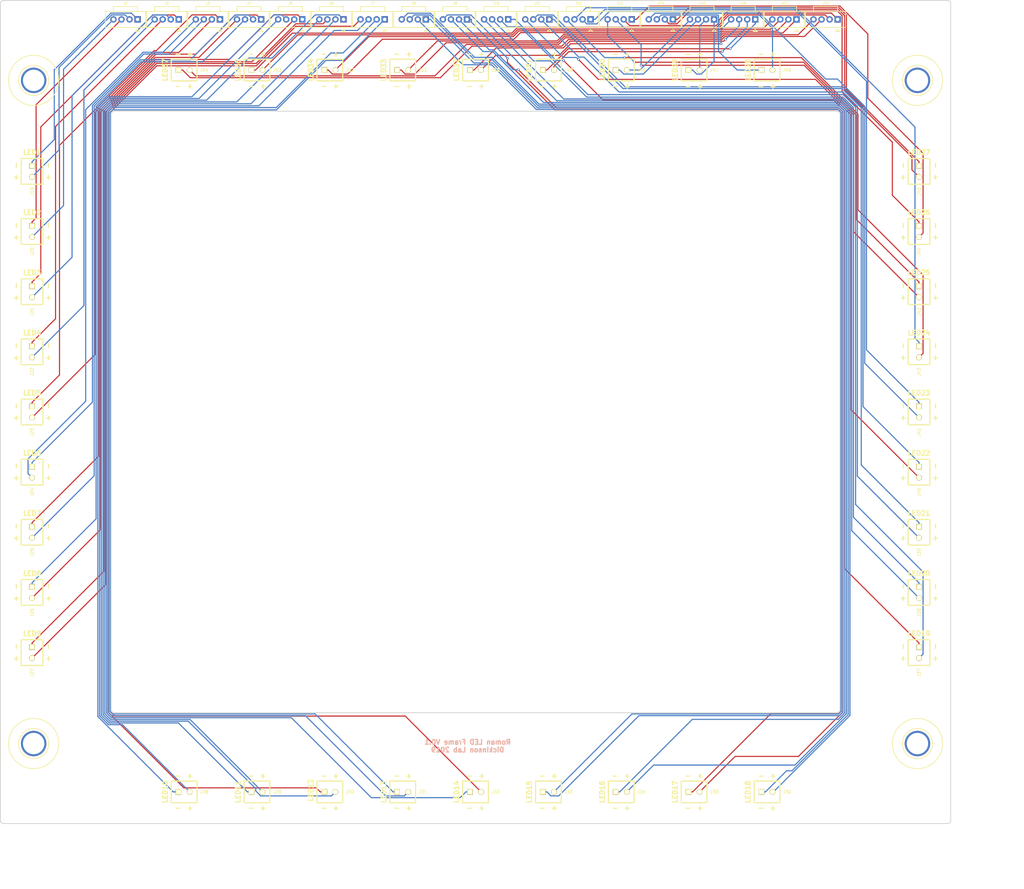
<source format=kicad_pcb>
(kicad_pcb (version 20171130) (host pcbnew 5.1.2-f72e74a~84~ubuntu16.04.1)

  (general
    (thickness 1.6)
    (drawings 57)
    (tracks 566)
    (zones 0)
    (modules 58)
    (nets 73)
  )

  (page User 399.999 399.999)
  (layers
    (0 F.Cu signal)
    (31 B.Cu signal)
    (32 B.Adhes user)
    (33 F.Adhes user)
    (34 B.Paste user)
    (35 F.Paste user)
    (36 B.SilkS user)
    (37 F.SilkS user)
    (38 B.Mask user)
    (39 F.Mask user)
    (40 Dwgs.User user)
    (41 Cmts.User user)
    (42 Eco1.User user)
    (43 Eco2.User user)
    (44 Edge.Cuts user)
    (45 Margin user)
    (46 B.CrtYd user)
    (47 F.CrtYd user)
    (48 B.Fab user)
    (49 F.Fab user)
  )

  (setup
    (last_trace_width 0.35)
    (trace_clearance 0.2)
    (zone_clearance 0.508)
    (zone_45_only no)
    (trace_min 0.2)
    (via_size 0.8)
    (via_drill 0.4)
    (via_min_size 0.4)
    (via_min_drill 0.3)
    (uvia_size 0.3)
    (uvia_drill 0.1)
    (uvias_allowed no)
    (uvia_min_size 0.2)
    (uvia_min_drill 0.1)
    (edge_width 0.05)
    (segment_width 0.2)
    (pcb_text_width 0.3)
    (pcb_text_size 1.5 1.5)
    (mod_edge_width 0.12)
    (mod_text_size 1 1)
    (mod_text_width 0.15)
    (pad_size 1.524 1.524)
    (pad_drill 0.762)
    (pad_to_mask_clearance 0.051)
    (solder_mask_min_width 0.25)
    (aux_axis_origin 0 0)
    (visible_elements FFFFFF7F)
    (pcbplotparams
      (layerselection 0x010f0_ffffffff)
      (usegerberextensions false)
      (usegerberattributes false)
      (usegerberadvancedattributes false)
      (creategerberjobfile false)
      (excludeedgelayer true)
      (linewidth 0.100000)
      (plotframeref false)
      (viasonmask false)
      (mode 1)
      (useauxorigin false)
      (hpglpennumber 1)
      (hpglpenspeed 20)
      (hpglpendiameter 15.000000)
      (psnegative false)
      (psa4output false)
      (plotreference true)
      (plotvalue true)
      (plotinvisibletext false)
      (padsonsilk false)
      (subtractmaskfromsilk false)
      (outputformat 1)
      (mirror false)
      (drillshape 0)
      (scaleselection 1)
      (outputdirectory "gerber_v0p1/"))
  )

  (net 0 "")
  (net 1 /LED1-)
  (net 2 /LED1+)
  (net 3 /LED2-)
  (net 4 /LED2+)
  (net 5 /LED4+)
  (net 6 /LED4-)
  (net 7 /LED3+)
  (net 8 /LED3-)
  (net 9 /LED5-)
  (net 10 /LED5+)
  (net 11 /LED6-)
  (net 12 /LED6+)
  (net 13 /LED8+)
  (net 14 /LED8-)
  (net 15 /LED7+)
  (net 16 /LED7-)
  (net 17 /LED10+)
  (net 18 /LED10-)
  (net 19 /LED9+)
  (net 20 /LED9-)
  (net 21 /LED11-)
  (net 22 /LED11+)
  (net 23 /LED12-)
  (net 24 /LED12+)
  (net 25 /LED14+)
  (net 26 /LED14-)
  (net 27 /LED13+)
  (net 28 /LED13-)
  (net 29 /LED15-)
  (net 30 /LED15+)
  (net 31 /LED16-)
  (net 32 /LED16+)
  (net 33 /LED18+)
  (net 34 /LED18-)
  (net 35 /LED17+)
  (net 36 /LED17-)
  (net 37 /LED19-)
  (net 38 /LED19+)
  (net 39 /LED20-)
  (net 40 /LED20+)
  (net 41 /LED22+)
  (net 42 /LED22-)
  (net 43 /LED21+)
  (net 44 /LED21-)
  (net 45 /LED24+)
  (net 46 /LED24-)
  (net 47 /LED23+)
  (net 48 /LED23-)
  (net 49 /LED26+)
  (net 50 /LED26-)
  (net 51 /LED25+)
  (net 52 /LED25-)
  (net 53 /LED27-)
  (net 54 /LED27+)
  (net 55 /LED28-)
  (net 56 /LED28+)
  (net 57 /LED30+)
  (net 58 /LED30-)
  (net 59 /LED29+)
  (net 60 /LED29-)
  (net 61 /LED31-)
  (net 62 /LED31+)
  (net 63 /LED32-)
  (net 64 /LED32+)
  (net 65 /LED34+)
  (net 66 /LED34-)
  (net 67 /LED33+)
  (net 68 /LED33-)
  (net 69 /LED36+)
  (net 70 /LED36-)
  (net 71 /LED35+)
  (net 72 /LED35-)

  (net_class Default "This is the default net class."
    (clearance 0.2)
    (trace_width 0.35)
    (via_dia 0.8)
    (via_drill 0.4)
    (uvia_dia 0.3)
    (uvia_drill 0.1)
    (add_net /LED1+)
    (add_net /LED1-)
    (add_net /LED10+)
    (add_net /LED10-)
    (add_net /LED11+)
    (add_net /LED11-)
    (add_net /LED12+)
    (add_net /LED12-)
    (add_net /LED13+)
    (add_net /LED13-)
    (add_net /LED14+)
    (add_net /LED14-)
    (add_net /LED15+)
    (add_net /LED15-)
    (add_net /LED16+)
    (add_net /LED16-)
    (add_net /LED17+)
    (add_net /LED17-)
    (add_net /LED18+)
    (add_net /LED18-)
    (add_net /LED19+)
    (add_net /LED19-)
    (add_net /LED2+)
    (add_net /LED2-)
    (add_net /LED20+)
    (add_net /LED20-)
    (add_net /LED21+)
    (add_net /LED21-)
    (add_net /LED22+)
    (add_net /LED22-)
    (add_net /LED23+)
    (add_net /LED23-)
    (add_net /LED24+)
    (add_net /LED24-)
    (add_net /LED25+)
    (add_net /LED25-)
    (add_net /LED26+)
    (add_net /LED26-)
    (add_net /LED27+)
    (add_net /LED27-)
    (add_net /LED28+)
    (add_net /LED28-)
    (add_net /LED29+)
    (add_net /LED29-)
    (add_net /LED3+)
    (add_net /LED3-)
    (add_net /LED30+)
    (add_net /LED30-)
    (add_net /LED31+)
    (add_net /LED31-)
    (add_net /LED32+)
    (add_net /LED32-)
    (add_net /LED33+)
    (add_net /LED33-)
    (add_net /LED34+)
    (add_net /LED34-)
    (add_net /LED35+)
    (add_net /LED35-)
    (add_net /LED36+)
    (add_net /LED36-)
    (add_net /LED4+)
    (add_net /LED4-)
    (add_net /LED5+)
    (add_net /LED5-)
    (add_net /LED6+)
    (add_net /LED6-)
    (add_net /LED7+)
    (add_net /LED7-)
    (add_net /LED8+)
    (add_net /LED8-)
    (add_net /LED9+)
    (add_net /LED9-)
  )

  (module BLOCK_CONN_2:BLOCK_CONN_2X1 (layer F.Cu) (tedit 5DB72DD7) (tstamp 5DB75260)
    (at 340 256 270)
    (descr BLOCK_CONN_2X1)
    (tags BLOCK_CONN_2X1)
    (path /5DBDBEC1)
    (fp_text reference J37 (at 6.35 0 90) (layer F.SilkS)
      (effects (font (size 1.016 1.016) (thickness 0.2032)))
    )
    (fp_text value Screw_Terminal_01x02 (at 0 -10.16 90) (layer F.SilkS) hide
      (effects (font (size 1.524 1.524) (thickness 0.3048)))
    )
    (fp_text user - (at -1.905 5.08 90) (layer F.SilkS)
      (effects (font (size 1.524 1.524) (thickness 0.381)))
    )
    (fp_text user + (at 1.905 5.08 90) (layer F.SilkS)
      (effects (font (size 1.524 1.524) (thickness 0.381)))
    )
    (fp_text user - (at -1.905 -5.08 90) (layer F.SilkS)
      (effects (font (size 1.524 1.524) (thickness 0.381)))
    )
    (fp_text user + (at 1.905 -5.08 90) (layer F.SilkS)
      (effects (font (size 1.524 1.524) (thickness 0.381)))
    )
    (fp_line (start 4.064 -3.429) (end -4.064 -3.429) (layer F.SilkS) (width 0.381))
    (fp_line (start 4.064 3.429) (end 4.064 -3.429) (layer F.SilkS) (width 0.381))
    (fp_line (start -4.064 3.429) (end 4.064 3.429) (layer F.SilkS) (width 0.381))
    (fp_line (start -4.064 -3.429) (end -4.064 3.429) (layer F.SilkS) (width 0.381))
    (pad 2 thru_hole circle (at 1.75006 0 270) (size 1.8 1.8) (drill 1.2) (layers *.Cu *.Mask F.SilkS)
      (net 38 /LED19+))
    (pad 1 thru_hole rect (at -1.75006 0 270) (size 1.8 1.8) (drill 1.2) (layers *.Cu *.Mask F.SilkS)
      (net 37 /LED19-))
  )

  (module BLOCK_CONN_2:BLOCK_CONN_2X1 (layer F.Cu) (tedit 5DB72DD7) (tstamp 5DB7526A)
    (at 340 237 270)
    (descr BLOCK_CONN_2X1)
    (tags BLOCK_CONN_2X1)
    (path /5DBDCC76)
    (fp_text reference J38 (at 6.35 0 90) (layer F.SilkS)
      (effects (font (size 1.016 1.016) (thickness 0.2032)))
    )
    (fp_text value Screw_Terminal_01x02 (at 0 -10.16 90) (layer F.SilkS) hide
      (effects (font (size 1.524 1.524) (thickness 0.3048)))
    )
    (fp_text user - (at -1.905 5.08 90) (layer F.SilkS)
      (effects (font (size 1.524 1.524) (thickness 0.381)))
    )
    (fp_text user + (at 1.905 5.08 90) (layer F.SilkS)
      (effects (font (size 1.524 1.524) (thickness 0.381)))
    )
    (fp_text user - (at -1.905 -5.08 90) (layer F.SilkS)
      (effects (font (size 1.524 1.524) (thickness 0.381)))
    )
    (fp_text user + (at 1.905 -5.08 90) (layer F.SilkS)
      (effects (font (size 1.524 1.524) (thickness 0.381)))
    )
    (fp_line (start 4.064 -3.429) (end -4.064 -3.429) (layer F.SilkS) (width 0.381))
    (fp_line (start 4.064 3.429) (end 4.064 -3.429) (layer F.SilkS) (width 0.381))
    (fp_line (start -4.064 3.429) (end 4.064 3.429) (layer F.SilkS) (width 0.381))
    (fp_line (start -4.064 -3.429) (end -4.064 3.429) (layer F.SilkS) (width 0.381))
    (pad 2 thru_hole circle (at 1.75006 0 270) (size 1.8 1.8) (drill 1.2) (layers *.Cu *.Mask F.SilkS)
      (net 40 /LED20+))
    (pad 1 thru_hole rect (at -1.75006 0 270) (size 1.8 1.8) (drill 1.2) (layers *.Cu *.Mask F.SilkS)
      (net 39 /LED20-))
  )

  (module BLOCK_CONN_2:BLOCK_CONN_2X1 (layer F.Cu) (tedit 5DB72DD7) (tstamp 5DB75274)
    (at 340 218 270)
    (descr BLOCK_CONN_2X1)
    (tags BLOCK_CONN_2X1)
    (path /5DBDD147)
    (fp_text reference J39 (at 6.35 0 90) (layer F.SilkS)
      (effects (font (size 1.016 1.016) (thickness 0.2032)))
    )
    (fp_text value Screw_Terminal_01x02 (at 0 -10.16 90) (layer F.SilkS) hide
      (effects (font (size 1.524 1.524) (thickness 0.3048)))
    )
    (fp_text user - (at -1.905 5.08 90) (layer F.SilkS)
      (effects (font (size 1.524 1.524) (thickness 0.381)))
    )
    (fp_text user + (at 1.905 5.08 90) (layer F.SilkS)
      (effects (font (size 1.524 1.524) (thickness 0.381)))
    )
    (fp_text user - (at -1.905 -5.08 90) (layer F.SilkS)
      (effects (font (size 1.524 1.524) (thickness 0.381)))
    )
    (fp_text user + (at 1.905 -5.08 90) (layer F.SilkS)
      (effects (font (size 1.524 1.524) (thickness 0.381)))
    )
    (fp_line (start 4.064 -3.429) (end -4.064 -3.429) (layer F.SilkS) (width 0.381))
    (fp_line (start 4.064 3.429) (end 4.064 -3.429) (layer F.SilkS) (width 0.381))
    (fp_line (start -4.064 3.429) (end 4.064 3.429) (layer F.SilkS) (width 0.381))
    (fp_line (start -4.064 -3.429) (end -4.064 3.429) (layer F.SilkS) (width 0.381))
    (pad 2 thru_hole circle (at 1.75006 0 270) (size 1.8 1.8) (drill 1.2) (layers *.Cu *.Mask F.SilkS)
      (net 43 /LED21+))
    (pad 1 thru_hole rect (at -1.75006 0 270) (size 1.8 1.8) (drill 1.2) (layers *.Cu *.Mask F.SilkS)
      (net 44 /LED21-))
  )

  (module BLOCK_CONN_2:BLOCK_CONN_2X1 (layer F.Cu) (tedit 5DB72DD7) (tstamp 5DB7527E)
    (at 340 199 270)
    (descr BLOCK_CONN_2X1)
    (tags BLOCK_CONN_2X1)
    (path /5DBDDBCF)
    (fp_text reference J40 (at 6.35 0 90) (layer F.SilkS)
      (effects (font (size 1.016 1.016) (thickness 0.2032)))
    )
    (fp_text value Screw_Terminal_01x02 (at 0 -10.16 90) (layer F.SilkS) hide
      (effects (font (size 1.524 1.524) (thickness 0.3048)))
    )
    (fp_text user - (at -1.905 5.08 90) (layer F.SilkS)
      (effects (font (size 1.524 1.524) (thickness 0.381)))
    )
    (fp_text user + (at 1.905 5.08 90) (layer F.SilkS)
      (effects (font (size 1.524 1.524) (thickness 0.381)))
    )
    (fp_text user - (at -1.905 -5.08 90) (layer F.SilkS)
      (effects (font (size 1.524 1.524) (thickness 0.381)))
    )
    (fp_text user + (at 1.905 -5.08 90) (layer F.SilkS)
      (effects (font (size 1.524 1.524) (thickness 0.381)))
    )
    (fp_line (start 4.064 -3.429) (end -4.064 -3.429) (layer F.SilkS) (width 0.381))
    (fp_line (start 4.064 3.429) (end 4.064 -3.429) (layer F.SilkS) (width 0.381))
    (fp_line (start -4.064 3.429) (end 4.064 3.429) (layer F.SilkS) (width 0.381))
    (fp_line (start -4.064 -3.429) (end -4.064 3.429) (layer F.SilkS) (width 0.381))
    (pad 2 thru_hole circle (at 1.75006 0 270) (size 1.8 1.8) (drill 1.2) (layers *.Cu *.Mask F.SilkS)
      (net 41 /LED22+))
    (pad 1 thru_hole rect (at -1.75006 0 270) (size 1.8 1.8) (drill 1.2) (layers *.Cu *.Mask F.SilkS)
      (net 42 /LED22-))
  )

  (module BLOCK_CONN_2:BLOCK_CONN_2X1 (layer F.Cu) (tedit 5DB72DD7) (tstamp 5DB75288)
    (at 340 180 270)
    (descr BLOCK_CONN_2X1)
    (tags BLOCK_CONN_2X1)
    (path /5DBDE834)
    (fp_text reference J41 (at 6.35 0 90) (layer F.SilkS)
      (effects (font (size 1.016 1.016) (thickness 0.2032)))
    )
    (fp_text value Screw_Terminal_01x02 (at 0 -10.16 90) (layer F.SilkS) hide
      (effects (font (size 1.524 1.524) (thickness 0.3048)))
    )
    (fp_text user - (at -1.905 5.08 90) (layer F.SilkS)
      (effects (font (size 1.524 1.524) (thickness 0.381)))
    )
    (fp_text user + (at 1.905 5.08 90) (layer F.SilkS)
      (effects (font (size 1.524 1.524) (thickness 0.381)))
    )
    (fp_text user - (at -1.905 -5.08 90) (layer F.SilkS)
      (effects (font (size 1.524 1.524) (thickness 0.381)))
    )
    (fp_text user + (at 1.905 -5.08 90) (layer F.SilkS)
      (effects (font (size 1.524 1.524) (thickness 0.381)))
    )
    (fp_line (start 4.064 -3.429) (end -4.064 -3.429) (layer F.SilkS) (width 0.381))
    (fp_line (start 4.064 3.429) (end 4.064 -3.429) (layer F.SilkS) (width 0.381))
    (fp_line (start -4.064 3.429) (end 4.064 3.429) (layer F.SilkS) (width 0.381))
    (fp_line (start -4.064 -3.429) (end -4.064 3.429) (layer F.SilkS) (width 0.381))
    (pad 2 thru_hole circle (at 1.75006 0 270) (size 1.8 1.8) (drill 1.2) (layers *.Cu *.Mask F.SilkS)
      (net 47 /LED23+))
    (pad 1 thru_hole rect (at -1.75006 0 270) (size 1.8 1.8) (drill 1.2) (layers *.Cu *.Mask F.SilkS)
      (net 48 /LED23-))
  )

  (module BLOCK_CONN_2:BLOCK_CONN_2X1 (layer F.Cu) (tedit 5DB72DD7) (tstamp 5DB75292)
    (at 340 161 270)
    (descr BLOCK_CONN_2X1)
    (tags BLOCK_CONN_2X1)
    (path /5DBDF6DC)
    (fp_text reference J42 (at 6.35 0 90) (layer F.SilkS)
      (effects (font (size 1.016 1.016) (thickness 0.2032)))
    )
    (fp_text value Screw_Terminal_01x02 (at 0 -10.16 90) (layer F.SilkS) hide
      (effects (font (size 1.524 1.524) (thickness 0.3048)))
    )
    (fp_text user - (at -1.905 5.08 90) (layer F.SilkS)
      (effects (font (size 1.524 1.524) (thickness 0.381)))
    )
    (fp_text user + (at 1.905 5.08 90) (layer F.SilkS)
      (effects (font (size 1.524 1.524) (thickness 0.381)))
    )
    (fp_text user - (at -1.905 -5.08 90) (layer F.SilkS)
      (effects (font (size 1.524 1.524) (thickness 0.381)))
    )
    (fp_text user + (at 1.905 -5.08 90) (layer F.SilkS)
      (effects (font (size 1.524 1.524) (thickness 0.381)))
    )
    (fp_line (start 4.064 -3.429) (end -4.064 -3.429) (layer F.SilkS) (width 0.381))
    (fp_line (start 4.064 3.429) (end 4.064 -3.429) (layer F.SilkS) (width 0.381))
    (fp_line (start -4.064 3.429) (end 4.064 3.429) (layer F.SilkS) (width 0.381))
    (fp_line (start -4.064 -3.429) (end -4.064 3.429) (layer F.SilkS) (width 0.381))
    (pad 2 thru_hole circle (at 1.75006 0 270) (size 1.8 1.8) (drill 1.2) (layers *.Cu *.Mask F.SilkS)
      (net 45 /LED24+))
    (pad 1 thru_hole rect (at -1.75006 0 270) (size 1.8 1.8) (drill 1.2) (layers *.Cu *.Mask F.SilkS)
      (net 46 /LED24-))
  )

  (module BLOCK_CONN_2:BLOCK_CONN_2X1 (layer F.Cu) (tedit 5DB72DD7) (tstamp 5DB7529C)
    (at 340 142 270)
    (descr BLOCK_CONN_2X1)
    (tags BLOCK_CONN_2X1)
    (path /5DBE4ADC)
    (fp_text reference J43 (at 6.35 0 90) (layer F.SilkS)
      (effects (font (size 1.016 1.016) (thickness 0.2032)))
    )
    (fp_text value Screw_Terminal_01x02 (at 0 -10.16 90) (layer F.SilkS) hide
      (effects (font (size 1.524 1.524) (thickness 0.3048)))
    )
    (fp_text user - (at -1.905 5.08 90) (layer F.SilkS)
      (effects (font (size 1.524 1.524) (thickness 0.381)))
    )
    (fp_text user + (at 1.905 5.08 90) (layer F.SilkS)
      (effects (font (size 1.524 1.524) (thickness 0.381)))
    )
    (fp_text user - (at -1.905 -5.08 90) (layer F.SilkS)
      (effects (font (size 1.524 1.524) (thickness 0.381)))
    )
    (fp_text user + (at 1.905 -5.08 90) (layer F.SilkS)
      (effects (font (size 1.524 1.524) (thickness 0.381)))
    )
    (fp_line (start 4.064 -3.429) (end -4.064 -3.429) (layer F.SilkS) (width 0.381))
    (fp_line (start 4.064 3.429) (end 4.064 -3.429) (layer F.SilkS) (width 0.381))
    (fp_line (start -4.064 3.429) (end 4.064 3.429) (layer F.SilkS) (width 0.381))
    (fp_line (start -4.064 -3.429) (end -4.064 3.429) (layer F.SilkS) (width 0.381))
    (pad 2 thru_hole circle (at 1.75006 0 270) (size 1.8 1.8) (drill 1.2) (layers *.Cu *.Mask F.SilkS)
      (net 51 /LED25+))
    (pad 1 thru_hole rect (at -1.75006 0 270) (size 1.8 1.8) (drill 1.2) (layers *.Cu *.Mask F.SilkS)
      (net 52 /LED25-))
  )

  (module BLOCK_CONN_2:BLOCK_CONN_2X1 (layer F.Cu) (tedit 5DB72DD7) (tstamp 5DB752A6)
    (at 340 123 270)
    (descr BLOCK_CONN_2X1)
    (tags BLOCK_CONN_2X1)
    (path /5DBE459B)
    (fp_text reference J44 (at 6.35 0 90) (layer F.SilkS)
      (effects (font (size 1.016 1.016) (thickness 0.2032)))
    )
    (fp_text value Screw_Terminal_01x02 (at 0 -10.16 90) (layer F.SilkS) hide
      (effects (font (size 1.524 1.524) (thickness 0.3048)))
    )
    (fp_text user - (at -1.905 5.08 90) (layer F.SilkS)
      (effects (font (size 1.524 1.524) (thickness 0.381)))
    )
    (fp_text user + (at 1.905 5.08 90) (layer F.SilkS)
      (effects (font (size 1.524 1.524) (thickness 0.381)))
    )
    (fp_text user - (at -1.905 -5.08 90) (layer F.SilkS)
      (effects (font (size 1.524 1.524) (thickness 0.381)))
    )
    (fp_text user + (at 1.905 -5.08 90) (layer F.SilkS)
      (effects (font (size 1.524 1.524) (thickness 0.381)))
    )
    (fp_line (start 4.064 -3.429) (end -4.064 -3.429) (layer F.SilkS) (width 0.381))
    (fp_line (start 4.064 3.429) (end 4.064 -3.429) (layer F.SilkS) (width 0.381))
    (fp_line (start -4.064 3.429) (end 4.064 3.429) (layer F.SilkS) (width 0.381))
    (fp_line (start -4.064 -3.429) (end -4.064 3.429) (layer F.SilkS) (width 0.381))
    (pad 2 thru_hole circle (at 1.75006 0 270) (size 1.8 1.8) (drill 1.2) (layers *.Cu *.Mask F.SilkS)
      (net 49 /LED26+))
    (pad 1 thru_hole rect (at -1.75006 0 270) (size 1.8 1.8) (drill 1.2) (layers *.Cu *.Mask F.SilkS)
      (net 50 /LED26-))
  )

  (module BLOCK_CONN_2:BLOCK_CONN_2X1 (layer F.Cu) (tedit 5DB72DD7) (tstamp 5DB752B0)
    (at 340 104 270)
    (descr BLOCK_CONN_2X1)
    (tags BLOCK_CONN_2X1)
    (path /5DBE3715)
    (fp_text reference J45 (at 6.35 0 90) (layer F.SilkS)
      (effects (font (size 1.016 1.016) (thickness 0.2032)))
    )
    (fp_text value Screw_Terminal_01x02 (at 0 -10.16 90) (layer F.SilkS) hide
      (effects (font (size 1.524 1.524) (thickness 0.3048)))
    )
    (fp_text user - (at -1.905 5.08 90) (layer F.SilkS)
      (effects (font (size 1.524 1.524) (thickness 0.381)))
    )
    (fp_text user + (at 1.905 5.08 90) (layer F.SilkS)
      (effects (font (size 1.524 1.524) (thickness 0.381)))
    )
    (fp_text user - (at -1.905 -5.08 90) (layer F.SilkS)
      (effects (font (size 1.524 1.524) (thickness 0.381)))
    )
    (fp_text user + (at 1.905 -5.08 90) (layer F.SilkS)
      (effects (font (size 1.524 1.524) (thickness 0.381)))
    )
    (fp_line (start 4.064 -3.429) (end -4.064 -3.429) (layer F.SilkS) (width 0.381))
    (fp_line (start 4.064 3.429) (end 4.064 -3.429) (layer F.SilkS) (width 0.381))
    (fp_line (start -4.064 3.429) (end 4.064 3.429) (layer F.SilkS) (width 0.381))
    (fp_line (start -4.064 -3.429) (end -4.064 3.429) (layer F.SilkS) (width 0.381))
    (pad 2 thru_hole circle (at 1.75006 0 270) (size 1.8 1.8) (drill 1.2) (layers *.Cu *.Mask F.SilkS)
      (net 54 /LED27+))
    (pad 1 thru_hole rect (at -1.75006 0 270) (size 1.8 1.8) (drill 1.2) (layers *.Cu *.Mask F.SilkS)
      (net 53 /LED27-))
  )

  (module BLOCK_CONN_2:BLOCK_CONN_2X1 (layer F.Cu) (tedit 5DB72DD7) (tstamp 5DB751AC)
    (at 60 104 270)
    (descr BLOCK_CONN_2X1)
    (tags BLOCK_CONN_2X1)
    (path /5DBCF9E7)
    (fp_text reference J19 (at 6.35 0 90) (layer F.SilkS)
      (effects (font (size 1.016 1.016) (thickness 0.2032)))
    )
    (fp_text value Screw_Terminal_01x02 (at 0 -10.16 90) (layer F.SilkS) hide
      (effects (font (size 1.524 1.524) (thickness 0.3048)))
    )
    (fp_text user - (at -1.905 5.08 90) (layer F.SilkS)
      (effects (font (size 1.524 1.524) (thickness 0.381)))
    )
    (fp_text user + (at 1.905 5.08 90) (layer F.SilkS)
      (effects (font (size 1.524 1.524) (thickness 0.381)))
    )
    (fp_text user - (at -1.905 -5.08 90) (layer F.SilkS)
      (effects (font (size 1.524 1.524) (thickness 0.381)))
    )
    (fp_text user + (at 1.905 -5.08 90) (layer F.SilkS)
      (effects (font (size 1.524 1.524) (thickness 0.381)))
    )
    (fp_line (start 4.064 -3.429) (end -4.064 -3.429) (layer F.SilkS) (width 0.381))
    (fp_line (start 4.064 3.429) (end 4.064 -3.429) (layer F.SilkS) (width 0.381))
    (fp_line (start -4.064 3.429) (end 4.064 3.429) (layer F.SilkS) (width 0.381))
    (fp_line (start -4.064 -3.429) (end -4.064 3.429) (layer F.SilkS) (width 0.381))
    (pad 2 thru_hole circle (at 1.75006 0 270) (size 1.8 1.8) (drill 1.2) (layers *.Cu *.Mask F.SilkS)
      (net 2 /LED1+))
    (pad 1 thru_hole rect (at -1.75006 0 270) (size 1.8 1.8) (drill 1.2) (layers *.Cu *.Mask F.SilkS)
      (net 1 /LED1-))
  )

  (module BLOCK_CONN_2:BLOCK_CONN_2X1 (layer F.Cu) (tedit 5DB72DD7) (tstamp 5DB751B6)
    (at 60 123 270)
    (descr BLOCK_CONN_2X1)
    (tags BLOCK_CONN_2X1)
    (path /5DBD037A)
    (fp_text reference J20 (at 6.35 0 90) (layer F.SilkS)
      (effects (font (size 1.016 1.016) (thickness 0.2032)))
    )
    (fp_text value Screw_Terminal_01x02 (at 0 -10.16 90) (layer F.SilkS) hide
      (effects (font (size 1.524 1.524) (thickness 0.3048)))
    )
    (fp_text user - (at -1.905 5.08 90) (layer F.SilkS)
      (effects (font (size 1.524 1.524) (thickness 0.381)))
    )
    (fp_text user + (at 1.905 5.08 90) (layer F.SilkS)
      (effects (font (size 1.524 1.524) (thickness 0.381)))
    )
    (fp_text user - (at -1.905 -5.08 90) (layer F.SilkS)
      (effects (font (size 1.524 1.524) (thickness 0.381)))
    )
    (fp_text user + (at 1.905 -5.08 90) (layer F.SilkS)
      (effects (font (size 1.524 1.524) (thickness 0.381)))
    )
    (fp_line (start 4.064 -3.429) (end -4.064 -3.429) (layer F.SilkS) (width 0.381))
    (fp_line (start 4.064 3.429) (end 4.064 -3.429) (layer F.SilkS) (width 0.381))
    (fp_line (start -4.064 3.429) (end 4.064 3.429) (layer F.SilkS) (width 0.381))
    (fp_line (start -4.064 -3.429) (end -4.064 3.429) (layer F.SilkS) (width 0.381))
    (pad 2 thru_hole circle (at 1.75006 0 270) (size 1.8 1.8) (drill 1.2) (layers *.Cu *.Mask F.SilkS)
      (net 4 /LED2+))
    (pad 1 thru_hole rect (at -1.75006 0 270) (size 1.8 1.8) (drill 1.2) (layers *.Cu *.Mask F.SilkS)
      (net 3 /LED2-))
  )

  (module BLOCK_CONN_2:BLOCK_CONN_2X1 (layer F.Cu) (tedit 5DB72DD7) (tstamp 5DB751C0)
    (at 60 142 270)
    (descr BLOCK_CONN_2X1)
    (tags BLOCK_CONN_2X1)
    (path /5DBD0C0B)
    (fp_text reference J21 (at 6.35 0 90) (layer F.SilkS)
      (effects (font (size 1.016 1.016) (thickness 0.2032)))
    )
    (fp_text value Screw_Terminal_01x02 (at 0 -10.16 90) (layer F.SilkS) hide
      (effects (font (size 1.524 1.524) (thickness 0.3048)))
    )
    (fp_text user - (at -1.905 5.08 90) (layer F.SilkS)
      (effects (font (size 1.524 1.524) (thickness 0.381)))
    )
    (fp_text user + (at 1.905 5.08 90) (layer F.SilkS)
      (effects (font (size 1.524 1.524) (thickness 0.381)))
    )
    (fp_text user - (at -1.905 -5.08 90) (layer F.SilkS)
      (effects (font (size 1.524 1.524) (thickness 0.381)))
    )
    (fp_text user + (at 1.905 -5.08 90) (layer F.SilkS)
      (effects (font (size 1.524 1.524) (thickness 0.381)))
    )
    (fp_line (start 4.064 -3.429) (end -4.064 -3.429) (layer F.SilkS) (width 0.381))
    (fp_line (start 4.064 3.429) (end 4.064 -3.429) (layer F.SilkS) (width 0.381))
    (fp_line (start -4.064 3.429) (end 4.064 3.429) (layer F.SilkS) (width 0.381))
    (fp_line (start -4.064 -3.429) (end -4.064 3.429) (layer F.SilkS) (width 0.381))
    (pad 2 thru_hole circle (at 1.75006 0 270) (size 1.8 1.8) (drill 1.2) (layers *.Cu *.Mask F.SilkS)
      (net 7 /LED3+))
    (pad 1 thru_hole rect (at -1.75006 0 270) (size 1.8 1.8) (drill 1.2) (layers *.Cu *.Mask F.SilkS)
      (net 8 /LED3-))
  )

  (module BLOCK_CONN_2:BLOCK_CONN_2X1 (layer F.Cu) (tedit 5DB72DD7) (tstamp 5DB751CA)
    (at 60 161 270)
    (descr BLOCK_CONN_2X1)
    (tags BLOCK_CONN_2X1)
    (path /5DBD12DC)
    (fp_text reference J22 (at 6.35 0 90) (layer F.SilkS)
      (effects (font (size 1.016 1.016) (thickness 0.2032)))
    )
    (fp_text value Screw_Terminal_01x02 (at 0 -10.16 90) (layer F.SilkS) hide
      (effects (font (size 1.524 1.524) (thickness 0.3048)))
    )
    (fp_text user - (at -1.905 5.08 90) (layer F.SilkS)
      (effects (font (size 1.524 1.524) (thickness 0.381)))
    )
    (fp_text user + (at 1.905 5.08 90) (layer F.SilkS)
      (effects (font (size 1.524 1.524) (thickness 0.381)))
    )
    (fp_text user - (at -1.905 -5.08 90) (layer F.SilkS)
      (effects (font (size 1.524 1.524) (thickness 0.381)))
    )
    (fp_text user + (at 1.905 -5.08 90) (layer F.SilkS)
      (effects (font (size 1.524 1.524) (thickness 0.381)))
    )
    (fp_line (start 4.064 -3.429) (end -4.064 -3.429) (layer F.SilkS) (width 0.381))
    (fp_line (start 4.064 3.429) (end 4.064 -3.429) (layer F.SilkS) (width 0.381))
    (fp_line (start -4.064 3.429) (end 4.064 3.429) (layer F.SilkS) (width 0.381))
    (fp_line (start -4.064 -3.429) (end -4.064 3.429) (layer F.SilkS) (width 0.381))
    (pad 2 thru_hole circle (at 1.75006 0 270) (size 1.8 1.8) (drill 1.2) (layers *.Cu *.Mask F.SilkS)
      (net 5 /LED4+))
    (pad 1 thru_hole rect (at -1.75006 0 270) (size 1.8 1.8) (drill 1.2) (layers *.Cu *.Mask F.SilkS)
      (net 6 /LED4-))
  )

  (module BLOCK_CONN_2:BLOCK_CONN_2X1 (layer F.Cu) (tedit 5DB72DD7) (tstamp 5DB751D4)
    (at 60 180 270)
    (descr BLOCK_CONN_2X1)
    (tags BLOCK_CONN_2X1)
    (path /5DBD194C)
    (fp_text reference J23 (at 6.35 0 90) (layer F.SilkS)
      (effects (font (size 1.016 1.016) (thickness 0.2032)))
    )
    (fp_text value Screw_Terminal_01x02 (at 0 -10.16 90) (layer F.SilkS) hide
      (effects (font (size 1.524 1.524) (thickness 0.3048)))
    )
    (fp_text user - (at -1.905 5.08 90) (layer F.SilkS)
      (effects (font (size 1.524 1.524) (thickness 0.381)))
    )
    (fp_text user + (at 1.905 5.08 90) (layer F.SilkS)
      (effects (font (size 1.524 1.524) (thickness 0.381)))
    )
    (fp_text user - (at -1.905 -5.08 90) (layer F.SilkS)
      (effects (font (size 1.524 1.524) (thickness 0.381)))
    )
    (fp_text user + (at 1.905 -5.08 90) (layer F.SilkS)
      (effects (font (size 1.524 1.524) (thickness 0.381)))
    )
    (fp_line (start 4.064 -3.429) (end -4.064 -3.429) (layer F.SilkS) (width 0.381))
    (fp_line (start 4.064 3.429) (end 4.064 -3.429) (layer F.SilkS) (width 0.381))
    (fp_line (start -4.064 3.429) (end 4.064 3.429) (layer F.SilkS) (width 0.381))
    (fp_line (start -4.064 -3.429) (end -4.064 3.429) (layer F.SilkS) (width 0.381))
    (pad 2 thru_hole circle (at 1.75006 0 270) (size 1.8 1.8) (drill 1.2) (layers *.Cu *.Mask F.SilkS)
      (net 10 /LED5+))
    (pad 1 thru_hole rect (at -1.75006 0 270) (size 1.8 1.8) (drill 1.2) (layers *.Cu *.Mask F.SilkS)
      (net 9 /LED5-))
  )

  (module BLOCK_CONN_2:BLOCK_CONN_2X1 (layer F.Cu) (tedit 5DB72DD7) (tstamp 5DB751DE)
    (at 60 199 270)
    (descr BLOCK_CONN_2X1)
    (tags BLOCK_CONN_2X1)
    (path /5DBD2309)
    (fp_text reference J24 (at 6.35 0 90) (layer F.SilkS)
      (effects (font (size 1.016 1.016) (thickness 0.2032)))
    )
    (fp_text value Screw_Terminal_01x02 (at 0 -10.16 90) (layer F.SilkS) hide
      (effects (font (size 1.524 1.524) (thickness 0.3048)))
    )
    (fp_text user - (at -1.905 5.08 90) (layer F.SilkS)
      (effects (font (size 1.524 1.524) (thickness 0.381)))
    )
    (fp_text user + (at 1.905 5.08 90) (layer F.SilkS)
      (effects (font (size 1.524 1.524) (thickness 0.381)))
    )
    (fp_text user - (at -1.905 -5.08 90) (layer F.SilkS)
      (effects (font (size 1.524 1.524) (thickness 0.381)))
    )
    (fp_text user + (at 1.905 -5.08 90) (layer F.SilkS)
      (effects (font (size 1.524 1.524) (thickness 0.381)))
    )
    (fp_line (start 4.064 -3.429) (end -4.064 -3.429) (layer F.SilkS) (width 0.381))
    (fp_line (start 4.064 3.429) (end 4.064 -3.429) (layer F.SilkS) (width 0.381))
    (fp_line (start -4.064 3.429) (end 4.064 3.429) (layer F.SilkS) (width 0.381))
    (fp_line (start -4.064 -3.429) (end -4.064 3.429) (layer F.SilkS) (width 0.381))
    (pad 2 thru_hole circle (at 1.75006 0 270) (size 1.8 1.8) (drill 1.2) (layers *.Cu *.Mask F.SilkS)
      (net 12 /LED6+))
    (pad 1 thru_hole rect (at -1.75006 0 270) (size 1.8 1.8) (drill 1.2) (layers *.Cu *.Mask F.SilkS)
      (net 11 /LED6-))
  )

  (module BLOCK_CONN_2:BLOCK_CONN_2X1 (layer F.Cu) (tedit 5DB72DD7) (tstamp 5DB751E8)
    (at 60 218 270)
    (descr BLOCK_CONN_2X1)
    (tags BLOCK_CONN_2X1)
    (path /5DBD42D0)
    (fp_text reference J25 (at 6.35 0 90) (layer F.SilkS)
      (effects (font (size 1.016 1.016) (thickness 0.2032)))
    )
    (fp_text value Screw_Terminal_01x02 (at 0 -10.16 90) (layer F.SilkS) hide
      (effects (font (size 1.524 1.524) (thickness 0.3048)))
    )
    (fp_text user - (at -1.905 5.08 90) (layer F.SilkS)
      (effects (font (size 1.524 1.524) (thickness 0.381)))
    )
    (fp_text user + (at 1.905 5.08 90) (layer F.SilkS)
      (effects (font (size 1.524 1.524) (thickness 0.381)))
    )
    (fp_text user - (at -1.905 -5.08 90) (layer F.SilkS)
      (effects (font (size 1.524 1.524) (thickness 0.381)))
    )
    (fp_text user + (at 1.905 -5.08 90) (layer F.SilkS)
      (effects (font (size 1.524 1.524) (thickness 0.381)))
    )
    (fp_line (start 4.064 -3.429) (end -4.064 -3.429) (layer F.SilkS) (width 0.381))
    (fp_line (start 4.064 3.429) (end 4.064 -3.429) (layer F.SilkS) (width 0.381))
    (fp_line (start -4.064 3.429) (end 4.064 3.429) (layer F.SilkS) (width 0.381))
    (fp_line (start -4.064 -3.429) (end -4.064 3.429) (layer F.SilkS) (width 0.381))
    (pad 2 thru_hole circle (at 1.75006 0 270) (size 1.8 1.8) (drill 1.2) (layers *.Cu *.Mask F.SilkS)
      (net 15 /LED7+))
    (pad 1 thru_hole rect (at -1.75006 0 270) (size 1.8 1.8) (drill 1.2) (layers *.Cu *.Mask F.SilkS)
      (net 16 /LED7-))
  )

  (module BLOCK_CONN_2:BLOCK_CONN_2X1 (layer F.Cu) (tedit 5DB72DD7) (tstamp 5DB751F2)
    (at 60 237 270)
    (descr BLOCK_CONN_2X1)
    (tags BLOCK_CONN_2X1)
    (path /5DBD4A91)
    (fp_text reference J26 (at 6.35 0 90) (layer F.SilkS)
      (effects (font (size 1.016 1.016) (thickness 0.2032)))
    )
    (fp_text value Screw_Terminal_01x02 (at 0 -10.16 90) (layer F.SilkS) hide
      (effects (font (size 1.524 1.524) (thickness 0.3048)))
    )
    (fp_text user - (at -1.905 5.08 90) (layer F.SilkS)
      (effects (font (size 1.524 1.524) (thickness 0.381)))
    )
    (fp_text user + (at 1.905 5.08 90) (layer F.SilkS)
      (effects (font (size 1.524 1.524) (thickness 0.381)))
    )
    (fp_text user - (at -1.905 -5.08 90) (layer F.SilkS)
      (effects (font (size 1.524 1.524) (thickness 0.381)))
    )
    (fp_text user + (at 1.905 -5.08 90) (layer F.SilkS)
      (effects (font (size 1.524 1.524) (thickness 0.381)))
    )
    (fp_line (start 4.064 -3.429) (end -4.064 -3.429) (layer F.SilkS) (width 0.381))
    (fp_line (start 4.064 3.429) (end 4.064 -3.429) (layer F.SilkS) (width 0.381))
    (fp_line (start -4.064 3.429) (end 4.064 3.429) (layer F.SilkS) (width 0.381))
    (fp_line (start -4.064 -3.429) (end -4.064 3.429) (layer F.SilkS) (width 0.381))
    (pad 2 thru_hole circle (at 1.75006 0 270) (size 1.8 1.8) (drill 1.2) (layers *.Cu *.Mask F.SilkS)
      (net 13 /LED8+))
    (pad 1 thru_hole rect (at -1.75006 0 270) (size 1.8 1.8) (drill 1.2) (layers *.Cu *.Mask F.SilkS)
      (net 14 /LED8-))
  )

  (module BLOCK_CONN_2:BLOCK_CONN_2X1 (layer F.Cu) (tedit 5DB72DD7) (tstamp 5DB751FC)
    (at 60 256 270)
    (descr BLOCK_CONN_2X1)
    (tags BLOCK_CONN_2X1)
    (path /5DBD8EA6)
    (fp_text reference J27 (at 6.35 0 90) (layer F.SilkS)
      (effects (font (size 1.016 1.016) (thickness 0.2032)))
    )
    (fp_text value Screw_Terminal_01x02 (at 0 -10.16 90) (layer F.SilkS) hide
      (effects (font (size 1.524 1.524) (thickness 0.3048)))
    )
    (fp_text user - (at -1.905 5.08 90) (layer F.SilkS)
      (effects (font (size 1.524 1.524) (thickness 0.381)))
    )
    (fp_text user + (at 1.905 5.08 90) (layer F.SilkS)
      (effects (font (size 1.524 1.524) (thickness 0.381)))
    )
    (fp_text user - (at -1.905 -5.08 90) (layer F.SilkS)
      (effects (font (size 1.524 1.524) (thickness 0.381)))
    )
    (fp_text user + (at 1.905 -5.08 90) (layer F.SilkS)
      (effects (font (size 1.524 1.524) (thickness 0.381)))
    )
    (fp_line (start 4.064 -3.429) (end -4.064 -3.429) (layer F.SilkS) (width 0.381))
    (fp_line (start 4.064 3.429) (end 4.064 -3.429) (layer F.SilkS) (width 0.381))
    (fp_line (start -4.064 3.429) (end 4.064 3.429) (layer F.SilkS) (width 0.381))
    (fp_line (start -4.064 -3.429) (end -4.064 3.429) (layer F.SilkS) (width 0.381))
    (pad 2 thru_hole circle (at 1.75006 0 270) (size 1.8 1.8) (drill 1.2) (layers *.Cu *.Mask F.SilkS)
      (net 19 /LED9+))
    (pad 1 thru_hole rect (at -1.75006 0 270) (size 1.8 1.8) (drill 1.2) (layers *.Cu *.Mask F.SilkS)
      (net 20 /LED9-))
  )

  (module BLOCK_CONN_2:BLOCK_CONN_2X1 (layer F.Cu) (tedit 5DB72DD7) (tstamp 5DB75206)
    (at 108 300)
    (descr BLOCK_CONN_2X1)
    (tags BLOCK_CONN_2X1)
    (path /5DBD88F3)
    (fp_text reference J28 (at 6.35 0) (layer F.SilkS)
      (effects (font (size 1.016 1.016) (thickness 0.2032)))
    )
    (fp_text value Screw_Terminal_01x02 (at 0 -10.16) (layer F.SilkS) hide
      (effects (font (size 1.524 1.524) (thickness 0.3048)))
    )
    (fp_text user - (at -1.905 5.08) (layer F.SilkS)
      (effects (font (size 1.524 1.524) (thickness 0.381)))
    )
    (fp_text user + (at 1.905 5.08) (layer F.SilkS)
      (effects (font (size 1.524 1.524) (thickness 0.381)))
    )
    (fp_text user - (at -1.905 -5.08) (layer F.SilkS)
      (effects (font (size 1.524 1.524) (thickness 0.381)))
    )
    (fp_text user + (at 1.905 -5.08) (layer F.SilkS)
      (effects (font (size 1.524 1.524) (thickness 0.381)))
    )
    (fp_line (start 4.064 -3.429) (end -4.064 -3.429) (layer F.SilkS) (width 0.381))
    (fp_line (start 4.064 3.429) (end 4.064 -3.429) (layer F.SilkS) (width 0.381))
    (fp_line (start -4.064 3.429) (end 4.064 3.429) (layer F.SilkS) (width 0.381))
    (fp_line (start -4.064 -3.429) (end -4.064 3.429) (layer F.SilkS) (width 0.381))
    (pad 2 thru_hole circle (at 1.75006 0) (size 1.8 1.8) (drill 1.2) (layers *.Cu *.Mask F.SilkS)
      (net 17 /LED10+))
    (pad 1 thru_hole rect (at -1.75006 0) (size 1.8 1.8) (drill 1.2) (layers *.Cu *.Mask F.SilkS)
      (net 18 /LED10-))
  )

  (module BLOCK_CONN_2:BLOCK_CONN_2X1 (layer F.Cu) (tedit 5DB72DD7) (tstamp 5DB75210)
    (at 131 300)
    (descr BLOCK_CONN_2X1)
    (tags BLOCK_CONN_2X1)
    (path /5DBD80F4)
    (fp_text reference J29 (at 6.35 0) (layer F.SilkS)
      (effects (font (size 1.016 1.016) (thickness 0.2032)))
    )
    (fp_text value Screw_Terminal_01x02 (at 0 -10.16) (layer F.SilkS) hide
      (effects (font (size 1.524 1.524) (thickness 0.3048)))
    )
    (fp_text user - (at -1.905 5.08) (layer F.SilkS)
      (effects (font (size 1.524 1.524) (thickness 0.381)))
    )
    (fp_text user + (at 1.905 5.08) (layer F.SilkS)
      (effects (font (size 1.524 1.524) (thickness 0.381)))
    )
    (fp_text user - (at -1.905 -5.08) (layer F.SilkS)
      (effects (font (size 1.524 1.524) (thickness 0.381)))
    )
    (fp_text user + (at 1.905 -5.08) (layer F.SilkS)
      (effects (font (size 1.524 1.524) (thickness 0.381)))
    )
    (fp_line (start 4.064 -3.429) (end -4.064 -3.429) (layer F.SilkS) (width 0.381))
    (fp_line (start 4.064 3.429) (end 4.064 -3.429) (layer F.SilkS) (width 0.381))
    (fp_line (start -4.064 3.429) (end 4.064 3.429) (layer F.SilkS) (width 0.381))
    (fp_line (start -4.064 -3.429) (end -4.064 3.429) (layer F.SilkS) (width 0.381))
    (pad 2 thru_hole circle (at 1.75006 0) (size 1.8 1.8) (drill 1.2) (layers *.Cu *.Mask F.SilkS)
      (net 22 /LED11+))
    (pad 1 thru_hole rect (at -1.75006 0) (size 1.8 1.8) (drill 1.2) (layers *.Cu *.Mask F.SilkS)
      (net 21 /LED11-))
  )

  (module BLOCK_CONN_2:BLOCK_CONN_2X1 (layer F.Cu) (tedit 5DB72DD7) (tstamp 5DB7521A)
    (at 154 300)
    (descr BLOCK_CONN_2X1)
    (tags BLOCK_CONN_2X1)
    (path /5DBD77F8)
    (fp_text reference J30 (at 6.35 0) (layer F.SilkS)
      (effects (font (size 1.016 1.016) (thickness 0.2032)))
    )
    (fp_text value Screw_Terminal_01x02 (at 0 -10.16) (layer F.SilkS) hide
      (effects (font (size 1.524 1.524) (thickness 0.3048)))
    )
    (fp_text user - (at -1.905 5.08) (layer F.SilkS)
      (effects (font (size 1.524 1.524) (thickness 0.381)))
    )
    (fp_text user + (at 1.905 5.08) (layer F.SilkS)
      (effects (font (size 1.524 1.524) (thickness 0.381)))
    )
    (fp_text user - (at -1.905 -5.08) (layer F.SilkS)
      (effects (font (size 1.524 1.524) (thickness 0.381)))
    )
    (fp_text user + (at 1.905 -5.08) (layer F.SilkS)
      (effects (font (size 1.524 1.524) (thickness 0.381)))
    )
    (fp_line (start 4.064 -3.429) (end -4.064 -3.429) (layer F.SilkS) (width 0.381))
    (fp_line (start 4.064 3.429) (end 4.064 -3.429) (layer F.SilkS) (width 0.381))
    (fp_line (start -4.064 3.429) (end 4.064 3.429) (layer F.SilkS) (width 0.381))
    (fp_line (start -4.064 -3.429) (end -4.064 3.429) (layer F.SilkS) (width 0.381))
    (pad 2 thru_hole circle (at 1.75006 0) (size 1.8 1.8) (drill 1.2) (layers *.Cu *.Mask F.SilkS)
      (net 24 /LED12+))
    (pad 1 thru_hole rect (at -1.75006 0) (size 1.8 1.8) (drill 1.2) (layers *.Cu *.Mask F.SilkS)
      (net 23 /LED12-))
  )

  (module BLOCK_CONN_2:BLOCK_CONN_2X1 (layer F.Cu) (tedit 5DB72DD7) (tstamp 5DB75224)
    (at 177 300)
    (descr BLOCK_CONN_2X1)
    (tags BLOCK_CONN_2X1)
    (path /5DBD6CCD)
    (fp_text reference J31 (at 6.35 0) (layer F.SilkS)
      (effects (font (size 1.016 1.016) (thickness 0.2032)))
    )
    (fp_text value Screw_Terminal_01x02 (at 0 -10.16) (layer F.SilkS) hide
      (effects (font (size 1.524 1.524) (thickness 0.3048)))
    )
    (fp_text user - (at -1.905 5.08) (layer F.SilkS)
      (effects (font (size 1.524 1.524) (thickness 0.381)))
    )
    (fp_text user + (at 1.905 5.08) (layer F.SilkS)
      (effects (font (size 1.524 1.524) (thickness 0.381)))
    )
    (fp_text user - (at -1.905 -5.08) (layer F.SilkS)
      (effects (font (size 1.524 1.524) (thickness 0.381)))
    )
    (fp_text user + (at 1.905 -5.08) (layer F.SilkS)
      (effects (font (size 1.524 1.524) (thickness 0.381)))
    )
    (fp_line (start 4.064 -3.429) (end -4.064 -3.429) (layer F.SilkS) (width 0.381))
    (fp_line (start 4.064 3.429) (end 4.064 -3.429) (layer F.SilkS) (width 0.381))
    (fp_line (start -4.064 3.429) (end 4.064 3.429) (layer F.SilkS) (width 0.381))
    (fp_line (start -4.064 -3.429) (end -4.064 3.429) (layer F.SilkS) (width 0.381))
    (pad 2 thru_hole circle (at 1.75006 0) (size 1.8 1.8) (drill 1.2) (layers *.Cu *.Mask F.SilkS)
      (net 27 /LED13+))
    (pad 1 thru_hole rect (at -1.75006 0) (size 1.8 1.8) (drill 1.2) (layers *.Cu *.Mask F.SilkS)
      (net 28 /LED13-))
  )

  (module BLOCK_CONN_2:BLOCK_CONN_2X1 (layer F.Cu) (tedit 5DB72DD7) (tstamp 5DB7522E)
    (at 200 300)
    (descr BLOCK_CONN_2X1)
    (tags BLOCK_CONN_2X1)
    (path /5DBD67D0)
    (fp_text reference J32 (at 6.35 0) (layer F.SilkS)
      (effects (font (size 1.016 1.016) (thickness 0.2032)))
    )
    (fp_text value Screw_Terminal_01x02 (at 0 -10.16) (layer F.SilkS) hide
      (effects (font (size 1.524 1.524) (thickness 0.3048)))
    )
    (fp_text user - (at -1.905 5.08) (layer F.SilkS)
      (effects (font (size 1.524 1.524) (thickness 0.381)))
    )
    (fp_text user + (at 1.905 5.08) (layer F.SilkS)
      (effects (font (size 1.524 1.524) (thickness 0.381)))
    )
    (fp_text user - (at -1.905 -5.08) (layer F.SilkS)
      (effects (font (size 1.524 1.524) (thickness 0.381)))
    )
    (fp_text user + (at 1.905 -5.08) (layer F.SilkS)
      (effects (font (size 1.524 1.524) (thickness 0.381)))
    )
    (fp_line (start 4.064 -3.429) (end -4.064 -3.429) (layer F.SilkS) (width 0.381))
    (fp_line (start 4.064 3.429) (end 4.064 -3.429) (layer F.SilkS) (width 0.381))
    (fp_line (start -4.064 3.429) (end 4.064 3.429) (layer F.SilkS) (width 0.381))
    (fp_line (start -4.064 -3.429) (end -4.064 3.429) (layer F.SilkS) (width 0.381))
    (pad 2 thru_hole circle (at 1.75006 0) (size 1.8 1.8) (drill 1.2) (layers *.Cu *.Mask F.SilkS)
      (net 25 /LED14+))
    (pad 1 thru_hole rect (at -1.75006 0) (size 1.8 1.8) (drill 1.2) (layers *.Cu *.Mask F.SilkS)
      (net 26 /LED14-))
  )

  (module BLOCK_CONN_2:BLOCK_CONN_2X1 (layer F.Cu) (tedit 5DB72DD7) (tstamp 5DB75238)
    (at 223 300)
    (descr BLOCK_CONN_2X1)
    (tags BLOCK_CONN_2X1)
    (path /5DBD5D40)
    (fp_text reference J33 (at 6.35 0) (layer F.SilkS)
      (effects (font (size 1.016 1.016) (thickness 0.2032)))
    )
    (fp_text value Screw_Terminal_01x02 (at 0 -10.16) (layer F.SilkS) hide
      (effects (font (size 1.524 1.524) (thickness 0.3048)))
    )
    (fp_text user - (at -1.905 5.08) (layer F.SilkS)
      (effects (font (size 1.524 1.524) (thickness 0.381)))
    )
    (fp_text user + (at 1.905 5.08) (layer F.SilkS)
      (effects (font (size 1.524 1.524) (thickness 0.381)))
    )
    (fp_text user - (at -1.905 -5.08) (layer F.SilkS)
      (effects (font (size 1.524 1.524) (thickness 0.381)))
    )
    (fp_text user + (at 1.905 -5.08) (layer F.SilkS)
      (effects (font (size 1.524 1.524) (thickness 0.381)))
    )
    (fp_line (start 4.064 -3.429) (end -4.064 -3.429) (layer F.SilkS) (width 0.381))
    (fp_line (start 4.064 3.429) (end 4.064 -3.429) (layer F.SilkS) (width 0.381))
    (fp_line (start -4.064 3.429) (end 4.064 3.429) (layer F.SilkS) (width 0.381))
    (fp_line (start -4.064 -3.429) (end -4.064 3.429) (layer F.SilkS) (width 0.381))
    (pad 2 thru_hole circle (at 1.75006 0) (size 1.8 1.8) (drill 1.2) (layers *.Cu *.Mask F.SilkS)
      (net 30 /LED15+))
    (pad 1 thru_hole rect (at -1.75006 0) (size 1.8 1.8) (drill 1.2) (layers *.Cu *.Mask F.SilkS)
      (net 29 /LED15-))
  )

  (module BLOCK_CONN_2:BLOCK_CONN_2X1 (layer F.Cu) (tedit 5DB72DD7) (tstamp 5DB75242)
    (at 246 300)
    (descr BLOCK_CONN_2X1)
    (tags BLOCK_CONN_2X1)
    (path /5DBD5684)
    (fp_text reference J34 (at 6.35 0) (layer F.SilkS)
      (effects (font (size 1.016 1.016) (thickness 0.2032)))
    )
    (fp_text value Screw_Terminal_01x02 (at 0 -10.16) (layer F.SilkS) hide
      (effects (font (size 1.524 1.524) (thickness 0.3048)))
    )
    (fp_text user - (at -1.905 5.08) (layer F.SilkS)
      (effects (font (size 1.524 1.524) (thickness 0.381)))
    )
    (fp_text user + (at 1.905 5.08) (layer F.SilkS)
      (effects (font (size 1.524 1.524) (thickness 0.381)))
    )
    (fp_text user - (at -1.905 -5.08) (layer F.SilkS)
      (effects (font (size 1.524 1.524) (thickness 0.381)))
    )
    (fp_text user + (at 1.905 -5.08) (layer F.SilkS)
      (effects (font (size 1.524 1.524) (thickness 0.381)))
    )
    (fp_line (start 4.064 -3.429) (end -4.064 -3.429) (layer F.SilkS) (width 0.381))
    (fp_line (start 4.064 3.429) (end 4.064 -3.429) (layer F.SilkS) (width 0.381))
    (fp_line (start -4.064 3.429) (end 4.064 3.429) (layer F.SilkS) (width 0.381))
    (fp_line (start -4.064 -3.429) (end -4.064 3.429) (layer F.SilkS) (width 0.381))
    (pad 2 thru_hole circle (at 1.75006 0) (size 1.8 1.8) (drill 1.2) (layers *.Cu *.Mask F.SilkS)
      (net 32 /LED16+))
    (pad 1 thru_hole rect (at -1.75006 0) (size 1.8 1.8) (drill 1.2) (layers *.Cu *.Mask F.SilkS)
      (net 31 /LED16-))
  )

  (module BLOCK_CONN_2:BLOCK_CONN_2X1 (layer F.Cu) (tedit 5DB72DD7) (tstamp 5DB7524C)
    (at 269 300)
    (descr BLOCK_CONN_2X1)
    (tags BLOCK_CONN_2X1)
    (path /5DBD9976)
    (fp_text reference J35 (at 6.35 0) (layer F.SilkS)
      (effects (font (size 1.016 1.016) (thickness 0.2032)))
    )
    (fp_text value Screw_Terminal_01x02 (at 0 -10.16) (layer F.SilkS) hide
      (effects (font (size 1.524 1.524) (thickness 0.3048)))
    )
    (fp_text user - (at -1.905 5.08) (layer F.SilkS)
      (effects (font (size 1.524 1.524) (thickness 0.381)))
    )
    (fp_text user + (at 1.905 5.08) (layer F.SilkS)
      (effects (font (size 1.524 1.524) (thickness 0.381)))
    )
    (fp_text user - (at -1.905 -5.08) (layer F.SilkS)
      (effects (font (size 1.524 1.524) (thickness 0.381)))
    )
    (fp_text user + (at 1.905 -5.08) (layer F.SilkS)
      (effects (font (size 1.524 1.524) (thickness 0.381)))
    )
    (fp_line (start 4.064 -3.429) (end -4.064 -3.429) (layer F.SilkS) (width 0.381))
    (fp_line (start 4.064 3.429) (end 4.064 -3.429) (layer F.SilkS) (width 0.381))
    (fp_line (start -4.064 3.429) (end 4.064 3.429) (layer F.SilkS) (width 0.381))
    (fp_line (start -4.064 -3.429) (end -4.064 3.429) (layer F.SilkS) (width 0.381))
    (pad 2 thru_hole circle (at 1.75006 0) (size 1.8 1.8) (drill 1.2) (layers *.Cu *.Mask F.SilkS)
      (net 35 /LED17+))
    (pad 1 thru_hole rect (at -1.75006 0) (size 1.8 1.8) (drill 1.2) (layers *.Cu *.Mask F.SilkS)
      (net 36 /LED17-))
  )

  (module BLOCK_CONN_2:BLOCK_CONN_2X1 (layer F.Cu) (tedit 5DB72DD7) (tstamp 5DB75256)
    (at 292 300)
    (descr BLOCK_CONN_2X1)
    (tags BLOCK_CONN_2X1)
    (path /5DBDB3A4)
    (fp_text reference J36 (at 6.35 0) (layer F.SilkS)
      (effects (font (size 1.016 1.016) (thickness 0.2032)))
    )
    (fp_text value Screw_Terminal_01x02 (at 0 -10.16) (layer F.SilkS) hide
      (effects (font (size 1.524 1.524) (thickness 0.3048)))
    )
    (fp_text user - (at -1.905 5.08) (layer F.SilkS)
      (effects (font (size 1.524 1.524) (thickness 0.381)))
    )
    (fp_text user + (at 1.905 5.08) (layer F.SilkS)
      (effects (font (size 1.524 1.524) (thickness 0.381)))
    )
    (fp_text user - (at -1.905 -5.08) (layer F.SilkS)
      (effects (font (size 1.524 1.524) (thickness 0.381)))
    )
    (fp_text user + (at 1.905 -5.08) (layer F.SilkS)
      (effects (font (size 1.524 1.524) (thickness 0.381)))
    )
    (fp_line (start 4.064 -3.429) (end -4.064 -3.429) (layer F.SilkS) (width 0.381))
    (fp_line (start 4.064 3.429) (end 4.064 -3.429) (layer F.SilkS) (width 0.381))
    (fp_line (start -4.064 3.429) (end 4.064 3.429) (layer F.SilkS) (width 0.381))
    (fp_line (start -4.064 -3.429) (end -4.064 3.429) (layer F.SilkS) (width 0.381))
    (pad 2 thru_hole circle (at 1.75006 0) (size 1.8 1.8) (drill 1.2) (layers *.Cu *.Mask F.SilkS)
      (net 33 /LED18+))
    (pad 1 thru_hole rect (at -1.75006 0) (size 1.8 1.8) (drill 1.2) (layers *.Cu *.Mask F.SilkS)
      (net 34 /LED18-))
  )

  (module BLOCK_CONN_2:BLOCK_CONN_2X1 (layer F.Cu) (tedit 5DB72DD7) (tstamp 5DB752BA)
    (at 292 72)
    (descr BLOCK_CONN_2X1)
    (tags BLOCK_CONN_2X1)
    (path /5DBE2DE1)
    (fp_text reference J46 (at 6.35 0) (layer F.SilkS)
      (effects (font (size 1.016 1.016) (thickness 0.2032)))
    )
    (fp_text value Screw_Terminal_01x02 (at 0 -10.16) (layer F.SilkS) hide
      (effects (font (size 1.524 1.524) (thickness 0.3048)))
    )
    (fp_text user - (at -1.905 5.08) (layer F.SilkS)
      (effects (font (size 1.524 1.524) (thickness 0.381)))
    )
    (fp_text user + (at 1.905 5.08) (layer F.SilkS)
      (effects (font (size 1.524 1.524) (thickness 0.381)))
    )
    (fp_text user - (at -1.905 -5.08) (layer F.SilkS)
      (effects (font (size 1.524 1.524) (thickness 0.381)))
    )
    (fp_text user + (at 1.905 -5.08) (layer F.SilkS)
      (effects (font (size 1.524 1.524) (thickness 0.381)))
    )
    (fp_line (start 4.064 -3.429) (end -4.064 -3.429) (layer F.SilkS) (width 0.381))
    (fp_line (start 4.064 3.429) (end 4.064 -3.429) (layer F.SilkS) (width 0.381))
    (fp_line (start -4.064 3.429) (end 4.064 3.429) (layer F.SilkS) (width 0.381))
    (fp_line (start -4.064 -3.429) (end -4.064 3.429) (layer F.SilkS) (width 0.381))
    (pad 2 thru_hole circle (at 1.75006 0) (size 1.8 1.8) (drill 1.2) (layers *.Cu *.Mask F.SilkS)
      (net 56 /LED28+))
    (pad 1 thru_hole rect (at -1.75006 0) (size 1.8 1.8) (drill 1.2) (layers *.Cu *.Mask F.SilkS)
      (net 55 /LED28-))
  )

  (module BLOCK_CONN_2:BLOCK_CONN_2X1 (layer F.Cu) (tedit 5DB72DD7) (tstamp 5DB752C4)
    (at 269 72)
    (descr BLOCK_CONN_2X1)
    (tags BLOCK_CONN_2X1)
    (path /5DBE1E6A)
    (fp_text reference J47 (at 6.35 0) (layer F.SilkS)
      (effects (font (size 1.016 1.016) (thickness 0.2032)))
    )
    (fp_text value Screw_Terminal_01x02 (at 0 -10.16) (layer F.SilkS) hide
      (effects (font (size 1.524 1.524) (thickness 0.3048)))
    )
    (fp_text user - (at -1.905 5.08) (layer F.SilkS)
      (effects (font (size 1.524 1.524) (thickness 0.381)))
    )
    (fp_text user + (at 1.905 5.08) (layer F.SilkS)
      (effects (font (size 1.524 1.524) (thickness 0.381)))
    )
    (fp_text user - (at -1.905 -5.08) (layer F.SilkS)
      (effects (font (size 1.524 1.524) (thickness 0.381)))
    )
    (fp_text user + (at 1.905 -5.08) (layer F.SilkS)
      (effects (font (size 1.524 1.524) (thickness 0.381)))
    )
    (fp_line (start 4.064 -3.429) (end -4.064 -3.429) (layer F.SilkS) (width 0.381))
    (fp_line (start 4.064 3.429) (end 4.064 -3.429) (layer F.SilkS) (width 0.381))
    (fp_line (start -4.064 3.429) (end 4.064 3.429) (layer F.SilkS) (width 0.381))
    (fp_line (start -4.064 -3.429) (end -4.064 3.429) (layer F.SilkS) (width 0.381))
    (pad 2 thru_hole circle (at 1.75006 0) (size 1.8 1.8) (drill 1.2) (layers *.Cu *.Mask F.SilkS)
      (net 59 /LED29+))
    (pad 1 thru_hole rect (at -1.75006 0) (size 1.8 1.8) (drill 1.2) (layers *.Cu *.Mask F.SilkS)
      (net 60 /LED29-))
  )

  (module BLOCK_CONN_2:BLOCK_CONN_2X1 (layer F.Cu) (tedit 5DB72DD7) (tstamp 5DB752CE)
    (at 246 72)
    (descr BLOCK_CONN_2X1)
    (tags BLOCK_CONN_2X1)
    (path /5DBE1879)
    (fp_text reference J48 (at 6.35 0) (layer F.SilkS)
      (effects (font (size 1.016 1.016) (thickness 0.2032)))
    )
    (fp_text value Screw_Terminal_01x02 (at 0 -10.16) (layer F.SilkS) hide
      (effects (font (size 1.524 1.524) (thickness 0.3048)))
    )
    (fp_text user - (at -1.905 5.08) (layer F.SilkS)
      (effects (font (size 1.524 1.524) (thickness 0.381)))
    )
    (fp_text user + (at 1.905 5.08) (layer F.SilkS)
      (effects (font (size 1.524 1.524) (thickness 0.381)))
    )
    (fp_text user - (at -1.905 -5.08) (layer F.SilkS)
      (effects (font (size 1.524 1.524) (thickness 0.381)))
    )
    (fp_text user + (at 1.905 -5.08) (layer F.SilkS)
      (effects (font (size 1.524 1.524) (thickness 0.381)))
    )
    (fp_line (start 4.064 -3.429) (end -4.064 -3.429) (layer F.SilkS) (width 0.381))
    (fp_line (start 4.064 3.429) (end 4.064 -3.429) (layer F.SilkS) (width 0.381))
    (fp_line (start -4.064 3.429) (end 4.064 3.429) (layer F.SilkS) (width 0.381))
    (fp_line (start -4.064 -3.429) (end -4.064 3.429) (layer F.SilkS) (width 0.381))
    (pad 2 thru_hole circle (at 1.75006 0) (size 1.8 1.8) (drill 1.2) (layers *.Cu *.Mask F.SilkS)
      (net 57 /LED30+))
    (pad 1 thru_hole rect (at -1.75006 0) (size 1.8 1.8) (drill 1.2) (layers *.Cu *.Mask F.SilkS)
      (net 58 /LED30-))
  )

  (module BLOCK_CONN_2:BLOCK_CONN_2X1 (layer F.Cu) (tedit 5DB72DD7) (tstamp 5DB752D8)
    (at 223 72)
    (descr BLOCK_CONN_2X1)
    (tags BLOCK_CONN_2X1)
    (path /5DBE0E35)
    (fp_text reference J49 (at 6.35 0) (layer F.SilkS)
      (effects (font (size 1.016 1.016) (thickness 0.2032)))
    )
    (fp_text value Screw_Terminal_01x02 (at 0 -10.16) (layer F.SilkS) hide
      (effects (font (size 1.524 1.524) (thickness 0.3048)))
    )
    (fp_text user - (at -1.905 5.08) (layer F.SilkS)
      (effects (font (size 1.524 1.524) (thickness 0.381)))
    )
    (fp_text user + (at 1.905 5.08) (layer F.SilkS)
      (effects (font (size 1.524 1.524) (thickness 0.381)))
    )
    (fp_text user - (at -1.905 -5.08) (layer F.SilkS)
      (effects (font (size 1.524 1.524) (thickness 0.381)))
    )
    (fp_text user + (at 1.905 -5.08) (layer F.SilkS)
      (effects (font (size 1.524 1.524) (thickness 0.381)))
    )
    (fp_line (start 4.064 -3.429) (end -4.064 -3.429) (layer F.SilkS) (width 0.381))
    (fp_line (start 4.064 3.429) (end 4.064 -3.429) (layer F.SilkS) (width 0.381))
    (fp_line (start -4.064 3.429) (end 4.064 3.429) (layer F.SilkS) (width 0.381))
    (fp_line (start -4.064 -3.429) (end -4.064 3.429) (layer F.SilkS) (width 0.381))
    (pad 2 thru_hole circle (at 1.75006 0) (size 1.8 1.8) (drill 1.2) (layers *.Cu *.Mask F.SilkS)
      (net 62 /LED31+))
    (pad 1 thru_hole rect (at -1.75006 0) (size 1.8 1.8) (drill 1.2) (layers *.Cu *.Mask F.SilkS)
      (net 61 /LED31-))
  )

  (module BLOCK_CONN_2:BLOCK_CONN_2X1 (layer F.Cu) (tedit 5DB72DD7) (tstamp 5DB752E2)
    (at 200 72)
    (descr BLOCK_CONN_2X1)
    (tags BLOCK_CONN_2X1)
    (path /5DBDFE79)
    (fp_text reference J50 (at 6.35 0) (layer F.SilkS)
      (effects (font (size 1.016 1.016) (thickness 0.2032)))
    )
    (fp_text value Screw_Terminal_01x02 (at 0 -10.16) (layer F.SilkS) hide
      (effects (font (size 1.524 1.524) (thickness 0.3048)))
    )
    (fp_text user - (at -1.905 5.08) (layer F.SilkS)
      (effects (font (size 1.524 1.524) (thickness 0.381)))
    )
    (fp_text user + (at 1.905 5.08) (layer F.SilkS)
      (effects (font (size 1.524 1.524) (thickness 0.381)))
    )
    (fp_text user - (at -1.905 -5.08) (layer F.SilkS)
      (effects (font (size 1.524 1.524) (thickness 0.381)))
    )
    (fp_text user + (at 1.905 -5.08) (layer F.SilkS)
      (effects (font (size 1.524 1.524) (thickness 0.381)))
    )
    (fp_line (start 4.064 -3.429) (end -4.064 -3.429) (layer F.SilkS) (width 0.381))
    (fp_line (start 4.064 3.429) (end 4.064 -3.429) (layer F.SilkS) (width 0.381))
    (fp_line (start -4.064 3.429) (end 4.064 3.429) (layer F.SilkS) (width 0.381))
    (fp_line (start -4.064 -3.429) (end -4.064 3.429) (layer F.SilkS) (width 0.381))
    (pad 2 thru_hole circle (at 1.75006 0) (size 1.8 1.8) (drill 1.2) (layers *.Cu *.Mask F.SilkS)
      (net 64 /LED32+))
    (pad 1 thru_hole rect (at -1.75006 0) (size 1.8 1.8) (drill 1.2) (layers *.Cu *.Mask F.SilkS)
      (net 63 /LED32-))
  )

  (module BLOCK_CONN_2:BLOCK_CONN_2X1 (layer F.Cu) (tedit 5DB72DD7) (tstamp 5DB752EC)
    (at 177 72)
    (descr BLOCK_CONN_2X1)
    (tags BLOCK_CONN_2X1)
    (path /5DBE5FD4)
    (fp_text reference J51 (at 6.35 0) (layer F.SilkS)
      (effects (font (size 1.016 1.016) (thickness 0.2032)))
    )
    (fp_text value Screw_Terminal_01x02 (at 0 -10.16) (layer F.SilkS) hide
      (effects (font (size 1.524 1.524) (thickness 0.3048)))
    )
    (fp_text user - (at -1.905 5.08) (layer F.SilkS)
      (effects (font (size 1.524 1.524) (thickness 0.381)))
    )
    (fp_text user + (at 1.905 5.08) (layer F.SilkS)
      (effects (font (size 1.524 1.524) (thickness 0.381)))
    )
    (fp_text user - (at -1.905 -5.08) (layer F.SilkS)
      (effects (font (size 1.524 1.524) (thickness 0.381)))
    )
    (fp_text user + (at 1.905 -5.08) (layer F.SilkS)
      (effects (font (size 1.524 1.524) (thickness 0.381)))
    )
    (fp_line (start 4.064 -3.429) (end -4.064 -3.429) (layer F.SilkS) (width 0.381))
    (fp_line (start 4.064 3.429) (end 4.064 -3.429) (layer F.SilkS) (width 0.381))
    (fp_line (start -4.064 3.429) (end 4.064 3.429) (layer F.SilkS) (width 0.381))
    (fp_line (start -4.064 -3.429) (end -4.064 3.429) (layer F.SilkS) (width 0.381))
    (pad 2 thru_hole circle (at 1.75006 0) (size 1.8 1.8) (drill 1.2) (layers *.Cu *.Mask F.SilkS)
      (net 67 /LED33+))
    (pad 1 thru_hole rect (at -1.75006 0) (size 1.8 1.8) (drill 1.2) (layers *.Cu *.Mask F.SilkS)
      (net 68 /LED33-))
  )

  (module BLOCK_CONN_2:BLOCK_CONN_2X1 (layer F.Cu) (tedit 5DB72DD7) (tstamp 5DB752F6)
    (at 154 72)
    (descr BLOCK_CONN_2X1)
    (tags BLOCK_CONN_2X1)
    (path /5DBE6D9A)
    (fp_text reference J52 (at 6.35 0) (layer F.SilkS)
      (effects (font (size 1.016 1.016) (thickness 0.2032)))
    )
    (fp_text value Screw_Terminal_01x02 (at 0 -10.16) (layer F.SilkS) hide
      (effects (font (size 1.524 1.524) (thickness 0.3048)))
    )
    (fp_text user - (at -1.905 5.08) (layer F.SilkS)
      (effects (font (size 1.524 1.524) (thickness 0.381)))
    )
    (fp_text user + (at 1.905 5.08) (layer F.SilkS)
      (effects (font (size 1.524 1.524) (thickness 0.381)))
    )
    (fp_text user - (at -1.905 -5.08) (layer F.SilkS)
      (effects (font (size 1.524 1.524) (thickness 0.381)))
    )
    (fp_text user + (at 1.905 -5.08) (layer F.SilkS)
      (effects (font (size 1.524 1.524) (thickness 0.381)))
    )
    (fp_line (start 4.064 -3.429) (end -4.064 -3.429) (layer F.SilkS) (width 0.381))
    (fp_line (start 4.064 3.429) (end 4.064 -3.429) (layer F.SilkS) (width 0.381))
    (fp_line (start -4.064 3.429) (end 4.064 3.429) (layer F.SilkS) (width 0.381))
    (fp_line (start -4.064 -3.429) (end -4.064 3.429) (layer F.SilkS) (width 0.381))
    (pad 2 thru_hole circle (at 1.75006 0) (size 1.8 1.8) (drill 1.2) (layers *.Cu *.Mask F.SilkS)
      (net 65 /LED34+))
    (pad 1 thru_hole rect (at -1.75006 0) (size 1.8 1.8) (drill 1.2) (layers *.Cu *.Mask F.SilkS)
      (net 66 /LED34-))
  )

  (module BLOCK_CONN_2:BLOCK_CONN_2X1 (layer F.Cu) (tedit 5DB72DD7) (tstamp 5DB75300)
    (at 131 72)
    (descr BLOCK_CONN_2X1)
    (tags BLOCK_CONN_2X1)
    (path /5DBE7AC6)
    (fp_text reference J53 (at 6.35 0) (layer F.SilkS)
      (effects (font (size 1.016 1.016) (thickness 0.2032)))
    )
    (fp_text value Screw_Terminal_01x02 (at 0 -10.16) (layer F.SilkS) hide
      (effects (font (size 1.524 1.524) (thickness 0.3048)))
    )
    (fp_text user - (at -1.905 5.08) (layer F.SilkS)
      (effects (font (size 1.524 1.524) (thickness 0.381)))
    )
    (fp_text user + (at 1.905 5.08) (layer F.SilkS)
      (effects (font (size 1.524 1.524) (thickness 0.381)))
    )
    (fp_text user - (at -1.905 -5.08) (layer F.SilkS)
      (effects (font (size 1.524 1.524) (thickness 0.381)))
    )
    (fp_text user + (at 1.905 -5.08) (layer F.SilkS)
      (effects (font (size 1.524 1.524) (thickness 0.381)))
    )
    (fp_line (start 4.064 -3.429) (end -4.064 -3.429) (layer F.SilkS) (width 0.381))
    (fp_line (start 4.064 3.429) (end 4.064 -3.429) (layer F.SilkS) (width 0.381))
    (fp_line (start -4.064 3.429) (end 4.064 3.429) (layer F.SilkS) (width 0.381))
    (fp_line (start -4.064 -3.429) (end -4.064 3.429) (layer F.SilkS) (width 0.381))
    (pad 2 thru_hole circle (at 1.75006 0) (size 1.8 1.8) (drill 1.2) (layers *.Cu *.Mask F.SilkS)
      (net 71 /LED35+))
    (pad 1 thru_hole rect (at -1.75006 0) (size 1.8 1.8) (drill 1.2) (layers *.Cu *.Mask F.SilkS)
      (net 72 /LED35-))
  )

  (module BLOCK_CONN_2:BLOCK_CONN_2X1 (layer F.Cu) (tedit 5DB72DD7) (tstamp 5DB7530A)
    (at 108 72)
    (descr BLOCK_CONN_2X1)
    (tags BLOCK_CONN_2X1)
    (path /5DBE883C)
    (fp_text reference J54 (at 6.35 0) (layer F.SilkS)
      (effects (font (size 1.016 1.016) (thickness 0.2032)))
    )
    (fp_text value Screw_Terminal_01x02 (at 0 -10.16) (layer F.SilkS) hide
      (effects (font (size 1.524 1.524) (thickness 0.3048)))
    )
    (fp_text user - (at -1.905 5.08) (layer F.SilkS)
      (effects (font (size 1.524 1.524) (thickness 0.381)))
    )
    (fp_text user + (at 1.905 5.08) (layer F.SilkS)
      (effects (font (size 1.524 1.524) (thickness 0.381)))
    )
    (fp_text user - (at -1.905 -5.08) (layer F.SilkS)
      (effects (font (size 1.524 1.524) (thickness 0.381)))
    )
    (fp_text user + (at 1.905 -5.08) (layer F.SilkS)
      (effects (font (size 1.524 1.524) (thickness 0.381)))
    )
    (fp_line (start 4.064 -3.429) (end -4.064 -3.429) (layer F.SilkS) (width 0.381))
    (fp_line (start 4.064 3.429) (end 4.064 -3.429) (layer F.SilkS) (width 0.381))
    (fp_line (start -4.064 3.429) (end 4.064 3.429) (layer F.SilkS) (width 0.381))
    (fp_line (start -4.064 -3.429) (end -4.064 3.429) (layer F.SilkS) (width 0.381))
    (pad 2 thru_hole circle (at 1.75006 0) (size 1.8 1.8) (drill 1.2) (layers *.Cu *.Mask F.SilkS)
      (net 69 /LED36+))
    (pad 1 thru_hole rect (at -1.75006 0) (size 1.8 1.8) (drill 1.2) (layers *.Cu *.Mask F.SilkS)
      (net 70 /LED36-))
  )

  (module mount_holes_custom:quarter_twenty (layer F.Cu) (tedit 5DAA287C) (tstamp 5DB3C196)
    (at 339.5 284.74)
    (fp_text reference M3 (at 0 -8.636) (layer F.SilkS) hide
      (effects (font (size 0.762 0.762) (thickness 0.1778)))
    )
    (fp_text value quarter_twenty (at 0 8.636) (layer F.Fab) hide
      (effects (font (size 1 1) (thickness 0.15)))
    )
    (fp_circle (center 0 0) (end 4.7625 0) (layer F.SilkS) (width 0.254))
    (fp_circle (center 0 0) (end 7.9248 0) (layer F.SilkS) (width 0.254))
    (pad "" thru_hole circle (at 0 0) (size 8.0264 8.0264) (drill 6.7564) (layers *.Cu *.Mask))
  )

  (module mount_holes_custom:quarter_twenty (layer F.Cu) (tedit 5DAA287C) (tstamp 5DB3C17D)
    (at 339.5 75.26)
    (fp_text reference M2 (at 0 -8.636) (layer F.SilkS) hide
      (effects (font (size 0.762 0.762) (thickness 0.1778)))
    )
    (fp_text value quarter_twenty (at 0 8.636) (layer F.Fab) hide
      (effects (font (size 1 1) (thickness 0.15)))
    )
    (fp_circle (center 0 0) (end 4.7625 0) (layer F.SilkS) (width 0.254))
    (fp_circle (center 0 0) (end 7.9248 0) (layer F.SilkS) (width 0.254))
    (pad "" thru_hole circle (at 0 0) (size 8.0264 8.0264) (drill 6.7564) (layers *.Cu *.Mask))
  )

  (module mount_holes_custom:quarter_twenty (layer F.Cu) (tedit 5DAA287C) (tstamp 5DB3C164)
    (at 60.5 284.74)
    (fp_text reference M4 (at 0 -8.636) (layer F.SilkS) hide
      (effects (font (size 0.762 0.762) (thickness 0.1778)))
    )
    (fp_text value quarter_twenty (at 0 8.636) (layer F.Fab) hide
      (effects (font (size 1 1) (thickness 0.15)))
    )
    (fp_circle (center 0 0) (end 4.7625 0) (layer F.SilkS) (width 0.254))
    (fp_circle (center 0 0) (end 7.9248 0) (layer F.SilkS) (width 0.254))
    (pad "" thru_hole circle (at 0 0) (size 8.0264 8.0264) (drill 6.7564) (layers *.Cu *.Mask))
  )

  (module mount_holes_custom:quarter_twenty (layer F.Cu) (tedit 5DAA287C) (tstamp 5DB3C14B)
    (at 60.5 75.26)
    (fp_text reference M1 (at 0 -8.636) (layer F.SilkS) hide
      (effects (font (size 0.762 0.762) (thickness 0.1778)))
    )
    (fp_text value quarter_twenty (at 0 8.636) (layer F.Fab) hide
      (effects (font (size 1 1) (thickness 0.15)))
    )
    (fp_circle (center 0 0) (end 4.7625 0) (layer F.SilkS) (width 0.254))
    (fp_circle (center 0 0) (end 7.9248 0) (layer F.SilkS) (width 0.254))
    (pad "" thru_hole circle (at 0 0) (size 8.0264 8.0264) (drill 6.7564) (layers *.Cu *.Mask))
  )

  (module MOLEX:0705430003 (layer F.Cu) (tedit 5DB38759) (tstamp 5DB3CF32)
    (at 89.5 56 180)
    (path /5DB371F0)
    (fp_text reference J1 (at 0 5.08) (layer F.SilkS)
      (effects (font (size 0.762 0.762) (thickness 0.1778)))
    )
    (fp_text value Conn_01x04 (at 0 -3.81) (layer F.Fab) hide
      (effects (font (size 1 1) (thickness 0.15)))
    )
    (fp_line (start -6.35 -2.54) (end -6.35 2.54) (layer F.SilkS) (width 0.254))
    (fp_line (start -6.35 2.54) (end 6.35 2.54) (layer F.SilkS) (width 0.254))
    (fp_line (start 6.35 2.54) (end 6.35 -2.54) (layer F.SilkS) (width 0.254))
    (fp_line (start 6.35 -2.54) (end -6.35 -2.54) (layer F.SilkS) (width 0.254))
    (fp_line (start -3.81 2.54) (end -3.81 4.064) (layer F.SilkS) (width 0.254))
    (fp_line (start -3.81 4.064) (end 3.81 4.064) (layer F.SilkS) (width 0.254))
    (fp_line (start 3.81 4.064) (end 3.81 2.54) (layer F.SilkS) (width 0.254))
    (fp_line (start -3.81 -3.175) (end -4.445 -3.81) (layer F.SilkS) (width 0.254))
    (fp_line (start -4.445 -3.81) (end -3.175 -3.81) (layer F.SilkS) (width 0.254))
    (fp_line (start -3.175 -3.81) (end -3.81 -3.175) (layer F.SilkS) (width 0.254))
    (pad 1 thru_hole rect (at -3.81 0 180) (size 2.032 2.032) (drill 1.0922) (layers *.Cu *.Mask)
      (net 1 /LED1-))
    (pad 2 thru_hole circle (at -1.27 0 180) (size 2.032 2.032) (drill 1.0922) (layers *.Cu *.Mask)
      (net 2 /LED1+))
    (pad 3 thru_hole circle (at 1.27 0 180) (size 2.032 2.032) (drill 1.0922) (layers *.Cu *.Mask)
      (net 3 /LED2-))
    (pad 4 thru_hole circle (at 3.81 0 180) (size 2.032 2.032) (drill 1.0922) (layers *.Cu *.Mask)
      (net 4 /LED2+))
  )

  (module MOLEX:0705430003 (layer F.Cu) (tedit 5DB38759) (tstamp 5DB3CF44)
    (at 102.5 56 180)
    (path /5DB3B139)
    (fp_text reference J2 (at 0 5.08) (layer F.SilkS)
      (effects (font (size 0.762 0.762) (thickness 0.1778)))
    )
    (fp_text value Conn_01x04 (at 0 -3.81) (layer F.Fab) hide
      (effects (font (size 1 1) (thickness 0.15)))
    )
    (fp_line (start -3.175 -3.81) (end -3.81 -3.175) (layer F.SilkS) (width 0.254))
    (fp_line (start -4.445 -3.81) (end -3.175 -3.81) (layer F.SilkS) (width 0.254))
    (fp_line (start -3.81 -3.175) (end -4.445 -3.81) (layer F.SilkS) (width 0.254))
    (fp_line (start 3.81 4.064) (end 3.81 2.54) (layer F.SilkS) (width 0.254))
    (fp_line (start -3.81 4.064) (end 3.81 4.064) (layer F.SilkS) (width 0.254))
    (fp_line (start -3.81 2.54) (end -3.81 4.064) (layer F.SilkS) (width 0.254))
    (fp_line (start 6.35 -2.54) (end -6.35 -2.54) (layer F.SilkS) (width 0.254))
    (fp_line (start 6.35 2.54) (end 6.35 -2.54) (layer F.SilkS) (width 0.254))
    (fp_line (start -6.35 2.54) (end 6.35 2.54) (layer F.SilkS) (width 0.254))
    (fp_line (start -6.35 -2.54) (end -6.35 2.54) (layer F.SilkS) (width 0.254))
    (pad 4 thru_hole circle (at 3.81 0 180) (size 2.032 2.032) (drill 1.0922) (layers *.Cu *.Mask)
      (net 5 /LED4+))
    (pad 3 thru_hole circle (at 1.27 0 180) (size 2.032 2.032) (drill 1.0922) (layers *.Cu *.Mask)
      (net 6 /LED4-))
    (pad 2 thru_hole circle (at -1.27 0 180) (size 2.032 2.032) (drill 1.0922) (layers *.Cu *.Mask)
      (net 7 /LED3+))
    (pad 1 thru_hole rect (at -3.81 0 180) (size 2.032 2.032) (drill 1.0922) (layers *.Cu *.Mask)
      (net 8 /LED3-))
  )

  (module MOLEX:0705430003 (layer F.Cu) (tedit 5DB38759) (tstamp 5DB3CF56)
    (at 115.5 56 180)
    (path /5DB3DA84)
    (fp_text reference J3 (at 0 5.08) (layer F.SilkS)
      (effects (font (size 0.762 0.762) (thickness 0.1778)))
    )
    (fp_text value Conn_01x04 (at 0 -3.81) (layer F.Fab) hide
      (effects (font (size 1 1) (thickness 0.15)))
    )
    (fp_line (start -6.35 -2.54) (end -6.35 2.54) (layer F.SilkS) (width 0.254))
    (fp_line (start -6.35 2.54) (end 6.35 2.54) (layer F.SilkS) (width 0.254))
    (fp_line (start 6.35 2.54) (end 6.35 -2.54) (layer F.SilkS) (width 0.254))
    (fp_line (start 6.35 -2.54) (end -6.35 -2.54) (layer F.SilkS) (width 0.254))
    (fp_line (start -3.81 2.54) (end -3.81 4.064) (layer F.SilkS) (width 0.254))
    (fp_line (start -3.81 4.064) (end 3.81 4.064) (layer F.SilkS) (width 0.254))
    (fp_line (start 3.81 4.064) (end 3.81 2.54) (layer F.SilkS) (width 0.254))
    (fp_line (start -3.81 -3.175) (end -4.445 -3.81) (layer F.SilkS) (width 0.254))
    (fp_line (start -4.445 -3.81) (end -3.175 -3.81) (layer F.SilkS) (width 0.254))
    (fp_line (start -3.175 -3.81) (end -3.81 -3.175) (layer F.SilkS) (width 0.254))
    (pad 1 thru_hole rect (at -3.81 0 180) (size 2.032 2.032) (drill 1.0922) (layers *.Cu *.Mask)
      (net 9 /LED5-))
    (pad 2 thru_hole circle (at -1.27 0 180) (size 2.032 2.032) (drill 1.0922) (layers *.Cu *.Mask)
      (net 10 /LED5+))
    (pad 3 thru_hole circle (at 1.27 0 180) (size 2.032 2.032) (drill 1.0922) (layers *.Cu *.Mask)
      (net 11 /LED6-))
    (pad 4 thru_hole circle (at 3.81 0 180) (size 2.032 2.032) (drill 1.0922) (layers *.Cu *.Mask)
      (net 12 /LED6+))
  )

  (module MOLEX:0705430003 (layer F.Cu) (tedit 5DB38759) (tstamp 5DB3CF68)
    (at 128.5 56 180)
    (path /5DB3DAAE)
    (fp_text reference J4 (at 0 5.08) (layer F.SilkS)
      (effects (font (size 0.762 0.762) (thickness 0.1778)))
    )
    (fp_text value Conn_01x04 (at 0 -3.81) (layer F.Fab) hide
      (effects (font (size 1 1) (thickness 0.15)))
    )
    (fp_line (start -3.175 -3.81) (end -3.81 -3.175) (layer F.SilkS) (width 0.254))
    (fp_line (start -4.445 -3.81) (end -3.175 -3.81) (layer F.SilkS) (width 0.254))
    (fp_line (start -3.81 -3.175) (end -4.445 -3.81) (layer F.SilkS) (width 0.254))
    (fp_line (start 3.81 4.064) (end 3.81 2.54) (layer F.SilkS) (width 0.254))
    (fp_line (start -3.81 4.064) (end 3.81 4.064) (layer F.SilkS) (width 0.254))
    (fp_line (start -3.81 2.54) (end -3.81 4.064) (layer F.SilkS) (width 0.254))
    (fp_line (start 6.35 -2.54) (end -6.35 -2.54) (layer F.SilkS) (width 0.254))
    (fp_line (start 6.35 2.54) (end 6.35 -2.54) (layer F.SilkS) (width 0.254))
    (fp_line (start -6.35 2.54) (end 6.35 2.54) (layer F.SilkS) (width 0.254))
    (fp_line (start -6.35 -2.54) (end -6.35 2.54) (layer F.SilkS) (width 0.254))
    (pad 4 thru_hole circle (at 3.81 0 180) (size 2.032 2.032) (drill 1.0922) (layers *.Cu *.Mask)
      (net 13 /LED8+))
    (pad 3 thru_hole circle (at 1.27 0 180) (size 2.032 2.032) (drill 1.0922) (layers *.Cu *.Mask)
      (net 14 /LED8-))
    (pad 2 thru_hole circle (at -1.27 0 180) (size 2.032 2.032) (drill 1.0922) (layers *.Cu *.Mask)
      (net 15 /LED7+))
    (pad 1 thru_hole rect (at -3.81 0 180) (size 2.032 2.032) (drill 1.0922) (layers *.Cu *.Mask)
      (net 16 /LED7-))
  )

  (module MOLEX:0705430003 (layer F.Cu) (tedit 5DB38759) (tstamp 5DB3CF7A)
    (at 141.5 56 180)
    (path /5DB5FF2E)
    (fp_text reference J5 (at 0 5.08) (layer F.SilkS)
      (effects (font (size 0.762 0.762) (thickness 0.1778)))
    )
    (fp_text value Conn_01x04 (at 0 -3.81) (layer F.Fab) hide
      (effects (font (size 1 1) (thickness 0.15)))
    )
    (fp_line (start -3.175 -3.81) (end -3.81 -3.175) (layer F.SilkS) (width 0.254))
    (fp_line (start -4.445 -3.81) (end -3.175 -3.81) (layer F.SilkS) (width 0.254))
    (fp_line (start -3.81 -3.175) (end -4.445 -3.81) (layer F.SilkS) (width 0.254))
    (fp_line (start 3.81 4.064) (end 3.81 2.54) (layer F.SilkS) (width 0.254))
    (fp_line (start -3.81 4.064) (end 3.81 4.064) (layer F.SilkS) (width 0.254))
    (fp_line (start -3.81 2.54) (end -3.81 4.064) (layer F.SilkS) (width 0.254))
    (fp_line (start 6.35 -2.54) (end -6.35 -2.54) (layer F.SilkS) (width 0.254))
    (fp_line (start 6.35 2.54) (end 6.35 -2.54) (layer F.SilkS) (width 0.254))
    (fp_line (start -6.35 2.54) (end 6.35 2.54) (layer F.SilkS) (width 0.254))
    (fp_line (start -6.35 -2.54) (end -6.35 2.54) (layer F.SilkS) (width 0.254))
    (pad 4 thru_hole circle (at 3.81 0 180) (size 2.032 2.032) (drill 1.0922) (layers *.Cu *.Mask)
      (net 17 /LED10+))
    (pad 3 thru_hole circle (at 1.27 0 180) (size 2.032 2.032) (drill 1.0922) (layers *.Cu *.Mask)
      (net 18 /LED10-))
    (pad 2 thru_hole circle (at -1.27 0 180) (size 2.032 2.032) (drill 1.0922) (layers *.Cu *.Mask)
      (net 19 /LED9+))
    (pad 1 thru_hole rect (at -3.81 0 180) (size 2.032 2.032) (drill 1.0922) (layers *.Cu *.Mask)
      (net 20 /LED9-))
  )

  (module MOLEX:0705430003 (layer F.Cu) (tedit 5DB38759) (tstamp 5DB3CF8C)
    (at 154.5 56 180)
    (path /5DC067CB)
    (fp_text reference J6 (at 0 5.08) (layer F.SilkS)
      (effects (font (size 0.762 0.762) (thickness 0.1778)))
    )
    (fp_text value Conn_01x04 (at 0 -3.81) (layer F.Fab) hide
      (effects (font (size 1 1) (thickness 0.15)))
    )
    (fp_line (start -6.35 -2.54) (end -6.35 2.54) (layer F.SilkS) (width 0.254))
    (fp_line (start -6.35 2.54) (end 6.35 2.54) (layer F.SilkS) (width 0.254))
    (fp_line (start 6.35 2.54) (end 6.35 -2.54) (layer F.SilkS) (width 0.254))
    (fp_line (start 6.35 -2.54) (end -6.35 -2.54) (layer F.SilkS) (width 0.254))
    (fp_line (start -3.81 2.54) (end -3.81 4.064) (layer F.SilkS) (width 0.254))
    (fp_line (start -3.81 4.064) (end 3.81 4.064) (layer F.SilkS) (width 0.254))
    (fp_line (start 3.81 4.064) (end 3.81 2.54) (layer F.SilkS) (width 0.254))
    (fp_line (start -3.81 -3.175) (end -4.445 -3.81) (layer F.SilkS) (width 0.254))
    (fp_line (start -4.445 -3.81) (end -3.175 -3.81) (layer F.SilkS) (width 0.254))
    (fp_line (start -3.175 -3.81) (end -3.81 -3.175) (layer F.SilkS) (width 0.254))
    (pad 1 thru_hole rect (at -3.81 0 180) (size 2.032 2.032) (drill 1.0922) (layers *.Cu *.Mask)
      (net 21 /LED11-))
    (pad 2 thru_hole circle (at -1.27 0 180) (size 2.032 2.032) (drill 1.0922) (layers *.Cu *.Mask)
      (net 22 /LED11+))
    (pad 3 thru_hole circle (at 1.27 0 180) (size 2.032 2.032) (drill 1.0922) (layers *.Cu *.Mask)
      (net 23 /LED12-))
    (pad 4 thru_hole circle (at 3.81 0 180) (size 2.032 2.032) (drill 1.0922) (layers *.Cu *.Mask)
      (net 24 /LED12+))
  )

  (module MOLEX:0705430003 (layer F.Cu) (tedit 5DB38759) (tstamp 5DB3CF9E)
    (at 167.5 56 180)
    (path /5DB43994)
    (fp_text reference J7 (at 0 5.08) (layer F.SilkS)
      (effects (font (size 0.762 0.762) (thickness 0.1778)))
    )
    (fp_text value Conn_01x04 (at 0 -3.81) (layer F.Fab) hide
      (effects (font (size 1 1) (thickness 0.15)))
    )
    (fp_line (start -3.175 -3.81) (end -3.81 -3.175) (layer F.SilkS) (width 0.254))
    (fp_line (start -4.445 -3.81) (end -3.175 -3.81) (layer F.SilkS) (width 0.254))
    (fp_line (start -3.81 -3.175) (end -4.445 -3.81) (layer F.SilkS) (width 0.254))
    (fp_line (start 3.81 4.064) (end 3.81 2.54) (layer F.SilkS) (width 0.254))
    (fp_line (start -3.81 4.064) (end 3.81 4.064) (layer F.SilkS) (width 0.254))
    (fp_line (start -3.81 2.54) (end -3.81 4.064) (layer F.SilkS) (width 0.254))
    (fp_line (start 6.35 -2.54) (end -6.35 -2.54) (layer F.SilkS) (width 0.254))
    (fp_line (start 6.35 2.54) (end 6.35 -2.54) (layer F.SilkS) (width 0.254))
    (fp_line (start -6.35 2.54) (end 6.35 2.54) (layer F.SilkS) (width 0.254))
    (fp_line (start -6.35 -2.54) (end -6.35 2.54) (layer F.SilkS) (width 0.254))
    (pad 4 thru_hole circle (at 3.81 0 180) (size 2.032 2.032) (drill 1.0922) (layers *.Cu *.Mask)
      (net 25 /LED14+))
    (pad 3 thru_hole circle (at 1.27 0 180) (size 2.032 2.032) (drill 1.0922) (layers *.Cu *.Mask)
      (net 26 /LED14-))
    (pad 2 thru_hole circle (at -1.27 0 180) (size 2.032 2.032) (drill 1.0922) (layers *.Cu *.Mask)
      (net 27 /LED13+))
    (pad 1 thru_hole rect (at -3.81 0 180) (size 2.032 2.032) (drill 1.0922) (layers *.Cu *.Mask)
      (net 28 /LED13-))
  )

  (module MOLEX:0705430003 (layer F.Cu) (tedit 5DB38759) (tstamp 5DB3CFB0)
    (at 180.5 56 180)
    (path /5DB439BE)
    (fp_text reference J8 (at 0 5.08) (layer F.SilkS)
      (effects (font (size 0.762 0.762) (thickness 0.1778)))
    )
    (fp_text value Conn_01x04 (at 0 -3.81) (layer F.Fab) hide
      (effects (font (size 1 1) (thickness 0.15)))
    )
    (fp_line (start -6.35 -2.54) (end -6.35 2.54) (layer F.SilkS) (width 0.254))
    (fp_line (start -6.35 2.54) (end 6.35 2.54) (layer F.SilkS) (width 0.254))
    (fp_line (start 6.35 2.54) (end 6.35 -2.54) (layer F.SilkS) (width 0.254))
    (fp_line (start 6.35 -2.54) (end -6.35 -2.54) (layer F.SilkS) (width 0.254))
    (fp_line (start -3.81 2.54) (end -3.81 4.064) (layer F.SilkS) (width 0.254))
    (fp_line (start -3.81 4.064) (end 3.81 4.064) (layer F.SilkS) (width 0.254))
    (fp_line (start 3.81 4.064) (end 3.81 2.54) (layer F.SilkS) (width 0.254))
    (fp_line (start -3.81 -3.175) (end -4.445 -3.81) (layer F.SilkS) (width 0.254))
    (fp_line (start -4.445 -3.81) (end -3.175 -3.81) (layer F.SilkS) (width 0.254))
    (fp_line (start -3.175 -3.81) (end -3.81 -3.175) (layer F.SilkS) (width 0.254))
    (pad 1 thru_hole rect (at -3.81 0 180) (size 2.032 2.032) (drill 1.0922) (layers *.Cu *.Mask)
      (net 29 /LED15-))
    (pad 2 thru_hole circle (at -1.27 0 180) (size 2.032 2.032) (drill 1.0922) (layers *.Cu *.Mask)
      (net 30 /LED15+))
    (pad 3 thru_hole circle (at 1.27 0 180) (size 2.032 2.032) (drill 1.0922) (layers *.Cu *.Mask)
      (net 31 /LED16-))
    (pad 4 thru_hole circle (at 3.81 0 180) (size 2.032 2.032) (drill 1.0922) (layers *.Cu *.Mask)
      (net 32 /LED16+))
  )

  (module MOLEX:0705430003 (layer F.Cu) (tedit 5DB38759) (tstamp 5DB3CFC2)
    (at 193.5 56 180)
    (path /5DB439E8)
    (fp_text reference J9 (at 0 5.08) (layer F.SilkS)
      (effects (font (size 0.762 0.762) (thickness 0.1778)))
    )
    (fp_text value Conn_01x04 (at 0 -3.81) (layer F.Fab) hide
      (effects (font (size 1 1) (thickness 0.15)))
    )
    (fp_line (start -3.175 -3.81) (end -3.81 -3.175) (layer F.SilkS) (width 0.254))
    (fp_line (start -4.445 -3.81) (end -3.175 -3.81) (layer F.SilkS) (width 0.254))
    (fp_line (start -3.81 -3.175) (end -4.445 -3.81) (layer F.SilkS) (width 0.254))
    (fp_line (start 3.81 4.064) (end 3.81 2.54) (layer F.SilkS) (width 0.254))
    (fp_line (start -3.81 4.064) (end 3.81 4.064) (layer F.SilkS) (width 0.254))
    (fp_line (start -3.81 2.54) (end -3.81 4.064) (layer F.SilkS) (width 0.254))
    (fp_line (start 6.35 -2.54) (end -6.35 -2.54) (layer F.SilkS) (width 0.254))
    (fp_line (start 6.35 2.54) (end 6.35 -2.54) (layer F.SilkS) (width 0.254))
    (fp_line (start -6.35 2.54) (end 6.35 2.54) (layer F.SilkS) (width 0.254))
    (fp_line (start -6.35 -2.54) (end -6.35 2.54) (layer F.SilkS) (width 0.254))
    (pad 4 thru_hole circle (at 3.81 0 180) (size 2.032 2.032) (drill 1.0922) (layers *.Cu *.Mask)
      (net 33 /LED18+))
    (pad 3 thru_hole circle (at 1.27 0 180) (size 2.032 2.032) (drill 1.0922) (layers *.Cu *.Mask)
      (net 34 /LED18-))
    (pad 2 thru_hole circle (at -1.27 0 180) (size 2.032 2.032) (drill 1.0922) (layers *.Cu *.Mask)
      (net 35 /LED17+))
    (pad 1 thru_hole rect (at -3.81 0 180) (size 2.032 2.032) (drill 1.0922) (layers *.Cu *.Mask)
      (net 36 /LED17-))
  )

  (module MOLEX:0705430003 (layer F.Cu) (tedit 5DB38759) (tstamp 5DB3CFD4)
    (at 206.5 56 180)
    (path /5DB43A12)
    (fp_text reference J10 (at 0 5.08) (layer F.SilkS)
      (effects (font (size 0.762 0.762) (thickness 0.1778)))
    )
    (fp_text value Conn_01x04 (at 0 -3.81) (layer F.Fab) hide
      (effects (font (size 1 1) (thickness 0.15)))
    )
    (fp_line (start -6.35 -2.54) (end -6.35 2.54) (layer F.SilkS) (width 0.254))
    (fp_line (start -6.35 2.54) (end 6.35 2.54) (layer F.SilkS) (width 0.254))
    (fp_line (start 6.35 2.54) (end 6.35 -2.54) (layer F.SilkS) (width 0.254))
    (fp_line (start 6.35 -2.54) (end -6.35 -2.54) (layer F.SilkS) (width 0.254))
    (fp_line (start -3.81 2.54) (end -3.81 4.064) (layer F.SilkS) (width 0.254))
    (fp_line (start -3.81 4.064) (end 3.81 4.064) (layer F.SilkS) (width 0.254))
    (fp_line (start 3.81 4.064) (end 3.81 2.54) (layer F.SilkS) (width 0.254))
    (fp_line (start -3.81 -3.175) (end -4.445 -3.81) (layer F.SilkS) (width 0.254))
    (fp_line (start -4.445 -3.81) (end -3.175 -3.81) (layer F.SilkS) (width 0.254))
    (fp_line (start -3.175 -3.81) (end -3.81 -3.175) (layer F.SilkS) (width 0.254))
    (pad 1 thru_hole rect (at -3.81 0 180) (size 2.032 2.032) (drill 1.0922) (layers *.Cu *.Mask)
      (net 37 /LED19-))
    (pad 2 thru_hole circle (at -1.27 0 180) (size 2.032 2.032) (drill 1.0922) (layers *.Cu *.Mask)
      (net 38 /LED19+))
    (pad 3 thru_hole circle (at 1.27 0 180) (size 2.032 2.032) (drill 1.0922) (layers *.Cu *.Mask)
      (net 39 /LED20-))
    (pad 4 thru_hole circle (at 3.81 0 180) (size 2.032 2.032) (drill 1.0922) (layers *.Cu *.Mask)
      (net 40 /LED20+))
  )

  (module MOLEX:0705430003 (layer F.Cu) (tedit 5DB38759) (tstamp 5DB3CFE6)
    (at 219.5 56 180)
    (path /5DB5FF58)
    (fp_text reference J11 (at 0 5.08) (layer F.SilkS)
      (effects (font (size 0.762 0.762) (thickness 0.1778)))
    )
    (fp_text value Conn_01x04 (at 0 -3.81) (layer F.Fab) hide
      (effects (font (size 1 1) (thickness 0.15)))
    )
    (fp_line (start -3.175 -3.81) (end -3.81 -3.175) (layer F.SilkS) (width 0.254))
    (fp_line (start -4.445 -3.81) (end -3.175 -3.81) (layer F.SilkS) (width 0.254))
    (fp_line (start -3.81 -3.175) (end -4.445 -3.81) (layer F.SilkS) (width 0.254))
    (fp_line (start 3.81 4.064) (end 3.81 2.54) (layer F.SilkS) (width 0.254))
    (fp_line (start -3.81 4.064) (end 3.81 4.064) (layer F.SilkS) (width 0.254))
    (fp_line (start -3.81 2.54) (end -3.81 4.064) (layer F.SilkS) (width 0.254))
    (fp_line (start 6.35 -2.54) (end -6.35 -2.54) (layer F.SilkS) (width 0.254))
    (fp_line (start 6.35 2.54) (end 6.35 -2.54) (layer F.SilkS) (width 0.254))
    (fp_line (start -6.35 2.54) (end 6.35 2.54) (layer F.SilkS) (width 0.254))
    (fp_line (start -6.35 -2.54) (end -6.35 2.54) (layer F.SilkS) (width 0.254))
    (pad 4 thru_hole circle (at 3.81 0 180) (size 2.032 2.032) (drill 1.0922) (layers *.Cu *.Mask)
      (net 41 /LED22+))
    (pad 3 thru_hole circle (at 1.27 0 180) (size 2.032 2.032) (drill 1.0922) (layers *.Cu *.Mask)
      (net 42 /LED22-))
    (pad 2 thru_hole circle (at -1.27 0 180) (size 2.032 2.032) (drill 1.0922) (layers *.Cu *.Mask)
      (net 43 /LED21+))
    (pad 1 thru_hole rect (at -3.81 0 180) (size 2.032 2.032) (drill 1.0922) (layers *.Cu *.Mask)
      (net 44 /LED21-))
  )

  (module MOLEX:0705430003 (layer F.Cu) (tedit 5DB38759) (tstamp 5DB3CFF8)
    (at 232.5 56 180)
    (path /5DC067F5)
    (fp_text reference J12 (at 0 5.08) (layer F.SilkS)
      (effects (font (size 0.762 0.762) (thickness 0.1778)))
    )
    (fp_text value Conn_01x04 (at 0 -3.81) (layer F.Fab) hide
      (effects (font (size 1 1) (thickness 0.15)))
    )
    (fp_line (start -3.175 -3.81) (end -3.81 -3.175) (layer F.SilkS) (width 0.254))
    (fp_line (start -4.445 -3.81) (end -3.175 -3.81) (layer F.SilkS) (width 0.254))
    (fp_line (start -3.81 -3.175) (end -4.445 -3.81) (layer F.SilkS) (width 0.254))
    (fp_line (start 3.81 4.064) (end 3.81 2.54) (layer F.SilkS) (width 0.254))
    (fp_line (start -3.81 4.064) (end 3.81 4.064) (layer F.SilkS) (width 0.254))
    (fp_line (start -3.81 2.54) (end -3.81 4.064) (layer F.SilkS) (width 0.254))
    (fp_line (start 6.35 -2.54) (end -6.35 -2.54) (layer F.SilkS) (width 0.254))
    (fp_line (start 6.35 2.54) (end 6.35 -2.54) (layer F.SilkS) (width 0.254))
    (fp_line (start -6.35 2.54) (end 6.35 2.54) (layer F.SilkS) (width 0.254))
    (fp_line (start -6.35 -2.54) (end -6.35 2.54) (layer F.SilkS) (width 0.254))
    (pad 4 thru_hole circle (at 3.81 0 180) (size 2.032 2.032) (drill 1.0922) (layers *.Cu *.Mask)
      (net 45 /LED24+))
    (pad 3 thru_hole circle (at 1.27 0 180) (size 2.032 2.032) (drill 1.0922) (layers *.Cu *.Mask)
      (net 46 /LED24-))
    (pad 2 thru_hole circle (at -1.27 0 180) (size 2.032 2.032) (drill 1.0922) (layers *.Cu *.Mask)
      (net 47 /LED23+))
    (pad 1 thru_hole rect (at -3.81 0 180) (size 2.032 2.032) (drill 1.0922) (layers *.Cu *.Mask)
      (net 48 /LED23-))
  )

  (module MOLEX:0705430003 (layer F.Cu) (tedit 5DB38759) (tstamp 5DB3DFB2)
    (at 245.5 56 180)
    (path /5DB67188)
    (fp_text reference J13 (at 0 5.08) (layer F.SilkS)
      (effects (font (size 0.762 0.762) (thickness 0.1778)))
    )
    (fp_text value Conn_01x04 (at 0 -3.81) (layer F.Fab) hide
      (effects (font (size 1 1) (thickness 0.15)))
    )
    (fp_line (start -6.35 -2.54) (end -6.35 2.54) (layer F.SilkS) (width 0.254))
    (fp_line (start -6.35 2.54) (end 6.35 2.54) (layer F.SilkS) (width 0.254))
    (fp_line (start 6.35 2.54) (end 6.35 -2.54) (layer F.SilkS) (width 0.254))
    (fp_line (start 6.35 -2.54) (end -6.35 -2.54) (layer F.SilkS) (width 0.254))
    (fp_line (start -3.81 2.54) (end -3.81 4.064) (layer F.SilkS) (width 0.254))
    (fp_line (start -3.81 4.064) (end 3.81 4.064) (layer F.SilkS) (width 0.254))
    (fp_line (start 3.81 4.064) (end 3.81 2.54) (layer F.SilkS) (width 0.254))
    (fp_line (start -3.81 -3.175) (end -4.445 -3.81) (layer F.SilkS) (width 0.254))
    (fp_line (start -4.445 -3.81) (end -3.175 -3.81) (layer F.SilkS) (width 0.254))
    (fp_line (start -3.175 -3.81) (end -3.81 -3.175) (layer F.SilkS) (width 0.254))
    (pad 1 thru_hole rect (at -3.81 0 180) (size 2.032 2.032) (drill 1.0922) (layers *.Cu *.Mask)
      (net 49 /LED26+))
    (pad 2 thru_hole circle (at -1.27 0 180) (size 2.032 2.032) (drill 1.0922) (layers *.Cu *.Mask)
      (net 50 /LED26-))
    (pad 3 thru_hole circle (at 1.27 0 180) (size 2.032 2.032) (drill 1.0922) (layers *.Cu *.Mask)
      (net 51 /LED25+))
    (pad 4 thru_hole circle (at 3.81 0 180) (size 2.032 2.032) (drill 1.0922) (layers *.Cu *.Mask)
      (net 52 /LED25-))
  )

  (module MOLEX:0705430003 (layer F.Cu) (tedit 5DB38759) (tstamp 5DB3D01C)
    (at 258.5 56 180)
    (path /5DB671B2)
    (fp_text reference J14 (at 0 5.08) (layer F.SilkS)
      (effects (font (size 0.762 0.762) (thickness 0.1778)))
    )
    (fp_text value Conn_01x04 (at 0 -3.81) (layer F.Fab) hide
      (effects (font (size 1 1) (thickness 0.15)))
    )
    (fp_line (start -6.35 -2.54) (end -6.35 2.54) (layer F.SilkS) (width 0.254))
    (fp_line (start -6.35 2.54) (end 6.35 2.54) (layer F.SilkS) (width 0.254))
    (fp_line (start 6.35 2.54) (end 6.35 -2.54) (layer F.SilkS) (width 0.254))
    (fp_line (start 6.35 -2.54) (end -6.35 -2.54) (layer F.SilkS) (width 0.254))
    (fp_line (start -3.81 2.54) (end -3.81 4.064) (layer F.SilkS) (width 0.254))
    (fp_line (start -3.81 4.064) (end 3.81 4.064) (layer F.SilkS) (width 0.254))
    (fp_line (start 3.81 4.064) (end 3.81 2.54) (layer F.SilkS) (width 0.254))
    (fp_line (start -3.81 -3.175) (end -4.445 -3.81) (layer F.SilkS) (width 0.254))
    (fp_line (start -4.445 -3.81) (end -3.175 -3.81) (layer F.SilkS) (width 0.254))
    (fp_line (start -3.175 -3.81) (end -3.81 -3.175) (layer F.SilkS) (width 0.254))
    (pad 1 thru_hole rect (at -3.81 0 180) (size 2.032 2.032) (drill 1.0922) (layers *.Cu *.Mask)
      (net 53 /LED27-))
    (pad 2 thru_hole circle (at -1.27 0 180) (size 2.032 2.032) (drill 1.0922) (layers *.Cu *.Mask)
      (net 54 /LED27+))
    (pad 3 thru_hole circle (at 1.27 0 180) (size 2.032 2.032) (drill 1.0922) (layers *.Cu *.Mask)
      (net 55 /LED28-))
    (pad 4 thru_hole circle (at 3.81 0 180) (size 2.032 2.032) (drill 1.0922) (layers *.Cu *.Mask)
      (net 56 /LED28+))
  )

  (module MOLEX:0705430003 (layer F.Cu) (tedit 5DB38759) (tstamp 5DB3D02E)
    (at 271.5 56 180)
    (path /5DB671DC)
    (fp_text reference J15 (at 0 5.08) (layer F.SilkS)
      (effects (font (size 0.762 0.762) (thickness 0.1778)))
    )
    (fp_text value Conn_01x04 (at 0 -3.81) (layer F.Fab) hide
      (effects (font (size 1 1) (thickness 0.15)))
    )
    (fp_line (start -3.175 -3.81) (end -3.81 -3.175) (layer F.SilkS) (width 0.254))
    (fp_line (start -4.445 -3.81) (end -3.175 -3.81) (layer F.SilkS) (width 0.254))
    (fp_line (start -3.81 -3.175) (end -4.445 -3.81) (layer F.SilkS) (width 0.254))
    (fp_line (start 3.81 4.064) (end 3.81 2.54) (layer F.SilkS) (width 0.254))
    (fp_line (start -3.81 4.064) (end 3.81 4.064) (layer F.SilkS) (width 0.254))
    (fp_line (start -3.81 2.54) (end -3.81 4.064) (layer F.SilkS) (width 0.254))
    (fp_line (start 6.35 -2.54) (end -6.35 -2.54) (layer F.SilkS) (width 0.254))
    (fp_line (start 6.35 2.54) (end 6.35 -2.54) (layer F.SilkS) (width 0.254))
    (fp_line (start -6.35 2.54) (end 6.35 2.54) (layer F.SilkS) (width 0.254))
    (fp_line (start -6.35 -2.54) (end -6.35 2.54) (layer F.SilkS) (width 0.254))
    (pad 4 thru_hole circle (at 3.81 0 180) (size 2.032 2.032) (drill 1.0922) (layers *.Cu *.Mask)
      (net 57 /LED30+))
    (pad 3 thru_hole circle (at 1.27 0 180) (size 2.032 2.032) (drill 1.0922) (layers *.Cu *.Mask)
      (net 58 /LED30-))
    (pad 2 thru_hole circle (at -1.27 0 180) (size 2.032 2.032) (drill 1.0922) (layers *.Cu *.Mask)
      (net 59 /LED29+))
    (pad 1 thru_hole rect (at -3.81 0 180) (size 2.032 2.032) (drill 1.0922) (layers *.Cu *.Mask)
      (net 60 /LED29-))
  )

  (module MOLEX:0705430003 (layer F.Cu) (tedit 5DB38759) (tstamp 5DB3D040)
    (at 284.5 56 180)
    (path /5DB67206)
    (fp_text reference J16 (at 0 5.08) (layer F.SilkS)
      (effects (font (size 0.762 0.762) (thickness 0.1778)))
    )
    (fp_text value Conn_01x04 (at 0 -3.81) (layer F.Fab) hide
      (effects (font (size 1 1) (thickness 0.15)))
    )
    (fp_line (start -6.35 -2.54) (end -6.35 2.54) (layer F.SilkS) (width 0.254))
    (fp_line (start -6.35 2.54) (end 6.35 2.54) (layer F.SilkS) (width 0.254))
    (fp_line (start 6.35 2.54) (end 6.35 -2.54) (layer F.SilkS) (width 0.254))
    (fp_line (start 6.35 -2.54) (end -6.35 -2.54) (layer F.SilkS) (width 0.254))
    (fp_line (start -3.81 2.54) (end -3.81 4.064) (layer F.SilkS) (width 0.254))
    (fp_line (start -3.81 4.064) (end 3.81 4.064) (layer F.SilkS) (width 0.254))
    (fp_line (start 3.81 4.064) (end 3.81 2.54) (layer F.SilkS) (width 0.254))
    (fp_line (start -3.81 -3.175) (end -4.445 -3.81) (layer F.SilkS) (width 0.254))
    (fp_line (start -4.445 -3.81) (end -3.175 -3.81) (layer F.SilkS) (width 0.254))
    (fp_line (start -3.175 -3.81) (end -3.81 -3.175) (layer F.SilkS) (width 0.254))
    (pad 1 thru_hole rect (at -3.81 0 180) (size 2.032 2.032) (drill 1.0922) (layers *.Cu *.Mask)
      (net 61 /LED31-))
    (pad 2 thru_hole circle (at -1.27 0 180) (size 2.032 2.032) (drill 1.0922) (layers *.Cu *.Mask)
      (net 62 /LED31+))
    (pad 3 thru_hole circle (at 1.27 0 180) (size 2.032 2.032) (drill 1.0922) (layers *.Cu *.Mask)
      (net 63 /LED32-))
    (pad 4 thru_hole circle (at 3.81 0 180) (size 2.032 2.032) (drill 1.0922) (layers *.Cu *.Mask)
      (net 64 /LED32+))
  )

  (module MOLEX:0705430003 (layer F.Cu) (tedit 5DB38759) (tstamp 5DB3D052)
    (at 297.5 56 180)
    (path /5DB672D9)
    (fp_text reference J17 (at 0 5.08) (layer F.SilkS)
      (effects (font (size 0.762 0.762) (thickness 0.1778)))
    )
    (fp_text value Conn_01x04 (at 0 -3.81) (layer F.Fab) hide
      (effects (font (size 1 1) (thickness 0.15)))
    )
    (fp_line (start -3.175 -3.81) (end -3.81 -3.175) (layer F.SilkS) (width 0.254))
    (fp_line (start -4.445 -3.81) (end -3.175 -3.81) (layer F.SilkS) (width 0.254))
    (fp_line (start -3.81 -3.175) (end -4.445 -3.81) (layer F.SilkS) (width 0.254))
    (fp_line (start 3.81 4.064) (end 3.81 2.54) (layer F.SilkS) (width 0.254))
    (fp_line (start -3.81 4.064) (end 3.81 4.064) (layer F.SilkS) (width 0.254))
    (fp_line (start -3.81 2.54) (end -3.81 4.064) (layer F.SilkS) (width 0.254))
    (fp_line (start 6.35 -2.54) (end -6.35 -2.54) (layer F.SilkS) (width 0.254))
    (fp_line (start 6.35 2.54) (end 6.35 -2.54) (layer F.SilkS) (width 0.254))
    (fp_line (start -6.35 2.54) (end 6.35 2.54) (layer F.SilkS) (width 0.254))
    (fp_line (start -6.35 -2.54) (end -6.35 2.54) (layer F.SilkS) (width 0.254))
    (pad 4 thru_hole circle (at 3.81 0 180) (size 2.032 2.032) (drill 1.0922) (layers *.Cu *.Mask)
      (net 65 /LED34+))
    (pad 3 thru_hole circle (at 1.27 0 180) (size 2.032 2.032) (drill 1.0922) (layers *.Cu *.Mask)
      (net 66 /LED34-))
    (pad 2 thru_hole circle (at -1.27 0 180) (size 2.032 2.032) (drill 1.0922) (layers *.Cu *.Mask)
      (net 67 /LED33+))
    (pad 1 thru_hole rect (at -3.81 0 180) (size 2.032 2.032) (drill 1.0922) (layers *.Cu *.Mask)
      (net 68 /LED33-))
  )

  (module MOLEX:0705430003 (layer F.Cu) (tedit 5DB38759) (tstamp 5DB3D064)
    (at 310.5 56 180)
    (path /5DC0681F)
    (fp_text reference J18 (at 0 5.08) (layer F.SilkS)
      (effects (font (size 0.762 0.762) (thickness 0.1778)))
    )
    (fp_text value Conn_01x04 (at 0 -3.81) (layer F.Fab) hide
      (effects (font (size 1 1) (thickness 0.15)))
    )
    (fp_line (start -3.175 -3.81) (end -3.81 -3.175) (layer F.SilkS) (width 0.254))
    (fp_line (start -4.445 -3.81) (end -3.175 -3.81) (layer F.SilkS) (width 0.254))
    (fp_line (start -3.81 -3.175) (end -4.445 -3.81) (layer F.SilkS) (width 0.254))
    (fp_line (start 3.81 4.064) (end 3.81 2.54) (layer F.SilkS) (width 0.254))
    (fp_line (start -3.81 4.064) (end 3.81 4.064) (layer F.SilkS) (width 0.254))
    (fp_line (start -3.81 2.54) (end -3.81 4.064) (layer F.SilkS) (width 0.254))
    (fp_line (start 6.35 -2.54) (end -6.35 -2.54) (layer F.SilkS) (width 0.254))
    (fp_line (start 6.35 2.54) (end 6.35 -2.54) (layer F.SilkS) (width 0.254))
    (fp_line (start -6.35 2.54) (end 6.35 2.54) (layer F.SilkS) (width 0.254))
    (fp_line (start -6.35 -2.54) (end -6.35 2.54) (layer F.SilkS) (width 0.254))
    (pad 4 thru_hole circle (at 3.81 0 180) (size 2.032 2.032) (drill 1.0922) (layers *.Cu *.Mask)
      (net 69 /LED36+))
    (pad 3 thru_hole circle (at 1.27 0 180) (size 2.032 2.032) (drill 1.0922) (layers *.Cu *.Mask)
      (net 70 /LED36-))
    (pad 2 thru_hole circle (at -1.27 0 180) (size 2.032 2.032) (drill 1.0922) (layers *.Cu *.Mask)
      (net 71 /LED35+))
    (pad 1 thru_hole rect (at -3.81 0 180) (size 2.032 2.032) (drill 1.0922) (layers *.Cu *.Mask)
      (net 72 /LED35-))
  )

  (dimension 25.26 (width 0.15) (layer Dwgs.User)
    (gr_text "25.260 mm" (at 327.5 297.37 270) (layer Dwgs.User)
      (effects (font (size 1 1) (thickness 0.15)))
    )
    (feature1 (pts (xy 339.5 310) (xy 328.213579 310)))
    (feature2 (pts (xy 339.5 284.74) (xy 328.213579 284.74)))
    (crossbar (pts (xy 328.8 284.74) (xy 328.8 310)))
    (arrow1a (pts (xy 328.8 310) (xy 328.213579 308.873496)))
    (arrow1b (pts (xy 328.8 310) (xy 329.386421 308.873496)))
    (arrow2a (pts (xy 328.8 284.74) (xy 328.213579 285.866504)))
    (arrow2b (pts (xy 328.8 284.74) (xy 329.386421 285.866504)))
  )
  (dimension 10.5 (width 0.15) (layer Dwgs.User)
    (gr_text "10.500 mm" (at 344.75 273.1) (layer Dwgs.User)
      (effects (font (size 1 1) (thickness 0.15)))
    )
    (feature1 (pts (xy 350 284.6) (xy 350 273.813579)))
    (feature2 (pts (xy 339.5 284.6) (xy 339.5 273.813579)))
    (crossbar (pts (xy 339.5 274.4) (xy 350 274.4)))
    (arrow1a (pts (xy 350 274.4) (xy 348.873496 274.986421)))
    (arrow1b (pts (xy 350 274.4) (xy 348.873496 273.813579)))
    (arrow2a (pts (xy 339.5 274.4) (xy 340.626504 274.986421)))
    (arrow2b (pts (xy 339.5 274.4) (xy 340.626504 273.813579)))
  )
  (gr_line (start 50 309) (end 50 51) (layer Edge.Cuts) (width 0.25) (tstamp 5DB77EE6))
  (gr_line (start 349 310) (end 51 310) (layer Edge.Cuts) (width 0.25) (tstamp 5DB77EE5))
  (gr_line (start 350 51) (end 350 309) (layer Edge.Cuts) (width 0.25) (tstamp 5DB77EE4))
  (gr_line (start 51 50) (end 349 50) (layer Edge.Cuts) (width 0.25) (tstamp 5DB77EE3))
  (gr_arc (start 51 309) (end 50 309) (angle -90) (layer Edge.Cuts) (width 0.25))
  (gr_arc (start 349 309) (end 349 310) (angle -90) (layer Edge.Cuts) (width 0.25))
  (gr_arc (start 349 51) (end 350 51) (angle -90) (layer Edge.Cuts) (width 0.25))
  (gr_arc (start 51 51) (end 51 50) (angle -90) (layer Edge.Cuts) (width 0.25))
  (gr_line (start 86 85) (end 314 85) (layer Edge.Cuts) (width 0.25) (tstamp 5DB77ECC))
  (gr_line (start 85 274) (end 85 86) (layer Edge.Cuts) (width 0.25) (tstamp 5DB77ECB))
  (gr_line (start 314 275) (end 86 275) (layer Edge.Cuts) (width 0.25) (tstamp 5DB77ECA))
  (gr_line (start 315 86) (end 315 274) (layer Edge.Cuts) (width 0.25) (tstamp 5DB77EC9))
  (gr_arc (start 86 274) (end 85 274) (angle -90) (layer Edge.Cuts) (width 0.25))
  (gr_arc (start 314 274) (end 314 275) (angle -90) (layer Edge.Cuts) (width 0.25))
  (gr_arc (start 314 86) (end 315 86) (angle -90) (layer Edge.Cuts) (width 0.25))
  (gr_arc (start 86 86) (end 86 85) (angle -90) (layer Edge.Cuts) (width 0.25))
  (gr_text "Roman LED Frame V0.1\nDickinson Lab 2019" (at 197.5 285.5) (layer B.SilkS)
    (effects (font (size 1.524 1.524) (thickness 0.381)) (justify mirror))
  )
  (gr_text LED37 (at 102 72 90) (layer F.SilkS) (tstamp 5DB77248)
    (effects (font (size 1.524 1.524) (thickness 0.381)))
  )
  (gr_text LED36 (at 125 72 90) (layer F.SilkS) (tstamp 5DB77245)
    (effects (font (size 1.524 1.524) (thickness 0.381)))
  )
  (gr_text LED34 (at 148 72 90) (layer F.SilkS) (tstamp 5DB77242)
    (effects (font (size 1.524 1.524) (thickness 0.381)))
  )
  (gr_text LED33 (at 171 72 90) (layer F.SilkS) (tstamp 5DB7723F)
    (effects (font (size 1.524 1.524) (thickness 0.381)))
  )
  (gr_text LED32 (at 194 72 90) (layer F.SilkS) (tstamp 5DB7723C)
    (effects (font (size 1.524 1.524) (thickness 0.381)))
  )
  (gr_text LED31 (at 217 72 90) (layer F.SilkS) (tstamp 5DB77239)
    (effects (font (size 1.524 1.524) (thickness 0.381)))
  )
  (gr_text LED30 (at 240 72 90) (layer F.SilkS) (tstamp 5DB77236)
    (effects (font (size 1.524 1.524) (thickness 0.381)))
  )
  (gr_text LED29 (at 263 72 90) (layer F.SilkS) (tstamp 5DB77233)
    (effects (font (size 1.524 1.524) (thickness 0.381)))
  )
  (gr_text LED28 (at 286 72 90) (layer F.SilkS) (tstamp 5DB7722F)
    (effects (font (size 1.524 1.524) (thickness 0.381)))
  )
  (gr_text LED27 (at 340 98) (layer F.SilkS) (tstamp 5DB7722A)
    (effects (font (size 1.524 1.524) (thickness 0.381)))
  )
  (gr_text LED26 (at 340 117) (layer F.SilkS) (tstamp 5DB77227)
    (effects (font (size 1.524 1.524) (thickness 0.381)))
  )
  (gr_text LED25 (at 340 136) (layer F.SilkS) (tstamp 5DB77221)
    (effects (font (size 1.524 1.524) (thickness 0.381)))
  )
  (gr_text LED24 (at 340 155) (layer F.SilkS) (tstamp 5DB7721F)
    (effects (font (size 1.524 1.524) (thickness 0.381)))
  )
  (gr_text LED23 (at 340 174) (layer F.SilkS) (tstamp 5DB7721C)
    (effects (font (size 1.524 1.524) (thickness 0.381)))
  )
  (gr_text LED22 (at 340 193) (layer F.SilkS) (tstamp 5DB76FF8)
    (effects (font (size 1.524 1.524) (thickness 0.381)))
  )
  (gr_text LED21 (at 340 212) (layer F.SilkS) (tstamp 5DB76FF5)
    (effects (font (size 1.524 1.524) (thickness 0.381)))
  )
  (gr_text LED20 (at 340 231) (layer F.SilkS) (tstamp 5DB76FF2)
    (effects (font (size 1.524 1.524) (thickness 0.381)))
  )
  (gr_text LED19 (at 340 250) (layer F.SilkS) (tstamp 5DB76FEC)
    (effects (font (size 1.524 1.524) (thickness 0.381)))
  )
  (gr_text LED18 (at 286 300 90) (layer F.SilkS) (tstamp 5DB76D1F)
    (effects (font (size 1.524 1.524) (thickness 0.381)))
  )
  (gr_text LED17 (at 263 300 90) (layer F.SilkS) (tstamp 5DB76D1C)
    (effects (font (size 1.524 1.524) (thickness 0.381)))
  )
  (gr_text LED16 (at 240 300 90) (layer F.SilkS) (tstamp 5DB76D19)
    (effects (font (size 1.524 1.524) (thickness 0.381)))
  )
  (gr_text LED15 (at 217 300 90) (layer F.SilkS) (tstamp 5DB76D16)
    (effects (font (size 1.524 1.524) (thickness 0.381)))
  )
  (gr_text LED14 (at 194 300 90) (layer F.SilkS) (tstamp 5DB76D13)
    (effects (font (size 1.524 1.524) (thickness 0.381)))
  )
  (gr_text LED13 (at 171 300 90) (layer F.SilkS) (tstamp 5DB76D10)
    (effects (font (size 1.524 1.524) (thickness 0.381)))
  )
  (gr_text LED12 (at 148 299.5 90) (layer F.SilkS) (tstamp 5DB76D0D)
    (effects (font (size 1.524 1.524) (thickness 0.381)))
  )
  (gr_text LED11 (at 125 300 90) (layer F.SilkS) (tstamp 5DB76D0A)
    (effects (font (size 1.524 1.524) (thickness 0.381)))
  )
  (gr_text LED10 (at 102 300 90) (layer F.SilkS) (tstamp 5DB76D06)
    (effects (font (size 1.524 1.524) (thickness 0.381)))
  )
  (gr_text LED9 (at 60 250) (layer F.SilkS) (tstamp 5DB76CFD)
    (effects (font (size 1.524 1.524) (thickness 0.381)))
  )
  (gr_text LED8 (at 60 231) (layer F.SilkS) (tstamp 5DB76CFB)
    (effects (font (size 1.524 1.524) (thickness 0.381)))
  )
  (gr_text LED7 (at 60 212) (layer F.SilkS) (tstamp 5DB76CF8)
    (effects (font (size 1.524 1.524) (thickness 0.381)))
  )
  (gr_text LED6 (at 60 193) (layer F.SilkS) (tstamp 5DB76CF5)
    (effects (font (size 1.524 1.524) (thickness 0.381)))
  )
  (gr_text LED5 (at 60 174) (layer F.SilkS) (tstamp 5DB76CF0)
    (effects (font (size 1.524 1.524) (thickness 0.381)))
  )
  (gr_text LED4 (at 60 155) (layer F.SilkS) (tstamp 5DB76CEB)
    (effects (font (size 1.524 1.524) (thickness 0.381)))
  )
  (gr_text LED3 (at 60 136) (layer F.SilkS) (tstamp 5DB76CE6)
    (effects (font (size 1.524 1.524) (thickness 0.381)))
  )
  (gr_text LED2 (at 60 117) (layer F.SilkS) (tstamp 5DB76C65)
    (effects (font (size 1.524 1.524) (thickness 0.381)))
  )
  (gr_text LED1 (at 60 98) (layer F.SilkS)
    (effects (font (size 1.524 1.524) (thickness 0.381)))
  )
  (dimension 300 (width 0.15) (layer Dwgs.User)
    (gr_text "300.000 mm" (at 200 331.3) (layer Dwgs.User)
      (effects (font (size 1 1) (thickness 0.15)))
    )
    (feature1 (pts (xy 350 310) (xy 350 330.586421)))
    (feature2 (pts (xy 50 310) (xy 50 330.586421)))
    (crossbar (pts (xy 50 330) (xy 350 330)))
    (arrow1a (pts (xy 350 330) (xy 348.873496 330.586421)))
    (arrow1b (pts (xy 350 330) (xy 348.873496 329.413579)))
    (arrow2a (pts (xy 50 330) (xy 51.126504 330.586421)))
    (arrow2b (pts (xy 50 330) (xy 51.126504 329.413579)))
  )
  (dimension 260 (width 0.15) (layer Dwgs.User)
    (gr_text "260.000 mm" (at 371.3 180 270) (layer Dwgs.User)
      (effects (font (size 1 1) (thickness 0.15)))
    )
    (feature1 (pts (xy 350 310) (xy 370.586421 310)))
    (feature2 (pts (xy 350 50) (xy 370.586421 50)))
    (crossbar (pts (xy 370 50) (xy 370 310)))
    (arrow1a (pts (xy 370 310) (xy 369.413579 308.873496)))
    (arrow1b (pts (xy 370 310) (xy 370.586421 308.873496)))
    (arrow2a (pts (xy 370 50) (xy 369.413579 51.126504)))
    (arrow2b (pts (xy 370 50) (xy 370.586421 51.126504)))
  )

  (segment (start 60 102.2499) (end 60 100.9746) (width 0.35) (layer B.Cu) (net 1))
  (segment (start 93.31 56) (end 91.3384 54.0284) (width 0.35) (layer B.Cu) (net 1))
  (segment (start 91.3384 54.0284) (end 84.9129 54.0284) (width 0.35) (layer B.Cu) (net 1))
  (segment (start 84.9129 54.0284) (end 67.0177 71.9236) (width 0.35) (layer B.Cu) (net 1))
  (segment (start 67.0177 71.9236) (end 67.0177 93.9569) (width 0.35) (layer B.Cu) (net 1))
  (segment (start 67.0177 93.9569) (end 60 100.9746) (width 0.35) (layer B.Cu) (net 1))
  (segment (start 60 105.7501) (end 68.5148 97.2353) (width 0.35) (layer B.Cu) (net 2))
  (segment (start 68.5148 97.2353) (end 68.5148 71.2049) (width 0.35) (layer B.Cu) (net 2))
  (segment (start 68.5148 71.2049) (end 85.1338 54.5859) (width 0.35) (layer B.Cu) (net 2))
  (segment (start 85.1338 54.5859) (end 89.3559 54.5859) (width 0.35) (layer B.Cu) (net 2))
  (segment (start 89.3559 54.5859) (end 90.77 56) (width 0.35) (layer B.Cu) (net 2))
  (segment (start 60 121.2499) (end 60 119.9746) (width 0.35) (layer F.Cu) (net 3))
  (segment (start 88.23 56) (end 61.2753 82.9547) (width 0.35) (layer F.Cu) (net 3))
  (segment (start 61.2753 82.9547) (end 61.2753 118.6993) (width 0.35) (layer F.Cu) (net 3))
  (segment (start 61.2753 118.6993) (end 60 119.9746) (width 0.35) (layer F.Cu) (net 3))
  (segment (start 85.69 56) (end 69.9358 71.7542) (width 0.35) (layer B.Cu) (net 4))
  (segment (start 69.9358 71.7542) (end 69.9358 114.8143) (width 0.35) (layer B.Cu) (net 4))
  (segment (start 69.9358 114.8143) (end 60 124.7501) (width 0.35) (layer B.Cu) (net 4))
  (segment (start 98.69 56) (end 76.3701 78.3199) (width 0.35) (layer B.Cu) (net 5))
  (segment (start 76.3701 78.3199) (end 76.3701 146.38) (width 0.35) (layer B.Cu) (net 5))
  (segment (start 76.3701 146.38) (end 60 162.7501) (width 0.35) (layer B.Cu) (net 5))
  (segment (start 60 157.9746) (end 67.4101 150.5645) (width 0.35) (layer F.Cu) (net 6))
  (segment (start 67.4101 150.5645) (end 67.4101 89.8199) (width 0.35) (layer F.Cu) (net 6))
  (segment (start 67.4101 89.8199) (end 101.23 56) (width 0.35) (layer F.Cu) (net 6))
  (segment (start 60 159.2499) (end 60 157.9746) (width 0.35) (layer F.Cu) (net 6))
  (segment (start 103.77 56) (end 102.37 54.6) (width 0.35) (layer B.Cu) (net 7))
  (segment (start 102.37 54.6) (end 98.1099 54.6) (width 0.35) (layer B.Cu) (net 7))
  (segment (start 98.1099 54.6) (end 72.6182 80.0917) (width 0.35) (layer B.Cu) (net 7))
  (segment (start 72.6182 80.0917) (end 72.6182 131.1319) (width 0.35) (layer B.Cu) (net 7))
  (segment (start 72.6182 131.1319) (end 60 143.7501) (width 0.35) (layer B.Cu) (net 7))
  (segment (start 60 140.2499) (end 60 138.9746) (width 0.35) (layer F.Cu) (net 8))
  (segment (start 106.31 56) (end 104.9186 54.6086) (width 0.35) (layer F.Cu) (net 8))
  (segment (start 104.9186 54.6086) (end 98.1137 54.6086) (width 0.35) (layer F.Cu) (net 8))
  (segment (start 98.1137 54.6086) (end 62.7463 89.976) (width 0.35) (layer F.Cu) (net 8))
  (segment (start 62.7463 89.976) (end 62.7463 136.2283) (width 0.35) (layer F.Cu) (net 8))
  (segment (start 62.7463 136.2283) (end 60 138.9746) (width 0.35) (layer F.Cu) (net 8))
  (segment (start 119.31 56) (end 117.8864 54.5764) (width 0.35) (layer F.Cu) (net 9))
  (segment (start 117.8864 54.5764) (end 110.5106 54.5764) (width 0.35) (layer F.Cu) (net 9))
  (segment (start 110.5106 54.5764) (end 99.1963 65.8907) (width 0.35) (layer F.Cu) (net 9))
  (segment (start 99.1963 65.8907) (end 98.5308 65.8907) (width 0.35) (layer F.Cu) (net 9))
  (segment (start 98.5308 65.8907) (end 68.6596 95.7619) (width 0.35) (layer F.Cu) (net 9))
  (segment (start 68.6596 95.7619) (end 68.6596 168.315) (width 0.35) (layer F.Cu) (net 9))
  (segment (start 68.6596 168.315) (end 60 176.9746) (width 0.35) (layer F.Cu) (net 9))
  (segment (start 60 178.2499) (end 60 176.9746) (width 0.35) (layer F.Cu) (net 9))
  (segment (start 116.77 56) (end 106.329 66.441) (width 0.35) (layer F.Cu) (net 10))
  (segment (start 106.329 66.441) (end 98.8038 66.441) (width 0.35) (layer F.Cu) (net 10))
  (segment (start 98.8038 66.441) (end 79.9417 85.3031) (width 0.35) (layer F.Cu) (net 10))
  (segment (start 79.9417 85.3031) (end 79.9417 161.8085) (width 0.35) (layer F.Cu) (net 10))
  (segment (start 79.9417 161.8085) (end 79.9416 161.8085) (width 0.35) (layer F.Cu) (net 10))
  (segment (start 79.9416 161.8085) (end 60 181.7501) (width 0.35) (layer F.Cu) (net 10))
  (segment (start 114.23 56) (end 103.2863 66.9437) (width 0.35) (layer B.Cu) (net 11))
  (segment (start 103.2863 66.9437) (end 95.2605 66.9437) (width 0.35) (layer B.Cu) (net 11))
  (segment (start 95.2605 66.9437) (end 79.0584 83.1458) (width 0.35) (layer B.Cu) (net 11))
  (segment (start 79.0584 83.1458) (end 79.0584 176.9162) (width 0.35) (layer B.Cu) (net 11))
  (segment (start 79.0584 176.9162) (end 60 195.9746) (width 0.35) (layer B.Cu) (net 11))
  (segment (start 60 197.2499) (end 60 195.9746) (width 0.35) (layer B.Cu) (net 11))
  (segment (start 111.69 56) (end 101.2966 66.3934) (width 0.35) (layer B.Cu) (net 12))
  (segment (start 101.2966 66.3934) (end 95.0325 66.3934) (width 0.35) (layer B.Cu) (net 12))
  (segment (start 95.0325 66.3934) (end 76.9205 84.5054) (width 0.35) (layer B.Cu) (net 12))
  (segment (start 76.9205 84.5054) (end 76.9205 176.6129) (width 0.35) (layer B.Cu) (net 12))
  (segment (start 76.9205 176.6129) (end 58.7246 194.8088) (width 0.35) (layer B.Cu) (net 12))
  (segment (start 58.7246 194.8088) (end 58.7246 199.4747) (width 0.35) (layer B.Cu) (net 12))
  (segment (start 58.7246 199.4747) (end 60 200.7501) (width 0.35) (layer B.Cu) (net 12))
  (segment (start 60 238.7501) (end 81.5453 217.2048) (width 0.35) (layer F.Cu) (net 13))
  (segment (start 81.5453 217.2048) (end 81.5453 85.3238) (width 0.35) (layer F.Cu) (net 13))
  (segment (start 81.5453 85.3238) (end 98.8576 68.0115) (width 0.35) (layer F.Cu) (net 13))
  (segment (start 98.8576 68.0115) (end 112.6785 68.0115) (width 0.35) (layer F.Cu) (net 13))
  (segment (start 112.6785 68.0115) (end 124.69 56) (width 0.35) (layer F.Cu) (net 13))
  (segment (start 127.23 56) (end 113.8571 69.3729) (width 0.35) (layer B.Cu) (net 14))
  (segment (start 113.8571 69.3729) (end 94.3879 69.3729) (width 0.35) (layer B.Cu) (net 14))
  (segment (start 94.3879 69.3729) (end 80.2202 83.5406) (width 0.35) (layer B.Cu) (net 14))
  (segment (start 80.2202 83.5406) (end 80.2202 213.7544) (width 0.35) (layer B.Cu) (net 14))
  (segment (start 80.2202 213.7544) (end 60 233.9746) (width 0.35) (layer B.Cu) (net 14))
  (segment (start 60 235.2499) (end 60 233.9746) (width 0.35) (layer B.Cu) (net 14))
  (segment (start 129.77 56) (end 128.3786 54.6086) (width 0.35) (layer B.Cu) (net 15))
  (segment (start 128.3786 54.6086) (end 124.1137 54.6086) (width 0.35) (layer B.Cu) (net 15))
  (segment (start 124.1137 54.6086) (end 109.9665 68.7558) (width 0.35) (layer B.Cu) (net 15))
  (segment (start 109.9665 68.7558) (end 94.2267 68.7558) (width 0.35) (layer B.Cu) (net 15))
  (segment (start 94.2267 68.7558) (end 79.6087 83.3738) (width 0.35) (layer B.Cu) (net 15))
  (segment (start 79.6087 83.3738) (end 79.6087 200.1414) (width 0.35) (layer B.Cu) (net 15))
  (segment (start 79.6087 200.1414) (end 60 219.7501) (width 0.35) (layer B.Cu) (net 15))
  (segment (start 60 216.2499) (end 60 214.9746) (width 0.35) (layer F.Cu) (net 16))
  (segment (start 132.31 56) (end 130.9186 54.6086) (width 0.35) (layer F.Cu) (net 16))
  (segment (start 130.9186 54.6086) (end 124.1137 54.6086) (width 0.35) (layer F.Cu) (net 16))
  (segment (start 124.1137 54.6086) (end 111.7309 66.9914) (width 0.35) (layer F.Cu) (net 16))
  (segment (start 111.7309 66.9914) (end 99.0993 66.9914) (width 0.35) (layer F.Cu) (net 16))
  (segment (start 99.0993 66.9914) (end 80.9949 85.0958) (width 0.35) (layer F.Cu) (net 16))
  (segment (start 80.9949 85.0958) (end 80.9949 193.9797) (width 0.35) (layer F.Cu) (net 16))
  (segment (start 80.9949 193.9797) (end 60 214.9746) (width 0.35) (layer F.Cu) (net 16))
  (segment (start 137.69 56) (end 112.7171 80.9729) (width 0.35) (layer B.Cu) (net 17))
  (segment (start 112.7171 80.9729) (end 84.3445 80.9729) (width 0.35) (layer B.Cu) (net 17))
  (segment (start 84.3445 80.9729) (end 81.3208 83.9966) (width 0.35) (layer B.Cu) (net 17))
  (segment (start 81.3208 83.9966) (end 81.3208 275.9879) (width 0.35) (layer B.Cu) (net 17))
  (segment (start 81.3208 275.9879) (end 84.1067 278.7738) (width 0.35) (layer B.Cu) (net 17))
  (segment (start 84.1067 278.7738) (end 88.5239 278.7738) (width 0.35) (layer B.Cu) (net 17))
  (segment (start 88.5239 278.7738) (end 109.7501 300) (width 0.35) (layer B.Cu) (net 17))
  (segment (start 140.23 56) (end 138.8007 54.5707) (width 0.35) (layer B.Cu) (net 18))
  (segment (start 138.8007 54.5707) (end 136.3219 54.5707) (width 0.35) (layer B.Cu) (net 18))
  (segment (start 136.3219 54.5707) (end 110.47 80.4226) (width 0.35) (layer B.Cu) (net 18))
  (segment (start 110.47 80.4226) (end 84.1165 80.4226) (width 0.35) (layer B.Cu) (net 18))
  (segment (start 84.1165 80.4226) (end 80.7705 83.7686) (width 0.35) (layer B.Cu) (net 18))
  (segment (start 80.7705 83.7686) (end 80.7705 276.2159) (width 0.35) (layer B.Cu) (net 18))
  (segment (start 80.7705 276.2159) (end 104.5546 300) (width 0.35) (layer B.Cu) (net 18))
  (segment (start 104.5546 300) (end 104.9746 300) (width 0.35) (layer B.Cu) (net 18))
  (segment (start 106.2499 300) (end 104.9746 300) (width 0.35) (layer B.Cu) (net 18))
  (segment (start 60 257.7501) (end 83.1962 234.5539) (width 0.35) (layer F.Cu) (net 19))
  (segment (start 83.1962 234.5539) (end 83.1962 85.2295) (width 0.35) (layer F.Cu) (net 19))
  (segment (start 83.1962 85.2295) (end 99.0661 69.3596) (width 0.35) (layer F.Cu) (net 19))
  (segment (start 99.0661 69.3596) (end 129.4104 69.3596) (width 0.35) (layer F.Cu) (net 19))
  (segment (start 129.4104 69.3596) (end 142.77 56) (width 0.35) (layer F.Cu) (net 19))
  (segment (start 60 252.9746) (end 82.6459 230.3287) (width 0.35) (layer F.Cu) (net 20))
  (segment (start 82.6459 230.3287) (end 82.6459 85.0015) (width 0.35) (layer F.Cu) (net 20))
  (segment (start 82.6459 85.0015) (end 99.0052 68.6422) (width 0.35) (layer F.Cu) (net 20))
  (segment (start 99.0052 68.6422) (end 122.2979 68.6422) (width 0.35) (layer F.Cu) (net 20))
  (segment (start 122.2979 68.6422) (end 136.3635 54.5766) (width 0.35) (layer F.Cu) (net 20))
  (segment (start 136.3635 54.5766) (end 143.8866 54.5766) (width 0.35) (layer F.Cu) (net 20))
  (segment (start 143.8866 54.5766) (end 145.31 56) (width 0.35) (layer F.Cu) (net 20))
  (segment (start 60 254.2499) (end 60 252.9746) (width 0.35) (layer F.Cu) (net 20))
  (segment (start 158.31 56) (end 156.8823 54.5723) (width 0.35) (layer B.Cu) (net 21))
  (segment (start 156.8823 54.5723) (end 149.3958 54.5723) (width 0.35) (layer B.Cu) (net 21))
  (segment (start 149.3958 54.5723) (end 135.7536 68.2145) (width 0.35) (layer B.Cu) (net 21))
  (segment (start 135.7536 68.2145) (end 128.4072 68.2145) (width 0.35) (layer B.Cu) (net 21))
  (segment (start 128.4072 68.2145) (end 115.0985 81.5232) (width 0.35) (layer B.Cu) (net 21))
  (segment (start 115.0985 81.5232) (end 84.5725 81.5232) (width 0.35) (layer B.Cu) (net 21))
  (segment (start 84.5725 81.5232) (end 81.8711 84.2246) (width 0.35) (layer B.Cu) (net 21))
  (segment (start 81.8711 84.2246) (end 81.8711 275.7599) (width 0.35) (layer B.Cu) (net 21))
  (segment (start 81.8711 275.7599) (end 84.3347 278.2235) (width 0.35) (layer B.Cu) (net 21))
  (segment (start 84.3347 278.2235) (end 106.1981 278.2235) (width 0.35) (layer B.Cu) (net 21))
  (segment (start 106.1981 278.2235) (end 127.9746 300) (width 0.35) (layer B.Cu) (net 21))
  (segment (start 129.2499 300) (end 127.9746 300) (width 0.35) (layer B.Cu) (net 21))
  (segment (start 155.77 56) (end 129.1071 82.6629) (width 0.35) (layer B.Cu) (net 22))
  (segment (start 129.1071 82.6629) (end 84.9894 82.6629) (width 0.35) (layer B.Cu) (net 22))
  (segment (start 84.9894 82.6629) (end 82.9717 84.6806) (width 0.35) (layer B.Cu) (net 22))
  (segment (start 82.9717 84.6806) (end 82.9717 275.3039) (width 0.35) (layer B.Cu) (net 22))
  (segment (start 82.9717 275.3039) (end 84.7907 277.1229) (width 0.35) (layer B.Cu) (net 22))
  (segment (start 84.7907 277.1229) (end 109.873 277.1229) (width 0.35) (layer B.Cu) (net 22))
  (segment (start 109.873 277.1229) (end 132.7501 300) (width 0.35) (layer B.Cu) (net 22))
  (segment (start 150.9746 300) (end 149.6993 298.7247) (width 0.35) (layer F.Cu) (net 23))
  (segment (start 149.6993 298.7247) (end 107.9005 298.7247) (width 0.35) (layer F.Cu) (net 23))
  (segment (start 107.9005 298.7247) (end 84.0217 274.8459) (width 0.35) (layer F.Cu) (net 23))
  (segment (start 84.0217 274.8459) (end 84.0217 85.1823) (width 0.35) (layer F.Cu) (net 23))
  (segment (start 84.0217 85.1823) (end 99.2941 69.9099) (width 0.35) (layer F.Cu) (net 23))
  (segment (start 99.2941 69.9099) (end 130.7405 69.9099) (width 0.35) (layer F.Cu) (net 23))
  (segment (start 130.7405 69.9099) (end 143.259 57.3914) (width 0.35) (layer F.Cu) (net 23))
  (segment (start 143.259 57.3914) (end 151.8386 57.3914) (width 0.35) (layer F.Cu) (net 23))
  (segment (start 151.8386 57.3914) (end 153.23 56) (width 0.35) (layer F.Cu) (net 23))
  (segment (start 152.2499 300) (end 150.9746 300) (width 0.35) (layer F.Cu) (net 23))
  (segment (start 150.69 56) (end 124.6165 82.0735) (width 0.35) (layer B.Cu) (net 24))
  (segment (start 124.6165 82.0735) (end 84.8005 82.0735) (width 0.35) (layer B.Cu) (net 24))
  (segment (start 84.8005 82.0735) (end 82.4214 84.4526) (width 0.35) (layer B.Cu) (net 24))
  (segment (start 82.4214 84.4526) (end 82.4214 275.5319) (width 0.35) (layer B.Cu) (net 24))
  (segment (start 82.4214 275.5319) (end 84.5627 277.6732) (width 0.35) (layer B.Cu) (net 24))
  (segment (start 84.5627 277.6732) (end 109.301 277.6732) (width 0.35) (layer B.Cu) (net 24))
  (segment (start 109.301 277.6732) (end 130.5983 298.9705) (width 0.35) (layer B.Cu) (net 24))
  (segment (start 130.5983 298.9705) (end 130.5983 299.6909) (width 0.35) (layer B.Cu) (net 24))
  (segment (start 130.5983 299.6909) (end 132.1828 301.2754) (width 0.35) (layer B.Cu) (net 24))
  (segment (start 132.1828 301.2754) (end 154.4747 301.2754) (width 0.35) (layer B.Cu) (net 24))
  (segment (start 154.4747 301.2754) (end 155.7501 300) (width 0.35) (layer B.Cu) (net 24))
  (segment (start 201.7501 300) (end 177.8068 276.0567) (width 0.35) (layer F.Cu) (net 25))
  (segment (start 177.8068 276.0567) (end 86.0663 276.0567) (width 0.35) (layer F.Cu) (net 25))
  (segment (start 86.0663 276.0567) (end 84.572 274.5624) (width 0.35) (layer F.Cu) (net 25))
  (segment (start 84.572 274.5624) (end 84.572 85.457) (width 0.35) (layer F.Cu) (net 25))
  (segment (start 84.572 85.457) (end 99.3744 70.6546) (width 0.35) (layer F.Cu) (net 25))
  (segment (start 99.3744 70.6546) (end 130.7742 70.6546) (width 0.35) (layer F.Cu) (net 25))
  (segment (start 130.7742 70.6546) (end 143.259 58.1698) (width 0.35) (layer F.Cu) (net 25))
  (segment (start 143.259 58.1698) (end 161.5203 58.1698) (width 0.35) (layer F.Cu) (net 25))
  (segment (start 161.5203 58.1698) (end 161.5203 58.1697) (width 0.35) (layer F.Cu) (net 25))
  (segment (start 161.5203 58.1697) (end 163.69 56) (width 0.35) (layer F.Cu) (net 25))
  (segment (start 166.23 56) (end 162.7291 59.5009) (width 0.35) (layer B.Cu) (net 26))
  (segment (start 162.7291 59.5009) (end 155.3912 59.5009) (width 0.35) (layer B.Cu) (net 26))
  (segment (start 155.3912 59.5009) (end 131.5896 83.3025) (width 0.35) (layer B.Cu) (net 26))
  (segment (start 131.5896 83.3025) (end 85.1281 83.3025) (width 0.35) (layer B.Cu) (net 26))
  (segment (start 85.1281 83.3025) (end 83.522 84.9086) (width 0.35) (layer B.Cu) (net 26))
  (segment (start 83.522 84.9086) (end 83.522 275.0759) (width 0.35) (layer B.Cu) (net 26))
  (segment (start 83.522 275.0759) (end 85.0187 276.5726) (width 0.35) (layer B.Cu) (net 26))
  (segment (start 85.0187 276.5726) (end 141.8579 276.5726) (width 0.35) (layer B.Cu) (net 26))
  (segment (start 141.8579 276.5726) (end 167.1122 301.8269) (width 0.35) (layer B.Cu) (net 26))
  (segment (start 167.1122 301.8269) (end 195.1477 301.8269) (width 0.35) (layer B.Cu) (net 26))
  (segment (start 195.1477 301.8269) (end 196.9746 300) (width 0.35) (layer B.Cu) (net 26))
  (segment (start 198.2499 300) (end 196.9746 300) (width 0.35) (layer B.Cu) (net 26))
  (segment (start 168.77 56) (end 158.1691 66.6009) (width 0.35) (layer B.Cu) (net 27))
  (segment (start 158.1691 66.6009) (end 154.3377 66.6009) (width 0.35) (layer B.Cu) (net 27))
  (segment (start 154.3377 66.6009) (end 137.0857 83.8529) (width 0.35) (layer B.Cu) (net 27))
  (segment (start 137.0857 83.8529) (end 85.3561 83.8529) (width 0.35) (layer B.Cu) (net 27))
  (segment (start 85.3561 83.8529) (end 84.0724 85.1366) (width 0.35) (layer B.Cu) (net 27))
  (segment (start 84.0724 85.1366) (end 84.0724 274.8479) (width 0.35) (layer B.Cu) (net 27))
  (segment (start 84.0724 274.8479) (end 85.1643 275.9398) (width 0.35) (layer B.Cu) (net 27))
  (segment (start 85.1643 275.9398) (end 146.2973 275.9398) (width 0.35) (layer B.Cu) (net 27))
  (segment (start 146.2973 275.9398) (end 171.6329 301.2754) (width 0.35) (layer B.Cu) (net 27))
  (segment (start 171.6329 301.2754) (end 177.4747 301.2754) (width 0.35) (layer B.Cu) (net 27))
  (segment (start 177.4747 301.2754) (end 178.7501 300) (width 0.35) (layer B.Cu) (net 27))
  (segment (start 173.9746 300) (end 149.364 275.3894) (width 0.35) (layer B.Cu) (net 28))
  (segment (start 149.364 275.3894) (end 85.4313 275.3894) (width 0.35) (layer B.Cu) (net 28))
  (segment (start 85.4313 275.3894) (end 84.6247 274.5828) (width 0.35) (layer B.Cu) (net 28))
  (segment (start 84.6247 274.5828) (end 84.6247 85.4112) (width 0.35) (layer B.Cu) (net 28))
  (segment (start 84.6247 85.4112) (end 85.4516 84.5843) (width 0.35) (layer B.Cu) (net 28))
  (segment (start 85.4516 84.5843) (end 137.1327 84.5843) (width 0.35) (layer B.Cu) (net 28))
  (segment (start 137.1327 84.5843) (end 152.7454 68.9716) (width 0.35) (layer B.Cu) (net 28))
  (segment (start 152.7454 68.9716) (end 158.3384 68.9716) (width 0.35) (layer B.Cu) (net 28))
  (segment (start 158.3384 68.9716) (end 171.31 56) (width 0.35) (layer B.Cu) (net 28))
  (segment (start 175.2499 300) (end 173.9746 300) (width 0.35) (layer B.Cu) (net 28))
  (segment (start 185.7013 56) (end 199.4572 69.7559) (width 0.35) (layer B.Cu) (net 29))
  (segment (start 199.4572 69.7559) (end 205.3926 69.7559) (width 0.35) (layer B.Cu) (net 29))
  (segment (start 205.3926 69.7559) (end 219.5256 83.8889) (width 0.35) (layer B.Cu) (net 29))
  (segment (start 219.5256 83.8889) (end 314.6433 83.8889) (width 0.35) (layer B.Cu) (net 29))
  (segment (start 314.6433 83.8889) (end 315.9889 85.2345) (width 0.35) (layer B.Cu) (net 29))
  (segment (start 315.9889 85.2345) (end 315.9889 274.8143) (width 0.35) (layer B.Cu) (net 29))
  (segment (start 315.9889 274.8143) (end 314.8774 275.9258) (width 0.35) (layer B.Cu) (net 29))
  (segment (start 314.8774 275.9258) (end 251.6027 275.9258) (width 0.35) (layer B.Cu) (net 29))
  (segment (start 251.6027 275.9258) (end 226.2532 301.2753) (width 0.35) (layer B.Cu) (net 29))
  (segment (start 226.2532 301.2753) (end 223.8005 301.2753) (width 0.35) (layer B.Cu) (net 29))
  (segment (start 223.8005 301.2753) (end 222.5252 300) (width 0.35) (layer B.Cu) (net 29))
  (segment (start 184.31 56) (end 185.7013 56) (width 0.35) (layer B.Cu) (net 29))
  (segment (start 221.2499 300) (end 222.5252 300) (width 0.35) (layer B.Cu) (net 29))
  (segment (start 181.77 56) (end 181.77 56.087) (width 0.35) (layer B.Cu) (net 30))
  (segment (start 181.77 56.087) (end 196.0038 70.3208) (width 0.35) (layer B.Cu) (net 30))
  (segment (start 196.0038 70.3208) (end 205.0698 70.3208) (width 0.35) (layer B.Cu) (net 30))
  (segment (start 205.0698 70.3208) (end 219.1882 84.4392) (width 0.35) (layer B.Cu) (net 30))
  (segment (start 219.1882 84.4392) (end 314.4127 84.4392) (width 0.35) (layer B.Cu) (net 30))
  (segment (start 314.4127 84.4392) (end 315.3843 85.4108) (width 0.35) (layer B.Cu) (net 30))
  (segment (start 315.3843 85.4108) (end 315.3843 274.5632) (width 0.35) (layer B.Cu) (net 30))
  (segment (start 315.3843 274.5632) (end 314.5721 275.3754) (width 0.35) (layer B.Cu) (net 30))
  (segment (start 314.5721 275.3754) (end 249.3747 275.3754) (width 0.35) (layer B.Cu) (net 30))
  (segment (start 249.3747 275.3754) (end 224.7501 300) (width 0.35) (layer B.Cu) (net 30))
  (segment (start 244.2499 300) (end 245.5252 300) (width 0.35) (layer B.Cu) (net 31))
  (segment (start 179.23 56) (end 180.6214 54.6086) (width 0.35) (layer B.Cu) (net 31))
  (segment (start 180.6214 54.6086) (end 185.5425 54.6086) (width 0.35) (layer B.Cu) (net 31))
  (segment (start 185.5425 54.6086) (end 199.6754 68.7415) (width 0.35) (layer B.Cu) (net 31))
  (segment (start 199.6754 68.7415) (end 205.2505 68.7415) (width 0.35) (layer B.Cu) (net 31))
  (segment (start 205.2505 68.7415) (end 219.8475 83.3385) (width 0.35) (layer B.Cu) (net 31))
  (segment (start 219.8475 83.3385) (end 314.8769 83.3385) (width 0.35) (layer B.Cu) (net 31))
  (segment (start 314.8769 83.3385) (end 316.5393 85.0009) (width 0.35) (layer B.Cu) (net 31))
  (segment (start 316.5393 85.0009) (end 316.5393 275.0423) (width 0.35) (layer B.Cu) (net 31))
  (segment (start 316.5393 275.0423) (end 314.478 277.1036) (width 0.35) (layer B.Cu) (net 31))
  (segment (start 314.478 277.1036) (end 268.4216 277.1036) (width 0.35) (layer B.Cu) (net 31))
  (segment (start 268.4216 277.1036) (end 245.5252 300) (width 0.35) (layer B.Cu) (net 31))
  (segment (start 247.7501 300) (end 256.2136 291.5365) (width 0.35) (layer B.Cu) (net 32))
  (segment (start 256.2136 291.5365) (end 300.8235 291.5365) (width 0.35) (layer B.Cu) (net 32))
  (segment (start 300.8235 291.5365) (end 317.0896 275.2704) (width 0.35) (layer B.Cu) (net 32))
  (segment (start 317.0896 275.2704) (end 317.0896 84.7729) (width 0.35) (layer B.Cu) (net 32))
  (segment (start 317.0896 84.7729) (end 315.1049 82.7882) (width 0.35) (layer B.Cu) (net 32))
  (segment (start 315.1049 82.7882) (end 220.0755 82.7882) (width 0.35) (layer B.Cu) (net 32))
  (segment (start 220.0755 82.7882) (end 205.2842 67.9969) (width 0.35) (layer B.Cu) (net 32))
  (segment (start 205.2842 67.9969) (end 199.7093 67.9969) (width 0.35) (layer B.Cu) (net 32))
  (segment (start 199.7093 67.9969) (end 185.7707 54.0583) (width 0.35) (layer B.Cu) (net 32))
  (segment (start 185.7707 54.0583) (end 178.6317 54.0583) (width 0.35) (layer B.Cu) (net 32))
  (segment (start 178.6317 54.0583) (end 176.69 56) (width 0.35) (layer B.Cu) (net 32))
  (segment (start 189.69 56) (end 191.0952 54.5948) (width 0.35) (layer B.Cu) (net 33))
  (segment (start 191.0952 54.5948) (end 198.5229 54.5948) (width 0.35) (layer B.Cu) (net 33))
  (segment (start 198.5229 54.5948) (end 225.6157 81.6876) (width 0.35) (layer B.Cu) (net 33))
  (segment (start 225.6157 81.6876) (end 315.5609 81.6876) (width 0.35) (layer B.Cu) (net 33))
  (segment (start 315.5609 81.6876) (end 318.1902 84.3169) (width 0.35) (layer B.Cu) (net 33))
  (segment (start 318.1902 84.3169) (end 318.1902 275.8517) (width 0.35) (layer B.Cu) (net 33))
  (segment (start 318.1902 275.8517) (end 294.0419 300) (width 0.35) (layer B.Cu) (net 33))
  (segment (start 294.0419 300) (end 293.7501 300) (width 0.35) (layer B.Cu) (net 33))
  (segment (start 192.23 56) (end 202.3911 66.1611) (width 0.35) (layer B.Cu) (net 34))
  (segment (start 202.3911 66.1611) (end 205.3942 66.1611) (width 0.35) (layer B.Cu) (net 34))
  (segment (start 205.3942 66.1611) (end 221.471 82.2379) (width 0.35) (layer B.Cu) (net 34))
  (segment (start 221.471 82.2379) (end 315.3329 82.2379) (width 0.35) (layer B.Cu) (net 34))
  (segment (start 315.3329 82.2379) (end 317.6399 84.5449) (width 0.35) (layer B.Cu) (net 34))
  (segment (start 317.6399 84.5449) (end 317.6399 275.5932) (width 0.35) (layer B.Cu) (net 34))
  (segment (start 317.6399 275.5932) (end 299.8955 293.3376) (width 0.35) (layer B.Cu) (net 34))
  (segment (start 299.8955 293.3376) (end 298.1876 293.3376) (width 0.35) (layer B.Cu) (net 34))
  (segment (start 298.1876 293.3376) (end 291.5252 300) (width 0.35) (layer B.Cu) (net 34))
  (segment (start 290.2499 300) (end 291.5252 300) (width 0.35) (layer B.Cu) (net 34))
  (segment (start 213.5121 71.8916) (end 211.903 71.8916) (width 0.35) (layer B.Cu) (net 35))
  (segment (start 211.903 71.8916) (end 205.6221 65.6107) (width 0.35) (layer B.Cu) (net 35))
  (segment (start 205.6221 65.6107) (end 204.3127 65.6107) (width 0.35) (layer B.Cu) (net 35))
  (segment (start 204.3127 65.6107) (end 194.77 56.068) (width 0.35) (layer B.Cu) (net 35))
  (segment (start 194.77 56.068) (end 194.77 56) (width 0.35) (layer B.Cu) (net 35))
  (segment (start 270.7501 300) (end 281.9469 288.8032) (width 0.35) (layer F.Cu) (net 35))
  (segment (start 281.9469 288.8032) (end 301.9277 288.8032) (width 0.35) (layer F.Cu) (net 35))
  (segment (start 301.9277 288.8032) (end 315.9627 274.7682) (width 0.35) (layer F.Cu) (net 35))
  (segment (start 315.9627 274.7682) (end 315.9627 85.1938) (width 0.35) (layer F.Cu) (net 35))
  (segment (start 315.9627 85.1938) (end 314.7285 83.9596) (width 0.35) (layer F.Cu) (net 35))
  (segment (start 314.7285 83.9596) (end 225.5801 83.9596) (width 0.35) (layer F.Cu) (net 35))
  (segment (start 225.5801 83.9596) (end 213.5121 71.8916) (width 0.35) (layer F.Cu) (net 35))
  (via (at 213.5121 71.8916) (size 0.8) (layers F.Cu B.Cu) (net 35))
  (segment (start 197.31 56) (end 198.7013 56) (width 0.35) (layer B.Cu) (net 36))
  (segment (start 267.2499 300) (end 268.5252 300) (width 0.35) (layer F.Cu) (net 36))
  (segment (start 210.0722 68.2614) (end 210.0722 69.5701) (width 0.35) (layer F.Cu) (net 36))
  (segment (start 210.0722 69.5701) (end 225.0121 84.51) (width 0.35) (layer F.Cu) (net 36))
  (segment (start 225.0121 84.51) (end 314.5005 84.51) (width 0.35) (layer F.Cu) (net 36))
  (segment (start 314.5005 84.51) (end 315.4123 85.4218) (width 0.35) (layer F.Cu) (net 36))
  (segment (start 315.4123 85.4218) (end 315.4123 274.5401) (width 0.35) (layer F.Cu) (net 36))
  (segment (start 315.4123 274.5401) (end 314.577 275.3754) (width 0.35) (layer F.Cu) (net 36))
  (segment (start 314.577 275.3754) (end 293.1498 275.3754) (width 0.35) (layer F.Cu) (net 36))
  (segment (start 293.1498 275.3754) (end 268.5252 300) (width 0.35) (layer F.Cu) (net 36))
  (segment (start 198.7013 56) (end 198.7013 56.8905) (width 0.35) (layer B.Cu) (net 36))
  (segment (start 198.7013 56.8905) (end 210.0722 68.2614) (width 0.35) (layer B.Cu) (net 36))
  (via (at 210.0722 68.2614) (size 0.8) (layers F.Cu B.Cu) (net 36))
  (segment (start 227.8074 68.9972) (end 225.4769 68.9972) (width 0.35) (layer B.Cu) (net 37))
  (segment (start 225.4769 68.9972) (end 212.4797 56) (width 0.35) (layer B.Cu) (net 37))
  (segment (start 212.4797 56) (end 210.31 56) (width 0.35) (layer B.Cu) (net 37))
  (segment (start 340 252.9746) (end 316.5131 229.4877) (width 0.35) (layer F.Cu) (net 37))
  (segment (start 316.5131 229.4877) (end 316.5131 84.9279) (width 0.35) (layer F.Cu) (net 37))
  (segment (start 316.5131 84.9279) (end 313.0448 81.4596) (width 0.35) (layer F.Cu) (net 37))
  (segment (start 313.0448 81.4596) (end 240.2698 81.4596) (width 0.35) (layer F.Cu) (net 37))
  (segment (start 240.2698 81.4596) (end 227.8074 68.9972) (width 0.35) (layer F.Cu) (net 37))
  (segment (start 340 254.2499) (end 340 252.9746) (width 0.35) (layer F.Cu) (net 37))
  (via (at 227.8074 68.9972) (size 0.8) (layers F.Cu B.Cu) (net 37))
  (segment (start 340 257.7501) (end 341.2754 256.4747) (width 0.35) (layer B.Cu) (net 38))
  (segment (start 341.2754 256.4747) (end 341.2754 230.5263) (width 0.35) (layer B.Cu) (net 38))
  (segment (start 341.2754 230.5263) (end 319.9787 209.2296) (width 0.35) (layer B.Cu) (net 38))
  (segment (start 319.9787 209.2296) (end 319.9787 83.6929) (width 0.35) (layer B.Cu) (net 38))
  (segment (start 319.9787 83.6929) (end 316.0557 79.7699) (width 0.35) (layer B.Cu) (net 38))
  (segment (start 316.0557 79.7699) (end 235.4711 79.7699) (width 0.35) (layer B.Cu) (net 38))
  (segment (start 235.4711 79.7699) (end 214.0466 58.3454) (width 0.35) (layer B.Cu) (net 38))
  (segment (start 214.0466 58.3454) (end 210.0406 58.3454) (width 0.35) (layer B.Cu) (net 38))
  (segment (start 210.0406 58.3454) (end 207.77 56.0748) (width 0.35) (layer B.Cu) (net 38))
  (segment (start 207.77 56.0748) (end 207.77 56) (width 0.35) (layer B.Cu) (net 38))
  (segment (start 340 235.2499) (end 340 233.9746) (width 0.35) (layer B.Cu) (net 39))
  (segment (start 205.23 56) (end 218.3321 69.1021) (width 0.35) (layer B.Cu) (net 39))
  (segment (start 218.3321 69.1021) (end 223.6559 69.1021) (width 0.35) (layer B.Cu) (net 39))
  (segment (start 223.6559 69.1021) (end 235.1073 80.5535) (width 0.35) (layer B.Cu) (net 39))
  (segment (start 235.1073 80.5535) (end 315.9892 80.5535) (width 0.35) (layer B.Cu) (net 39))
  (segment (start 315.9892 80.5535) (end 319.2909 83.8552) (width 0.35) (layer B.Cu) (net 39))
  (segment (start 319.2909 83.8552) (end 319.2909 213.2655) (width 0.35) (layer B.Cu) (net 39))
  (segment (start 319.2909 213.2655) (end 340 233.9746) (width 0.35) (layer B.Cu) (net 39))
  (segment (start 340 238.7501) (end 318.7405 217.4906) (width 0.35) (layer B.Cu) (net 40))
  (segment (start 318.7405 217.4906) (end 318.7405 84.0889) (width 0.35) (layer B.Cu) (net 40))
  (segment (start 318.7405 84.0889) (end 315.7889 81.1373) (width 0.35) (layer B.Cu) (net 40))
  (segment (start 315.7889 81.1373) (end 227.8273 81.1373) (width 0.35) (layer B.Cu) (net 40))
  (segment (start 227.8273 81.1373) (end 202.69 56) (width 0.35) (layer B.Cu) (net 40))
  (segment (start 232.5161 68.6914) (end 238.7677 74.943) (width 0.35) (layer F.Cu) (net 41))
  (segment (start 238.7677 74.943) (end 307.3166 74.943) (width 0.35) (layer F.Cu) (net 41))
  (segment (start 307.3166 74.943) (end 318.6201 86.2465) (width 0.35) (layer F.Cu) (net 41))
  (segment (start 318.6201 86.2465) (end 318.6201 179.3702) (width 0.35) (layer F.Cu) (net 41))
  (segment (start 318.6201 179.3702) (end 340 200.7501) (width 0.35) (layer F.Cu) (net 41))
  (segment (start 232.5161 68.6914) (end 231.8579 68.0332) (width 0.35) (layer B.Cu) (net 41))
  (segment (start 231.8579 68.0332) (end 227.7232 68.0332) (width 0.35) (layer B.Cu) (net 41))
  (segment (start 227.7232 68.0332) (end 215.69 56) (width 0.35) (layer B.Cu) (net 41))
  (via (at 232.5161 68.6914) (size 0.8) (layers F.Cu B.Cu) (net 41))
  (segment (start 218.23 56) (end 219.6214 54.6086) (width 0.35) (layer B.Cu) (net 42))
  (segment (start 219.6214 54.6086) (end 224.5016 54.6086) (width 0.35) (layer B.Cu) (net 42))
  (segment (start 224.5016 54.6086) (end 247.1782 77.2852) (width 0.35) (layer B.Cu) (net 42))
  (segment (start 247.1782 77.2852) (end 315.9059 77.2852) (width 0.35) (layer B.Cu) (net 42))
  (segment (start 315.9059 77.2852) (end 322.3175 83.6968) (width 0.35) (layer B.Cu) (net 42))
  (segment (start 322.3175 83.6968) (end 322.3175 178.2921) (width 0.35) (layer B.Cu) (net 42))
  (segment (start 322.3175 178.2921) (end 340 195.9746) (width 0.35) (layer B.Cu) (net 42))
  (segment (start 340 197.2499) (end 340 195.9746) (width 0.35) (layer B.Cu) (net 42))
  (segment (start 340 219.7501) (end 320.529 200.2791) (width 0.35) (layer B.Cu) (net 43))
  (segment (start 320.529 200.2791) (end 320.529 83.4649) (width 0.35) (layer B.Cu) (net 43))
  (segment (start 320.529 83.4649) (end 316.0002 78.9361) (width 0.35) (layer B.Cu) (net 43))
  (segment (start 316.0002 78.9361) (end 245.2803 78.9361) (width 0.35) (layer B.Cu) (net 43))
  (segment (start 245.2803 78.9361) (end 234.2603 67.9161) (width 0.35) (layer B.Cu) (net 43))
  (segment (start 234.2603 67.9161) (end 232.5991 67.9161) (width 0.35) (layer B.Cu) (net 43))
  (segment (start 232.5991 67.9161) (end 220.77 56.087) (width 0.35) (layer B.Cu) (net 43))
  (segment (start 220.77 56.087) (end 220.77 56) (width 0.35) (layer B.Cu) (net 43))
  (segment (start 224.7013 56) (end 246.5368 77.8355) (width 0.35) (layer B.Cu) (net 44))
  (segment (start 246.5368 77.8355) (end 315.6779 77.8355) (width 0.35) (layer B.Cu) (net 44))
  (segment (start 315.6779 77.8355) (end 321.7672 83.9248) (width 0.35) (layer B.Cu) (net 44))
  (segment (start 321.7672 83.9248) (end 321.7672 196.7418) (width 0.35) (layer B.Cu) (net 44))
  (segment (start 321.7672 196.7418) (end 340 214.9746) (width 0.35) (layer B.Cu) (net 44))
  (segment (start 340 216.2499) (end 340 214.9746) (width 0.35) (layer B.Cu) (net 44))
  (segment (start 223.31 56) (end 224.7013 56) (width 0.35) (layer B.Cu) (net 44))
  (segment (start 340 162.7501) (end 341.2754 161.4747) (width 0.35) (layer F.Cu) (net 45))
  (segment (start 341.2754 161.4747) (end 341.2754 136.7187) (width 0.35) (layer F.Cu) (net 45))
  (segment (start 341.2754 136.7187) (end 320.734 116.1773) (width 0.35) (layer F.Cu) (net 45))
  (segment (start 320.734 116.1773) (end 320.734 85.9618) (width 0.35) (layer F.Cu) (net 45))
  (segment (start 320.734 85.9618) (end 302.8384 68.0662) (width 0.35) (layer F.Cu) (net 45))
  (segment (start 302.8384 68.0662) (end 246.9889 68.0662) (width 0.35) (layer F.Cu) (net 45))
  (segment (start 228.69 56) (end 240.7562 68.0662) (width 0.35) (layer B.Cu) (net 45))
  (segment (start 240.7562 68.0662) (end 246.9889 68.0662) (width 0.35) (layer B.Cu) (net 45))
  (via (at 246.9889 68.0662) (size 0.8) (layers F.Cu B.Cu) (net 45))
  (segment (start 340 159.2499) (end 340 157.9746) (width 0.35) (layer B.Cu) (net 46))
  (segment (start 231.23 56) (end 234.9049 52.3251) (width 0.35) (layer B.Cu) (net 46))
  (segment (start 234.9049 52.3251) (end 301.0474 52.3251) (width 0.35) (layer B.Cu) (net 46))
  (segment (start 301.0474 52.3251) (end 338.7247 90.0024) (width 0.35) (layer B.Cu) (net 46))
  (segment (start 338.7247 90.0024) (end 338.7247 156.6993) (width 0.35) (layer B.Cu) (net 46))
  (segment (start 338.7247 156.6993) (end 340 157.9746) (width 0.35) (layer B.Cu) (net 46))
  (segment (start 233.77 56) (end 233.77 56.0711) (width 0.35) (layer B.Cu) (net 47))
  (segment (start 233.77 56.0711) (end 235.1105 57.4116) (width 0.35) (layer B.Cu) (net 47))
  (segment (start 235.1105 57.4116) (end 238.3107 57.4116) (width 0.35) (layer B.Cu) (net 47))
  (segment (start 238.3107 57.4116) (end 242.2525 53.4698) (width 0.35) (layer B.Cu) (net 47))
  (segment (start 242.2525 53.4698) (end 289.1714 53.4698) (width 0.35) (layer B.Cu) (net 47))
  (segment (start 289.1714 53.4698) (end 310.5492 74.8476) (width 0.35) (layer B.Cu) (net 47))
  (segment (start 310.5492 74.8476) (end 314.2514 74.8476) (width 0.35) (layer B.Cu) (net 47))
  (segment (start 314.2514 74.8476) (end 322.8679 83.4641) (width 0.35) (layer B.Cu) (net 47))
  (segment (start 322.8679 83.4641) (end 322.8679 164.618) (width 0.35) (layer B.Cu) (net 47))
  (segment (start 322.8679 164.618) (end 340 181.7501) (width 0.35) (layer B.Cu) (net 47))
  (segment (start 237.7013 56) (end 240.8258 52.8755) (width 0.35) (layer B.Cu) (net 48))
  (segment (start 240.8258 52.8755) (end 300.7662 52.8755) (width 0.35) (layer B.Cu) (net 48))
  (segment (start 300.7662 52.8755) (end 323.4183 75.5276) (width 0.35) (layer B.Cu) (net 48))
  (segment (start 323.4183 75.5276) (end 323.4183 160.3929) (width 0.35) (layer B.Cu) (net 48))
  (segment (start 323.4183 160.3929) (end 340 176.9746) (width 0.35) (layer B.Cu) (net 48))
  (segment (start 340 178.2499) (end 340 176.9746) (width 0.35) (layer B.Cu) (net 48))
  (segment (start 236.31 56) (end 237.7013 56) (width 0.35) (layer B.Cu) (net 48))
  (segment (start 340 124.7501) (end 341.2754 123.4747) (width 0.35) (layer F.Cu) (net 49))
  (segment (start 341.2754 123.4747) (end 341.2754 98.3088) (width 0.35) (layer F.Cu) (net 49))
  (segment (start 341.2754 98.3088) (end 323.8304 80.8638) (width 0.35) (layer F.Cu) (net 49))
  (segment (start 323.8304 80.8638) (end 323.8304 60.6124) (width 0.35) (layer F.Cu) (net 49))
  (segment (start 323.8304 60.6124) (end 315.0095 51.7915) (width 0.35) (layer F.Cu) (net 49))
  (segment (start 315.0095 51.7915) (end 254.9098 51.7915) (width 0.35) (layer F.Cu) (net 49))
  (segment (start 254.9098 51.7915) (end 250.7013 56) (width 0.35) (layer F.Cu) (net 49))
  (segment (start 249.31 56) (end 250.7013 56) (width 0.35) (layer F.Cu) (net 49))
  (segment (start 340 121.2499) (end 340 119.9746) (width 0.35) (layer F.Cu) (net 50))
  (segment (start 246.77 56) (end 246.77 56.0732) (width 0.35) (layer F.Cu) (net 50))
  (segment (start 246.77 56.0732) (end 248.6517 57.9549) (width 0.35) (layer F.Cu) (net 50))
  (segment (start 248.6517 57.9549) (end 275.9448 57.9549) (width 0.35) (layer F.Cu) (net 50))
  (segment (start 275.9448 57.9549) (end 276.879 57.0207) (width 0.35) (layer F.Cu) (net 50))
  (segment (start 276.879 57.0207) (end 276.879 56.1619) (width 0.35) (layer F.Cu) (net 50))
  (segment (start 276.879 56.1619) (end 279.5985 53.4424) (width 0.35) (layer F.Cu) (net 50))
  (segment (start 279.5985 53.4424) (end 314.3255 53.4424) (width 0.35) (layer F.Cu) (net 50))
  (segment (start 314.3255 53.4424) (end 315.7107 54.8276) (width 0.35) (layer F.Cu) (net 50))
  (segment (start 315.7107 54.8276) (end 315.7107 78.9257) (width 0.35) (layer F.Cu) (net 50))
  (segment (start 315.7107 78.9257) (end 331.585 94.8) (width 0.35) (layer F.Cu) (net 50))
  (segment (start 331.585 94.8) (end 331.585 111.5596) (width 0.35) (layer F.Cu) (net 50))
  (segment (start 331.585 111.5596) (end 340 119.9746) (width 0.35) (layer F.Cu) (net 50))
  (segment (start 252.2778 70.5016) (end 303.7172 70.5016) (width 0.35) (layer F.Cu) (net 51))
  (segment (start 303.7172 70.5016) (end 319.3584 86.1428) (width 0.35) (layer F.Cu) (net 51))
  (segment (start 319.3584 86.1428) (end 319.3584 123.1085) (width 0.35) (layer F.Cu) (net 51))
  (segment (start 319.3584 123.1085) (end 340 143.7501) (width 0.35) (layer F.Cu) (net 51))
  (segment (start 244.23 56) (end 252.2778 64.0478) (width 0.35) (layer B.Cu) (net 51))
  (segment (start 252.2778 64.0478) (end 252.2778 70.5016) (width 0.35) (layer B.Cu) (net 51))
  (via (at 252.2778 70.5016) (size 0.8) (layers F.Cu B.Cu) (net 51))
  (segment (start 340 138.9746) (end 320.1837 119.1583) (width 0.35) (layer F.Cu) (net 52))
  (segment (start 320.1837 119.1583) (end 320.1837 86.1898) (width 0.35) (layer F.Cu) (net 52))
  (segment (start 320.1837 86.1898) (end 303.5265 69.5326) (width 0.35) (layer F.Cu) (net 52))
  (segment (start 303.5265 69.5326) (end 250.1619 69.5326) (width 0.35) (layer F.Cu) (net 52))
  (segment (start 241.69 56) (end 241.69 61.0607) (width 0.35) (layer B.Cu) (net 52))
  (segment (start 241.69 61.0607) (end 250.1619 69.5326) (width 0.35) (layer B.Cu) (net 52))
  (segment (start 340 140.2499) (end 340 138.9746) (width 0.35) (layer F.Cu) (net 52))
  (via (at 250.1619 69.5326) (size 0.8) (layers F.Cu B.Cu) (net 52))
  (segment (start 340 100.9746) (end 317.0863 78.0609) (width 0.35) (layer F.Cu) (net 53))
  (segment (start 317.0863 78.0609) (end 317.0863 54.6466) (width 0.35) (layer F.Cu) (net 53))
  (segment (start 317.0863 54.6466) (end 314.7815 52.3418) (width 0.35) (layer F.Cu) (net 53))
  (segment (start 314.7815 52.3418) (end 267.3595 52.3418) (width 0.35) (layer F.Cu) (net 53))
  (segment (start 267.3595 52.3418) (end 263.7013 56) (width 0.35) (layer F.Cu) (net 53))
  (segment (start 340 102.2499) (end 340 100.9746) (width 0.35) (layer F.Cu) (net 53))
  (segment (start 262.31 56) (end 263.7013 56) (width 0.35) (layer F.Cu) (net 53))
  (segment (start 340 105.7501) (end 337.7752 103.5253) (width 0.35) (layer F.Cu) (net 54))
  (segment (start 337.7752 103.5253) (end 337.7752 99.5281) (width 0.35) (layer F.Cu) (net 54))
  (segment (start 337.7752 99.5281) (end 316.536 78.2889) (width 0.35) (layer F.Cu) (net 54))
  (segment (start 316.536 78.2889) (end 316.536 54.8746) (width 0.35) (layer F.Cu) (net 54))
  (segment (start 316.536 54.8746) (end 314.5535 52.8921) (width 0.35) (layer F.Cu) (net 54))
  (segment (start 314.5535 52.8921) (end 268.0711 52.8921) (width 0.35) (layer F.Cu) (net 54))
  (segment (start 268.0711 52.8921) (end 263.5718 57.3914) (width 0.35) (layer F.Cu) (net 54))
  (segment (start 263.5718 57.3914) (end 261.0743 57.3914) (width 0.35) (layer F.Cu) (net 54))
  (segment (start 261.0743 57.3914) (end 259.77 56.0871) (width 0.35) (layer F.Cu) (net 54))
  (segment (start 259.77 56.0871) (end 259.77 56) (width 0.35) (layer F.Cu) (net 54))
  (segment (start 257.23 56) (end 258.6214 54.6086) (width 0.35) (layer B.Cu) (net 55))
  (segment (start 258.6214 54.6086) (end 276.5275 54.6086) (width 0.35) (layer B.Cu) (net 55))
  (segment (start 276.5275 54.6086) (end 276.7013 54.7824) (width 0.35) (layer B.Cu) (net 55))
  (segment (start 276.7013 54.7824) (end 276.7013 66.088) (width 0.35) (layer B.Cu) (net 55))
  (segment (start 276.7013 66.088) (end 282.6133 72) (width 0.35) (layer B.Cu) (net 55))
  (segment (start 282.6133 72) (end 290.2499 72) (width 0.35) (layer B.Cu) (net 55))
  (segment (start 254.69 56) (end 256.6383 54.0517) (width 0.35) (layer B.Cu) (net 56))
  (segment (start 256.6383 54.0517) (end 288.9749 54.0517) (width 0.35) (layer B.Cu) (net 56))
  (segment (start 288.9749 54.0517) (end 293.7501 58.8269) (width 0.35) (layer B.Cu) (net 56))
  (segment (start 293.7501 58.8269) (end 293.7501 72) (width 0.35) (layer B.Cu) (net 56))
  (segment (start 247.7501 72) (end 251.8759 72) (width 0.35) (layer B.Cu) (net 57))
  (segment (start 251.8759 72) (end 267.69 56.1859) (width 0.35) (layer B.Cu) (net 57))
  (segment (start 267.69 56.1859) (end 267.69 56) (width 0.35) (layer B.Cu) (net 57))
  (segment (start 244.2499 72) (end 245.5252 72) (width 0.35) (layer B.Cu) (net 58))
  (segment (start 270.23 56) (end 252.9547 73.2753) (width 0.35) (layer B.Cu) (net 58))
  (segment (start 252.9547 73.2753) (end 246.8005 73.2753) (width 0.35) (layer B.Cu) (net 58))
  (segment (start 246.8005 73.2753) (end 245.5252 72) (width 0.35) (layer B.Cu) (net 58))
  (segment (start 272.77 56) (end 270.7501 58.0199) (width 0.35) (layer B.Cu) (net 59))
  (segment (start 270.7501 58.0199) (end 270.7501 72) (width 0.35) (layer B.Cu) (net 59))
  (segment (start 267.2499 72) (end 268.5252 72) (width 0.35) (layer B.Cu) (net 60))
  (segment (start 275.31 56) (end 275.31 69.2444) (width 0.35) (layer B.Cu) (net 60))
  (segment (start 275.31 69.2444) (end 271.2791 73.2753) (width 0.35) (layer B.Cu) (net 60))
  (segment (start 271.2791 73.2753) (end 269.8005 73.2753) (width 0.35) (layer B.Cu) (net 60))
  (segment (start 269.8005 73.2753) (end 268.5252 72) (width 0.35) (layer B.Cu) (net 60))
  (segment (start 222.5252 72) (end 229.2545 65.2707) (width 0.35) (layer F.Cu) (net 61))
  (segment (start 229.2545 65.2707) (end 280.3976 65.2707) (width 0.35) (layer F.Cu) (net 61))
  (segment (start 288.31 56) (end 288.31 57.3913) (width 0.35) (layer B.Cu) (net 61))
  (segment (start 221.2499 72) (end 222.5252 72) (width 0.35) (layer F.Cu) (net 61))
  (segment (start 288.31 57.3913) (end 288.277 57.3913) (width 0.35) (layer B.Cu) (net 61))
  (segment (start 288.277 57.3913) (end 280.3976 65.2707) (width 0.35) (layer B.Cu) (net 61))
  (via (at 280.3976 65.2707) (size 0.8) (layers F.Cu B.Cu) (net 61))
  (segment (start 277.8997 66.1854) (end 229.4548 66.1854) (width 0.35) (layer F.Cu) (net 62))
  (segment (start 229.4548 66.1854) (end 224.7501 70.8901) (width 0.35) (layer F.Cu) (net 62))
  (segment (start 224.7501 70.8901) (end 224.7501 72) (width 0.35) (layer F.Cu) (net 62))
  (segment (start 285.77 56) (end 285.77 58.3151) (width 0.35) (layer B.Cu) (net 62))
  (segment (start 285.77 58.3151) (end 277.8997 66.1854) (width 0.35) (layer B.Cu) (net 62))
  (via (at 277.8997 66.1854) (size 0.8) (layers F.Cu B.Cu) (net 62))
  (segment (start 199.5252 72) (end 206.511 65.0142) (width 0.35) (layer F.Cu) (net 63))
  (segment (start 206.511 65.0142) (end 227.6983 65.0142) (width 0.35) (layer F.Cu) (net 63))
  (segment (start 227.6983 65.0142) (end 229.8048 62.9077) (width 0.35) (layer F.Cu) (net 63))
  (segment (start 229.8048 62.9077) (end 278.315 62.9077) (width 0.35) (layer F.Cu) (net 63))
  (segment (start 278.315 62.9077) (end 278.9276 62.2951) (width 0.35) (layer F.Cu) (net 63))
  (segment (start 283.23 56) (end 283.23 57.9927) (width 0.35) (layer B.Cu) (net 63))
  (segment (start 283.23 57.9927) (end 278.9276 62.2951) (width 0.35) (layer B.Cu) (net 63))
  (segment (start 198.2499 72) (end 199.5252 72) (width 0.35) (layer F.Cu) (net 63))
  (via (at 278.9276 62.2951) (size 0.8) (layers F.Cu B.Cu) (net 63))
  (segment (start 201.7501 72) (end 206.3875 67.3626) (width 0.35) (layer F.Cu) (net 64))
  (segment (start 206.3875 67.3626) (end 226.3843 67.3626) (width 0.35) (layer F.Cu) (net 64))
  (segment (start 226.3843 67.3626) (end 230.0639 63.683) (width 0.35) (layer F.Cu) (net 64))
  (segment (start 230.0639 63.683) (end 277.5165 63.683) (width 0.35) (layer F.Cu) (net 64))
  (segment (start 280.69 56) (end 277.5165 59.1735) (width 0.35) (layer B.Cu) (net 64))
  (segment (start 277.5165 59.1735) (end 277.5165 63.683) (width 0.35) (layer B.Cu) (net 64))
  (via (at 277.5165 63.683) (size 0.8) (layers F.Cu B.Cu) (net 64))
  (segment (start 155.7501 72) (end 166.313 61.4371) (width 0.35) (layer F.Cu) (net 65))
  (segment (start 166.313 61.4371) (end 211.8909 61.4371) (width 0.35) (layer F.Cu) (net 65))
  (segment (start 211.8909 61.4371) (end 213.7222 59.6058) (width 0.35) (layer F.Cu) (net 65))
  (segment (start 213.7222 59.6058) (end 276.6288 59.6058) (width 0.35) (layer F.Cu) (net 65))
  (segment (start 276.6288 59.6058) (end 277.6709 58.5637) (width 0.35) (layer F.Cu) (net 65))
  (segment (start 277.6709 58.5637) (end 291.1263 58.5637) (width 0.35) (layer F.Cu) (net 65))
  (segment (start 291.1263 58.5637) (end 293.69 56) (width 0.35) (layer F.Cu) (net 65))
  (segment (start 153.5252 72) (end 154.8005 73.2753) (width 0.35) (layer F.Cu) (net 66))
  (segment (start 154.8005 73.2753) (end 159.5953 73.2753) (width 0.35) (layer F.Cu) (net 66))
  (segment (start 159.5953 73.2753) (end 170.608 62.2626) (width 0.35) (layer F.Cu) (net 66))
  (segment (start 170.608 62.2626) (end 212.1186 62.2626) (width 0.35) (layer F.Cu) (net 66))
  (segment (start 212.1186 62.2626) (end 214.2251 60.1561) (width 0.35) (layer F.Cu) (net 66))
  (segment (start 214.2251 60.1561) (end 276.8568 60.1561) (width 0.35) (layer F.Cu) (net 66))
  (segment (start 276.8568 60.1561) (end 277.8888 59.1241) (width 0.35) (layer F.Cu) (net 66))
  (segment (start 277.8888 59.1241) (end 293.1059 59.1241) (width 0.35) (layer F.Cu) (net 66))
  (segment (start 293.1059 59.1241) (end 296.23 56) (width 0.35) (layer F.Cu) (net 66))
  (segment (start 152.2499 72) (end 153.5252 72) (width 0.35) (layer F.Cu) (net 66))
  (segment (start 178.7501 72) (end 187.9372 62.8129) (width 0.35) (layer F.Cu) (net 67))
  (segment (start 187.9372 62.8129) (end 225.7526 62.8129) (width 0.35) (layer F.Cu) (net 67))
  (segment (start 225.7526 62.8129) (end 227.8591 60.7064) (width 0.35) (layer F.Cu) (net 67))
  (segment (start 227.8591 60.7064) (end 277.0848 60.7064) (width 0.35) (layer F.Cu) (net 67))
  (segment (start 277.0848 60.7064) (end 278.0524 59.7388) (width 0.35) (layer F.Cu) (net 67))
  (segment (start 278.0524 59.7388) (end 295.0312 59.7388) (width 0.35) (layer F.Cu) (net 67))
  (segment (start 295.0312 59.7388) (end 298.77 56) (width 0.35) (layer F.Cu) (net 67))
  (segment (start 176.5252 72) (end 177.8005 73.2753) (width 0.35) (layer F.Cu) (net 68))
  (segment (start 177.8005 73.2753) (end 180.831 73.2753) (width 0.35) (layer F.Cu) (net 68))
  (segment (start 180.831 73.2753) (end 190.7431 63.3632) (width 0.35) (layer F.Cu) (net 68))
  (segment (start 190.7431 63.3632) (end 225.9806 63.3632) (width 0.35) (layer F.Cu) (net 68))
  (segment (start 225.9806 63.3632) (end 228.0871 61.2567) (width 0.35) (layer F.Cu) (net 68))
  (segment (start 228.0871 61.2567) (end 277.3128 61.2567) (width 0.35) (layer F.Cu) (net 68))
  (segment (start 277.3128 61.2567) (end 278.2803 60.2892) (width 0.35) (layer F.Cu) (net 68))
  (segment (start 278.2803 60.2892) (end 297.0208 60.2892) (width 0.35) (layer F.Cu) (net 68))
  (segment (start 297.0208 60.2892) (end 301.31 56) (width 0.35) (layer F.Cu) (net 68))
  (segment (start 175.2499 72) (end 176.5252 72) (width 0.35) (layer F.Cu) (net 68))
  (segment (start 109.7501 72) (end 111.5758 73.8257) (width 0.35) (layer F.Cu) (net 69))
  (segment (start 111.5758 73.8257) (end 187.1777 73.8257) (width 0.35) (layer F.Cu) (net 69))
  (segment (start 187.1777 73.8257) (end 197.0899 63.9135) (width 0.35) (layer F.Cu) (net 69))
  (segment (start 197.0899 63.9135) (end 226.2086 63.9135) (width 0.35) (layer F.Cu) (net 69))
  (segment (start 226.2086 63.9135) (end 228.3151 61.807) (width 0.35) (layer F.Cu) (net 69))
  (segment (start 228.3151 61.807) (end 277.5408 61.807) (width 0.35) (layer F.Cu) (net 69))
  (segment (start 277.5408 61.807) (end 278.5083 60.8395) (width 0.35) (layer F.Cu) (net 69))
  (segment (start 278.5083 60.8395) (end 301.8505 60.8395) (width 0.35) (layer F.Cu) (net 69))
  (segment (start 301.8505 60.8395) (end 306.69 56) (width 0.35) (layer F.Cu) (net 69))
  (segment (start 107.5252 72) (end 109.9329 74.4077) (width 0.35) (layer F.Cu) (net 70))
  (segment (start 109.9329 74.4077) (end 188.907 74.4077) (width 0.35) (layer F.Cu) (net 70))
  (segment (start 188.907 74.4077) (end 198.8509 64.4638) (width 0.35) (layer F.Cu) (net 70))
  (segment (start 198.8509 64.4638) (end 227.2149 64.4638) (width 0.35) (layer F.Cu) (net 70))
  (segment (start 227.2149 64.4638) (end 229.3214 62.3573) (width 0.35) (layer F.Cu) (net 70))
  (segment (start 229.3214 62.3573) (end 277.7688 62.3573) (width 0.35) (layer F.Cu) (net 70))
  (segment (start 277.7688 62.3573) (end 278.7363 61.3898) (width 0.35) (layer F.Cu) (net 70))
  (segment (start 278.7363 61.3898) (end 303.8402 61.3898) (width 0.35) (layer F.Cu) (net 70))
  (segment (start 303.8402 61.3898) (end 309.23 56) (width 0.35) (layer F.Cu) (net 70))
  (segment (start 106.2499 72) (end 107.5252 72) (width 0.35) (layer F.Cu) (net 70))
  (segment (start 132.7501 72) (end 143.8633 60.8868) (width 0.35) (layer F.Cu) (net 71))
  (segment (start 143.8633 60.8868) (end 211.6628 60.8868) (width 0.35) (layer F.Cu) (net 71))
  (segment (start 211.6628 60.8868) (end 213.4941 59.0555) (width 0.35) (layer F.Cu) (net 71))
  (segment (start 213.4941 59.0555) (end 276.4008 59.0555) (width 0.35) (layer F.Cu) (net 71))
  (segment (start 276.4008 59.0555) (end 278.1742 57.2821) (width 0.35) (layer F.Cu) (net 71))
  (segment (start 278.1742 57.2821) (end 278.1742 56.5038) (width 0.35) (layer F.Cu) (net 71))
  (segment (start 278.1742 56.5038) (end 280.089 54.589) (width 0.35) (layer F.Cu) (net 71))
  (segment (start 280.089 54.589) (end 310.359 54.589) (width 0.35) (layer F.Cu) (net 71))
  (segment (start 310.359 54.589) (end 311.77 56) (width 0.35) (layer F.Cu) (net 71))
  (segment (start 130.5252 72) (end 142.1887 60.3365) (width 0.35) (layer F.Cu) (net 72))
  (segment (start 142.1887 60.3365) (end 211.4348 60.3365) (width 0.35) (layer F.Cu) (net 72))
  (segment (start 211.4348 60.3365) (end 213.2661 58.5052) (width 0.35) (layer F.Cu) (net 72))
  (segment (start 213.2661 58.5052) (end 276.1728 58.5052) (width 0.35) (layer F.Cu) (net 72))
  (segment (start 276.1728 58.5052) (end 277.6239 57.0541) (width 0.35) (layer F.Cu) (net 72))
  (segment (start 277.6239 57.0541) (end 277.6239 56.2758) (width 0.35) (layer F.Cu) (net 72))
  (segment (start 277.6239 56.2758) (end 279.8716 54.0281) (width 0.35) (layer F.Cu) (net 72))
  (segment (start 279.8716 54.0281) (end 312.3381 54.0281) (width 0.35) (layer F.Cu) (net 72))
  (segment (start 312.3381 54.0281) (end 314.31 56) (width 0.35) (layer F.Cu) (net 72))
  (segment (start 129.2499 72) (end 130.5252 72) (width 0.35) (layer F.Cu) (net 72))

)

</source>
